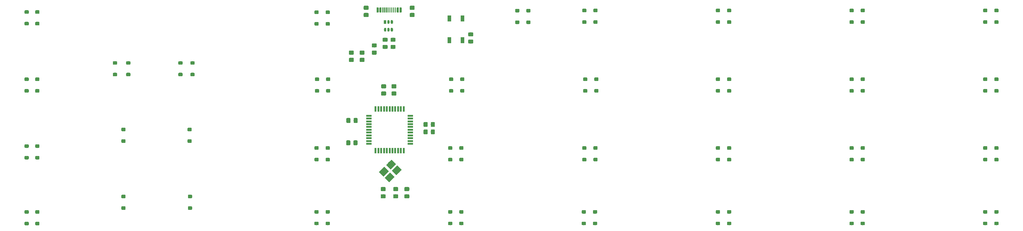
<source format=gbp>
G04 #@! TF.GenerationSoftware,KiCad,Pcbnew,(5.1.2-1)-1*
G04 #@! TF.CreationDate,2020-06-30T21:23:12-05:00*
G04 #@! TF.ProjectId,therick48.16SP,74686572-6963-46b3-9438-2e313653502e,rev?*
G04 #@! TF.SameCoordinates,Original*
G04 #@! TF.FileFunction,Paste,Bot*
G04 #@! TF.FilePolarity,Positive*
%FSLAX46Y46*%
G04 Gerber Fmt 4.6, Leading zero omitted, Abs format (unit mm)*
G04 Created by KiCad (PCBNEW (5.1.2-1)-1) date 2020-06-30 21:23:12*
%MOMM*%
%LPD*%
G04 APERTURE LIST*
%ADD10C,0.100000*%
%ADD11C,1.000000*%
%ADD12R,0.500000X1.500000*%
%ADD13R,1.500000X0.500000*%
%ADD14C,1.150000*%
%ADD15C,1.800000*%
%ADD16C,0.600000*%
%ADD17C,0.300000*%
%ADD18C,0.650000*%
%ADD19R,0.650000X1.060000*%
%ADD20R,1.100000X1.800000*%
G04 APERTURE END LIST*
D10*
G36*
X114374204Y-66302204D02*
G01*
X114398473Y-66305804D01*
X114422271Y-66311765D01*
X114445371Y-66320030D01*
X114467549Y-66330520D01*
X114488593Y-66343133D01*
X114508298Y-66357747D01*
X114526477Y-66374223D01*
X114542953Y-66392402D01*
X114557567Y-66412107D01*
X114570180Y-66433151D01*
X114580670Y-66455329D01*
X114588935Y-66478429D01*
X114594896Y-66502227D01*
X114598496Y-66526496D01*
X114599700Y-66551000D01*
X114599700Y-67051000D01*
X114598496Y-67075504D01*
X114594896Y-67099773D01*
X114588935Y-67123571D01*
X114580670Y-67146671D01*
X114570180Y-67168849D01*
X114557567Y-67189893D01*
X114542953Y-67209598D01*
X114526477Y-67227777D01*
X114508298Y-67244253D01*
X114488593Y-67258867D01*
X114467549Y-67271480D01*
X114445371Y-67281970D01*
X114422271Y-67290235D01*
X114398473Y-67296196D01*
X114374204Y-67299796D01*
X114349700Y-67301000D01*
X113649700Y-67301000D01*
X113625196Y-67299796D01*
X113600927Y-67296196D01*
X113577129Y-67290235D01*
X113554029Y-67281970D01*
X113531851Y-67271480D01*
X113510807Y-67258867D01*
X113491102Y-67244253D01*
X113472923Y-67227777D01*
X113456447Y-67209598D01*
X113441833Y-67189893D01*
X113429220Y-67168849D01*
X113418730Y-67146671D01*
X113410465Y-67123571D01*
X113404504Y-67099773D01*
X113400904Y-67075504D01*
X113399700Y-67051000D01*
X113399700Y-66551000D01*
X113400904Y-66526496D01*
X113404504Y-66502227D01*
X113410465Y-66478429D01*
X113418730Y-66455329D01*
X113429220Y-66433151D01*
X113441833Y-66412107D01*
X113456447Y-66392402D01*
X113472923Y-66374223D01*
X113491102Y-66357747D01*
X113510807Y-66343133D01*
X113531851Y-66330520D01*
X113554029Y-66320030D01*
X113577129Y-66311765D01*
X113600927Y-66305804D01*
X113625196Y-66302204D01*
X113649700Y-66301000D01*
X114349700Y-66301000D01*
X114374204Y-66302204D01*
X114374204Y-66302204D01*
G37*
D11*
X113999700Y-66801000D03*
D10*
G36*
X114374204Y-63002204D02*
G01*
X114398473Y-63005804D01*
X114422271Y-63011765D01*
X114445371Y-63020030D01*
X114467549Y-63030520D01*
X114488593Y-63043133D01*
X114508298Y-63057747D01*
X114526477Y-63074223D01*
X114542953Y-63092402D01*
X114557567Y-63112107D01*
X114570180Y-63133151D01*
X114580670Y-63155329D01*
X114588935Y-63178429D01*
X114594896Y-63202227D01*
X114598496Y-63226496D01*
X114599700Y-63251000D01*
X114599700Y-63751000D01*
X114598496Y-63775504D01*
X114594896Y-63799773D01*
X114588935Y-63823571D01*
X114580670Y-63846671D01*
X114570180Y-63868849D01*
X114557567Y-63889893D01*
X114542953Y-63909598D01*
X114526477Y-63927777D01*
X114508298Y-63944253D01*
X114488593Y-63958867D01*
X114467549Y-63971480D01*
X114445371Y-63981970D01*
X114422271Y-63990235D01*
X114398473Y-63996196D01*
X114374204Y-63999796D01*
X114349700Y-64001000D01*
X113649700Y-64001000D01*
X113625196Y-63999796D01*
X113600927Y-63996196D01*
X113577129Y-63990235D01*
X113554029Y-63981970D01*
X113531851Y-63971480D01*
X113510807Y-63958867D01*
X113491102Y-63944253D01*
X113472923Y-63927777D01*
X113456447Y-63909598D01*
X113441833Y-63889893D01*
X113429220Y-63868849D01*
X113418730Y-63846671D01*
X113410465Y-63823571D01*
X113404504Y-63799773D01*
X113400904Y-63775504D01*
X113399700Y-63751000D01*
X113399700Y-63251000D01*
X113400904Y-63226496D01*
X113404504Y-63202227D01*
X113410465Y-63178429D01*
X113418730Y-63155329D01*
X113429220Y-63133151D01*
X113441833Y-63112107D01*
X113456447Y-63092402D01*
X113472923Y-63074223D01*
X113491102Y-63057747D01*
X113510807Y-63043133D01*
X113531851Y-63030520D01*
X113554029Y-63020030D01*
X113577129Y-63011765D01*
X113600927Y-63005804D01*
X113625196Y-63002204D01*
X113649700Y-63001000D01*
X114349700Y-63001000D01*
X114374204Y-63002204D01*
X114374204Y-63002204D01*
G37*
D11*
X113999700Y-63501000D03*
D10*
G36*
X98164504Y-104275204D02*
G01*
X98188773Y-104278804D01*
X98212571Y-104284765D01*
X98235671Y-104293030D01*
X98257849Y-104303520D01*
X98278893Y-104316133D01*
X98298598Y-104330747D01*
X98316777Y-104347223D01*
X98333253Y-104365402D01*
X98347867Y-104385107D01*
X98360480Y-104406151D01*
X98370970Y-104428329D01*
X98379235Y-104451429D01*
X98385196Y-104475227D01*
X98388796Y-104499496D01*
X98390000Y-104524000D01*
X98390000Y-105024000D01*
X98388796Y-105048504D01*
X98385196Y-105072773D01*
X98379235Y-105096571D01*
X98370970Y-105119671D01*
X98360480Y-105141849D01*
X98347867Y-105162893D01*
X98333253Y-105182598D01*
X98316777Y-105200777D01*
X98298598Y-105217253D01*
X98278893Y-105231867D01*
X98257849Y-105244480D01*
X98235671Y-105254970D01*
X98212571Y-105263235D01*
X98188773Y-105269196D01*
X98164504Y-105272796D01*
X98140000Y-105274000D01*
X97440000Y-105274000D01*
X97415496Y-105272796D01*
X97391227Y-105269196D01*
X97367429Y-105263235D01*
X97344329Y-105254970D01*
X97322151Y-105244480D01*
X97301107Y-105231867D01*
X97281402Y-105217253D01*
X97263223Y-105200777D01*
X97246747Y-105182598D01*
X97232133Y-105162893D01*
X97219520Y-105141849D01*
X97209030Y-105119671D01*
X97200765Y-105096571D01*
X97194804Y-105072773D01*
X97191204Y-105048504D01*
X97190000Y-105024000D01*
X97190000Y-104524000D01*
X97191204Y-104499496D01*
X97194804Y-104475227D01*
X97200765Y-104451429D01*
X97209030Y-104428329D01*
X97219520Y-104406151D01*
X97232133Y-104385107D01*
X97246747Y-104365402D01*
X97263223Y-104347223D01*
X97281402Y-104330747D01*
X97301107Y-104316133D01*
X97322151Y-104303520D01*
X97344329Y-104293030D01*
X97367429Y-104284765D01*
X97391227Y-104278804D01*
X97415496Y-104275204D01*
X97440000Y-104274000D01*
X98140000Y-104274000D01*
X98164504Y-104275204D01*
X98164504Y-104275204D01*
G37*
D11*
X97790000Y-104774000D03*
D10*
G36*
X98164504Y-100975204D02*
G01*
X98188773Y-100978804D01*
X98212571Y-100984765D01*
X98235671Y-100993030D01*
X98257849Y-101003520D01*
X98278893Y-101016133D01*
X98298598Y-101030747D01*
X98316777Y-101047223D01*
X98333253Y-101065402D01*
X98347867Y-101085107D01*
X98360480Y-101106151D01*
X98370970Y-101128329D01*
X98379235Y-101151429D01*
X98385196Y-101175227D01*
X98388796Y-101199496D01*
X98390000Y-101224000D01*
X98390000Y-101724000D01*
X98388796Y-101748504D01*
X98385196Y-101772773D01*
X98379235Y-101796571D01*
X98370970Y-101819671D01*
X98360480Y-101841849D01*
X98347867Y-101862893D01*
X98333253Y-101882598D01*
X98316777Y-101900777D01*
X98298598Y-101917253D01*
X98278893Y-101931867D01*
X98257849Y-101944480D01*
X98235671Y-101954970D01*
X98212571Y-101963235D01*
X98188773Y-101969196D01*
X98164504Y-101972796D01*
X98140000Y-101974000D01*
X97440000Y-101974000D01*
X97415496Y-101972796D01*
X97391227Y-101969196D01*
X97367429Y-101963235D01*
X97344329Y-101954970D01*
X97322151Y-101944480D01*
X97301107Y-101931867D01*
X97281402Y-101917253D01*
X97263223Y-101900777D01*
X97246747Y-101882598D01*
X97232133Y-101862893D01*
X97219520Y-101841849D01*
X97209030Y-101819671D01*
X97200765Y-101796571D01*
X97194804Y-101772773D01*
X97191204Y-101748504D01*
X97190000Y-101724000D01*
X97190000Y-101224000D01*
X97191204Y-101199496D01*
X97194804Y-101175227D01*
X97200765Y-101151429D01*
X97209030Y-101128329D01*
X97219520Y-101106151D01*
X97232133Y-101085107D01*
X97246747Y-101065402D01*
X97263223Y-101047223D01*
X97281402Y-101030747D01*
X97301107Y-101016133D01*
X97322151Y-101003520D01*
X97344329Y-100993030D01*
X97367429Y-100984765D01*
X97391227Y-100978804D01*
X97415496Y-100975204D01*
X97440000Y-100974000D01*
X98140000Y-100974000D01*
X98164504Y-100975204D01*
X98164504Y-100975204D01*
G37*
D11*
X97790000Y-101474000D03*
D12*
X177437499Y-76605002D03*
X176637499Y-76605002D03*
X175837499Y-76605002D03*
X175037499Y-76605002D03*
X174237499Y-76605002D03*
X173437499Y-76605002D03*
X172637499Y-76605002D03*
X171837499Y-76605002D03*
X171037499Y-76605002D03*
X170237499Y-76605002D03*
X169437499Y-76605002D03*
D13*
X167537499Y-78505002D03*
X167537499Y-79305002D03*
X167537499Y-80105002D03*
X167537499Y-80905002D03*
X167537499Y-81705002D03*
X167537499Y-82505002D03*
X167537499Y-83305002D03*
X167537499Y-84105002D03*
X167537499Y-84905002D03*
X167537499Y-85705002D03*
X167537499Y-86505002D03*
D12*
X169437499Y-88405002D03*
X170237499Y-88405002D03*
X171037499Y-88405002D03*
X171837499Y-88405002D03*
X172637499Y-88405002D03*
X173437499Y-88405002D03*
X174237499Y-88405002D03*
X175037499Y-88405002D03*
X175837499Y-88405002D03*
X176637499Y-88405002D03*
X177437499Y-88405002D03*
D13*
X179337499Y-86505002D03*
X179337499Y-85705002D03*
X179337499Y-84905002D03*
X179337499Y-84105002D03*
X179337499Y-83305002D03*
X179337499Y-82505002D03*
X179337499Y-81705002D03*
X179337499Y-80905002D03*
X179337499Y-80105002D03*
X179337499Y-79305002D03*
X179337499Y-78505002D03*
D10*
G36*
X178793504Y-100856206D02*
G01*
X178817772Y-100859806D01*
X178841571Y-100865767D01*
X178864670Y-100874032D01*
X178886849Y-100884522D01*
X178907892Y-100897134D01*
X178927598Y-100911749D01*
X178945776Y-100928225D01*
X178962252Y-100946403D01*
X178976867Y-100966109D01*
X178989479Y-100987152D01*
X178999969Y-101009331D01*
X179008234Y-101032430D01*
X179014195Y-101056229D01*
X179017795Y-101080497D01*
X179018999Y-101105001D01*
X179018999Y-101755003D01*
X179017795Y-101779507D01*
X179014195Y-101803775D01*
X179008234Y-101827574D01*
X178999969Y-101850673D01*
X178989479Y-101872852D01*
X178976867Y-101893895D01*
X178962252Y-101913601D01*
X178945776Y-101931779D01*
X178927598Y-101948255D01*
X178907892Y-101962870D01*
X178886849Y-101975482D01*
X178864670Y-101985972D01*
X178841571Y-101994237D01*
X178817772Y-102000198D01*
X178793504Y-102003798D01*
X178769000Y-102005002D01*
X177868998Y-102005002D01*
X177844494Y-102003798D01*
X177820226Y-102000198D01*
X177796427Y-101994237D01*
X177773328Y-101985972D01*
X177751149Y-101975482D01*
X177730106Y-101962870D01*
X177710400Y-101948255D01*
X177692222Y-101931779D01*
X177675746Y-101913601D01*
X177661131Y-101893895D01*
X177648519Y-101872852D01*
X177638029Y-101850673D01*
X177629764Y-101827574D01*
X177623803Y-101803775D01*
X177620203Y-101779507D01*
X177618999Y-101755003D01*
X177618999Y-101105001D01*
X177620203Y-101080497D01*
X177623803Y-101056229D01*
X177629764Y-101032430D01*
X177638029Y-101009331D01*
X177648519Y-100987152D01*
X177661131Y-100966109D01*
X177675746Y-100946403D01*
X177692222Y-100928225D01*
X177710400Y-100911749D01*
X177730106Y-100897134D01*
X177751149Y-100884522D01*
X177773328Y-100874032D01*
X177796427Y-100865767D01*
X177820226Y-100859806D01*
X177844494Y-100856206D01*
X177868998Y-100855002D01*
X178769000Y-100855002D01*
X178793504Y-100856206D01*
X178793504Y-100856206D01*
G37*
D14*
X178318999Y-101430002D03*
D10*
G36*
X178793504Y-98806206D02*
G01*
X178817772Y-98809806D01*
X178841571Y-98815767D01*
X178864670Y-98824032D01*
X178886849Y-98834522D01*
X178907892Y-98847134D01*
X178927598Y-98861749D01*
X178945776Y-98878225D01*
X178962252Y-98896403D01*
X178976867Y-98916109D01*
X178989479Y-98937152D01*
X178999969Y-98959331D01*
X179008234Y-98982430D01*
X179014195Y-99006229D01*
X179017795Y-99030497D01*
X179018999Y-99055001D01*
X179018999Y-99705003D01*
X179017795Y-99729507D01*
X179014195Y-99753775D01*
X179008234Y-99777574D01*
X178999969Y-99800673D01*
X178989479Y-99822852D01*
X178976867Y-99843895D01*
X178962252Y-99863601D01*
X178945776Y-99881779D01*
X178927598Y-99898255D01*
X178907892Y-99912870D01*
X178886849Y-99925482D01*
X178864670Y-99935972D01*
X178841571Y-99944237D01*
X178817772Y-99950198D01*
X178793504Y-99953798D01*
X178769000Y-99955002D01*
X177868998Y-99955002D01*
X177844494Y-99953798D01*
X177820226Y-99950198D01*
X177796427Y-99944237D01*
X177773328Y-99935972D01*
X177751149Y-99925482D01*
X177730106Y-99912870D01*
X177710400Y-99898255D01*
X177692222Y-99881779D01*
X177675746Y-99863601D01*
X177661131Y-99843895D01*
X177648519Y-99822852D01*
X177638029Y-99800673D01*
X177629764Y-99777574D01*
X177623803Y-99753775D01*
X177620203Y-99729507D01*
X177618999Y-99705003D01*
X177618999Y-99055001D01*
X177620203Y-99030497D01*
X177623803Y-99006229D01*
X177629764Y-98982430D01*
X177638029Y-98959331D01*
X177648519Y-98937152D01*
X177661131Y-98916109D01*
X177675746Y-98896403D01*
X177692222Y-98878225D01*
X177710400Y-98861749D01*
X177730106Y-98847134D01*
X177751149Y-98834522D01*
X177773328Y-98824032D01*
X177796427Y-98815767D01*
X177820226Y-98809806D01*
X177844494Y-98806206D01*
X177868998Y-98805002D01*
X178769000Y-98805002D01*
X178793504Y-98806206D01*
X178793504Y-98806206D01*
G37*
D14*
X178318999Y-99380002D03*
D10*
G36*
X186051504Y-82411206D02*
G01*
X186075772Y-82414806D01*
X186099571Y-82420767D01*
X186122670Y-82429032D01*
X186144849Y-82439522D01*
X186165892Y-82452134D01*
X186185598Y-82466749D01*
X186203776Y-82483225D01*
X186220252Y-82501403D01*
X186234867Y-82521109D01*
X186247479Y-82542152D01*
X186257969Y-82564331D01*
X186266234Y-82587430D01*
X186272195Y-82611229D01*
X186275795Y-82635497D01*
X186276999Y-82660001D01*
X186276999Y-83560003D01*
X186275795Y-83584507D01*
X186272195Y-83608775D01*
X186266234Y-83632574D01*
X186257969Y-83655673D01*
X186247479Y-83677852D01*
X186234867Y-83698895D01*
X186220252Y-83718601D01*
X186203776Y-83736779D01*
X186185598Y-83753255D01*
X186165892Y-83767870D01*
X186144849Y-83780482D01*
X186122670Y-83790972D01*
X186099571Y-83799237D01*
X186075772Y-83805198D01*
X186051504Y-83808798D01*
X186027000Y-83810002D01*
X185376998Y-83810002D01*
X185352494Y-83808798D01*
X185328226Y-83805198D01*
X185304427Y-83799237D01*
X185281328Y-83790972D01*
X185259149Y-83780482D01*
X185238106Y-83767870D01*
X185218400Y-83753255D01*
X185200222Y-83736779D01*
X185183746Y-83718601D01*
X185169131Y-83698895D01*
X185156519Y-83677852D01*
X185146029Y-83655673D01*
X185137764Y-83632574D01*
X185131803Y-83608775D01*
X185128203Y-83584507D01*
X185126999Y-83560003D01*
X185126999Y-82660001D01*
X185128203Y-82635497D01*
X185131803Y-82611229D01*
X185137764Y-82587430D01*
X185146029Y-82564331D01*
X185156519Y-82542152D01*
X185169131Y-82521109D01*
X185183746Y-82501403D01*
X185200222Y-82483225D01*
X185218400Y-82466749D01*
X185238106Y-82452134D01*
X185259149Y-82439522D01*
X185281328Y-82429032D01*
X185304427Y-82420767D01*
X185328226Y-82414806D01*
X185352494Y-82411206D01*
X185376998Y-82410002D01*
X186027000Y-82410002D01*
X186051504Y-82411206D01*
X186051504Y-82411206D01*
G37*
D14*
X185701999Y-83110002D03*
D10*
G36*
X184001504Y-82411206D02*
G01*
X184025772Y-82414806D01*
X184049571Y-82420767D01*
X184072670Y-82429032D01*
X184094849Y-82439522D01*
X184115892Y-82452134D01*
X184135598Y-82466749D01*
X184153776Y-82483225D01*
X184170252Y-82501403D01*
X184184867Y-82521109D01*
X184197479Y-82542152D01*
X184207969Y-82564331D01*
X184216234Y-82587430D01*
X184222195Y-82611229D01*
X184225795Y-82635497D01*
X184226999Y-82660001D01*
X184226999Y-83560003D01*
X184225795Y-83584507D01*
X184222195Y-83608775D01*
X184216234Y-83632574D01*
X184207969Y-83655673D01*
X184197479Y-83677852D01*
X184184867Y-83698895D01*
X184170252Y-83718601D01*
X184153776Y-83736779D01*
X184135598Y-83753255D01*
X184115892Y-83767870D01*
X184094849Y-83780482D01*
X184072670Y-83790972D01*
X184049571Y-83799237D01*
X184025772Y-83805198D01*
X184001504Y-83808798D01*
X183977000Y-83810002D01*
X183326998Y-83810002D01*
X183302494Y-83808798D01*
X183278226Y-83805198D01*
X183254427Y-83799237D01*
X183231328Y-83790972D01*
X183209149Y-83780482D01*
X183188106Y-83767870D01*
X183168400Y-83753255D01*
X183150222Y-83736779D01*
X183133746Y-83718601D01*
X183119131Y-83698895D01*
X183106519Y-83677852D01*
X183096029Y-83655673D01*
X183087764Y-83632574D01*
X183081803Y-83608775D01*
X183078203Y-83584507D01*
X183076999Y-83560003D01*
X183076999Y-82660001D01*
X183078203Y-82635497D01*
X183081803Y-82611229D01*
X183087764Y-82587430D01*
X183096029Y-82564331D01*
X183106519Y-82542152D01*
X183119131Y-82521109D01*
X183133746Y-82501403D01*
X183150222Y-82483225D01*
X183168400Y-82466749D01*
X183188106Y-82452134D01*
X183209149Y-82439522D01*
X183231328Y-82429032D01*
X183254427Y-82420767D01*
X183278226Y-82414806D01*
X183302494Y-82411206D01*
X183326998Y-82410002D01*
X183977000Y-82410002D01*
X184001504Y-82411206D01*
X184001504Y-82411206D01*
G37*
D14*
X183651999Y-83110002D03*
D10*
G36*
X162030504Y-85513206D02*
G01*
X162054772Y-85516806D01*
X162078571Y-85522767D01*
X162101670Y-85531032D01*
X162123849Y-85541522D01*
X162144892Y-85554134D01*
X162164598Y-85568749D01*
X162182776Y-85585225D01*
X162199252Y-85603403D01*
X162213867Y-85623109D01*
X162226479Y-85644152D01*
X162236969Y-85666331D01*
X162245234Y-85689430D01*
X162251195Y-85713229D01*
X162254795Y-85737497D01*
X162255999Y-85762001D01*
X162255999Y-86662003D01*
X162254795Y-86686507D01*
X162251195Y-86710775D01*
X162245234Y-86734574D01*
X162236969Y-86757673D01*
X162226479Y-86779852D01*
X162213867Y-86800895D01*
X162199252Y-86820601D01*
X162182776Y-86838779D01*
X162164598Y-86855255D01*
X162144892Y-86869870D01*
X162123849Y-86882482D01*
X162101670Y-86892972D01*
X162078571Y-86901237D01*
X162054772Y-86907198D01*
X162030504Y-86910798D01*
X162006000Y-86912002D01*
X161355998Y-86912002D01*
X161331494Y-86910798D01*
X161307226Y-86907198D01*
X161283427Y-86901237D01*
X161260328Y-86892972D01*
X161238149Y-86882482D01*
X161217106Y-86869870D01*
X161197400Y-86855255D01*
X161179222Y-86838779D01*
X161162746Y-86820601D01*
X161148131Y-86800895D01*
X161135519Y-86779852D01*
X161125029Y-86757673D01*
X161116764Y-86734574D01*
X161110803Y-86710775D01*
X161107203Y-86686507D01*
X161105999Y-86662003D01*
X161105999Y-85762001D01*
X161107203Y-85737497D01*
X161110803Y-85713229D01*
X161116764Y-85689430D01*
X161125029Y-85666331D01*
X161135519Y-85644152D01*
X161148131Y-85623109D01*
X161162746Y-85603403D01*
X161179222Y-85585225D01*
X161197400Y-85568749D01*
X161217106Y-85554134D01*
X161238149Y-85541522D01*
X161260328Y-85531032D01*
X161283427Y-85522767D01*
X161307226Y-85516806D01*
X161331494Y-85513206D01*
X161355998Y-85512002D01*
X162006000Y-85512002D01*
X162030504Y-85513206D01*
X162030504Y-85513206D01*
G37*
D14*
X161680999Y-86212002D03*
D10*
G36*
X164080504Y-85513206D02*
G01*
X164104772Y-85516806D01*
X164128571Y-85522767D01*
X164151670Y-85531032D01*
X164173849Y-85541522D01*
X164194892Y-85554134D01*
X164214598Y-85568749D01*
X164232776Y-85585225D01*
X164249252Y-85603403D01*
X164263867Y-85623109D01*
X164276479Y-85644152D01*
X164286969Y-85666331D01*
X164295234Y-85689430D01*
X164301195Y-85713229D01*
X164304795Y-85737497D01*
X164305999Y-85762001D01*
X164305999Y-86662003D01*
X164304795Y-86686507D01*
X164301195Y-86710775D01*
X164295234Y-86734574D01*
X164286969Y-86757673D01*
X164276479Y-86779852D01*
X164263867Y-86800895D01*
X164249252Y-86820601D01*
X164232776Y-86838779D01*
X164214598Y-86855255D01*
X164194892Y-86869870D01*
X164173849Y-86882482D01*
X164151670Y-86892972D01*
X164128571Y-86901237D01*
X164104772Y-86907198D01*
X164080504Y-86910798D01*
X164056000Y-86912002D01*
X163405998Y-86912002D01*
X163381494Y-86910798D01*
X163357226Y-86907198D01*
X163333427Y-86901237D01*
X163310328Y-86892972D01*
X163288149Y-86882482D01*
X163267106Y-86869870D01*
X163247400Y-86855255D01*
X163229222Y-86838779D01*
X163212746Y-86820601D01*
X163198131Y-86800895D01*
X163185519Y-86779852D01*
X163175029Y-86757673D01*
X163166764Y-86734574D01*
X163160803Y-86710775D01*
X163157203Y-86686507D01*
X163155999Y-86662003D01*
X163155999Y-85762001D01*
X163157203Y-85737497D01*
X163160803Y-85713229D01*
X163166764Y-85689430D01*
X163175029Y-85666331D01*
X163185519Y-85644152D01*
X163198131Y-85623109D01*
X163212746Y-85603403D01*
X163229222Y-85585225D01*
X163247400Y-85568749D01*
X163267106Y-85554134D01*
X163288149Y-85541522D01*
X163310328Y-85531032D01*
X163333427Y-85522767D01*
X163357226Y-85516806D01*
X163381494Y-85513206D01*
X163405998Y-85512002D01*
X164056000Y-85512002D01*
X164080504Y-85513206D01*
X164080504Y-85513206D01*
G37*
D14*
X163730999Y-86212002D03*
D10*
G36*
X175626504Y-100856206D02*
G01*
X175650772Y-100859806D01*
X175674571Y-100865767D01*
X175697670Y-100874032D01*
X175719849Y-100884522D01*
X175740892Y-100897134D01*
X175760598Y-100911749D01*
X175778776Y-100928225D01*
X175795252Y-100946403D01*
X175809867Y-100966109D01*
X175822479Y-100987152D01*
X175832969Y-101009331D01*
X175841234Y-101032430D01*
X175847195Y-101056229D01*
X175850795Y-101080497D01*
X175851999Y-101105001D01*
X175851999Y-101755003D01*
X175850795Y-101779507D01*
X175847195Y-101803775D01*
X175841234Y-101827574D01*
X175832969Y-101850673D01*
X175822479Y-101872852D01*
X175809867Y-101893895D01*
X175795252Y-101913601D01*
X175778776Y-101931779D01*
X175760598Y-101948255D01*
X175740892Y-101962870D01*
X175719849Y-101975482D01*
X175697670Y-101985972D01*
X175674571Y-101994237D01*
X175650772Y-102000198D01*
X175626504Y-102003798D01*
X175602000Y-102005002D01*
X174701998Y-102005002D01*
X174677494Y-102003798D01*
X174653226Y-102000198D01*
X174629427Y-101994237D01*
X174606328Y-101985972D01*
X174584149Y-101975482D01*
X174563106Y-101962870D01*
X174543400Y-101948255D01*
X174525222Y-101931779D01*
X174508746Y-101913601D01*
X174494131Y-101893895D01*
X174481519Y-101872852D01*
X174471029Y-101850673D01*
X174462764Y-101827574D01*
X174456803Y-101803775D01*
X174453203Y-101779507D01*
X174451999Y-101755003D01*
X174451999Y-101105001D01*
X174453203Y-101080497D01*
X174456803Y-101056229D01*
X174462764Y-101032430D01*
X174471029Y-101009331D01*
X174481519Y-100987152D01*
X174494131Y-100966109D01*
X174508746Y-100946403D01*
X174525222Y-100928225D01*
X174543400Y-100911749D01*
X174563106Y-100897134D01*
X174584149Y-100884522D01*
X174606328Y-100874032D01*
X174629427Y-100865767D01*
X174653226Y-100859806D01*
X174677494Y-100856206D01*
X174701998Y-100855002D01*
X175602000Y-100855002D01*
X175626504Y-100856206D01*
X175626504Y-100856206D01*
G37*
D14*
X175151999Y-101430002D03*
D10*
G36*
X175626504Y-98806206D02*
G01*
X175650772Y-98809806D01*
X175674571Y-98815767D01*
X175697670Y-98824032D01*
X175719849Y-98834522D01*
X175740892Y-98847134D01*
X175760598Y-98861749D01*
X175778776Y-98878225D01*
X175795252Y-98896403D01*
X175809867Y-98916109D01*
X175822479Y-98937152D01*
X175832969Y-98959331D01*
X175841234Y-98982430D01*
X175847195Y-99006229D01*
X175850795Y-99030497D01*
X175851999Y-99055001D01*
X175851999Y-99705003D01*
X175850795Y-99729507D01*
X175847195Y-99753775D01*
X175841234Y-99777574D01*
X175832969Y-99800673D01*
X175822479Y-99822852D01*
X175809867Y-99843895D01*
X175795252Y-99863601D01*
X175778776Y-99881779D01*
X175760598Y-99898255D01*
X175740892Y-99912870D01*
X175719849Y-99925482D01*
X175697670Y-99935972D01*
X175674571Y-99944237D01*
X175650772Y-99950198D01*
X175626504Y-99953798D01*
X175602000Y-99955002D01*
X174701998Y-99955002D01*
X174677494Y-99953798D01*
X174653226Y-99950198D01*
X174629427Y-99944237D01*
X174606328Y-99935972D01*
X174584149Y-99925482D01*
X174563106Y-99912870D01*
X174543400Y-99898255D01*
X174525222Y-99881779D01*
X174508746Y-99863601D01*
X174494131Y-99843895D01*
X174481519Y-99822852D01*
X174471029Y-99800673D01*
X174462764Y-99777574D01*
X174456803Y-99753775D01*
X174453203Y-99729507D01*
X174451999Y-99705003D01*
X174451999Y-99055001D01*
X174453203Y-99030497D01*
X174456803Y-99006229D01*
X174462764Y-98982430D01*
X174471029Y-98959331D01*
X174481519Y-98937152D01*
X174494131Y-98916109D01*
X174508746Y-98896403D01*
X174525222Y-98878225D01*
X174543400Y-98861749D01*
X174563106Y-98847134D01*
X174584149Y-98834522D01*
X174606328Y-98824032D01*
X174629427Y-98815767D01*
X174653226Y-98809806D01*
X174677494Y-98806206D01*
X174701998Y-98805002D01*
X175602000Y-98805002D01*
X175626504Y-98806206D01*
X175626504Y-98806206D01*
G37*
D14*
X175151999Y-99380002D03*
D10*
G36*
X172070504Y-100856206D02*
G01*
X172094772Y-100859806D01*
X172118571Y-100865767D01*
X172141670Y-100874032D01*
X172163849Y-100884522D01*
X172184892Y-100897134D01*
X172204598Y-100911749D01*
X172222776Y-100928225D01*
X172239252Y-100946403D01*
X172253867Y-100966109D01*
X172266479Y-100987152D01*
X172276969Y-101009331D01*
X172285234Y-101032430D01*
X172291195Y-101056229D01*
X172294795Y-101080497D01*
X172295999Y-101105001D01*
X172295999Y-101755003D01*
X172294795Y-101779507D01*
X172291195Y-101803775D01*
X172285234Y-101827574D01*
X172276969Y-101850673D01*
X172266479Y-101872852D01*
X172253867Y-101893895D01*
X172239252Y-101913601D01*
X172222776Y-101931779D01*
X172204598Y-101948255D01*
X172184892Y-101962870D01*
X172163849Y-101975482D01*
X172141670Y-101985972D01*
X172118571Y-101994237D01*
X172094772Y-102000198D01*
X172070504Y-102003798D01*
X172046000Y-102005002D01*
X171145998Y-102005002D01*
X171121494Y-102003798D01*
X171097226Y-102000198D01*
X171073427Y-101994237D01*
X171050328Y-101985972D01*
X171028149Y-101975482D01*
X171007106Y-101962870D01*
X170987400Y-101948255D01*
X170969222Y-101931779D01*
X170952746Y-101913601D01*
X170938131Y-101893895D01*
X170925519Y-101872852D01*
X170915029Y-101850673D01*
X170906764Y-101827574D01*
X170900803Y-101803775D01*
X170897203Y-101779507D01*
X170895999Y-101755003D01*
X170895999Y-101105001D01*
X170897203Y-101080497D01*
X170900803Y-101056229D01*
X170906764Y-101032430D01*
X170915029Y-101009331D01*
X170925519Y-100987152D01*
X170938131Y-100966109D01*
X170952746Y-100946403D01*
X170969222Y-100928225D01*
X170987400Y-100911749D01*
X171007106Y-100897134D01*
X171028149Y-100884522D01*
X171050328Y-100874032D01*
X171073427Y-100865767D01*
X171097226Y-100859806D01*
X171121494Y-100856206D01*
X171145998Y-100855002D01*
X172046000Y-100855002D01*
X172070504Y-100856206D01*
X172070504Y-100856206D01*
G37*
D14*
X171595999Y-101430002D03*
D10*
G36*
X172070504Y-98806206D02*
G01*
X172094772Y-98809806D01*
X172118571Y-98815767D01*
X172141670Y-98824032D01*
X172163849Y-98834522D01*
X172184892Y-98847134D01*
X172204598Y-98861749D01*
X172222776Y-98878225D01*
X172239252Y-98896403D01*
X172253867Y-98916109D01*
X172266479Y-98937152D01*
X172276969Y-98959331D01*
X172285234Y-98982430D01*
X172291195Y-99006229D01*
X172294795Y-99030497D01*
X172295999Y-99055001D01*
X172295999Y-99705003D01*
X172294795Y-99729507D01*
X172291195Y-99753775D01*
X172285234Y-99777574D01*
X172276969Y-99800673D01*
X172266479Y-99822852D01*
X172253867Y-99843895D01*
X172239252Y-99863601D01*
X172222776Y-99881779D01*
X172204598Y-99898255D01*
X172184892Y-99912870D01*
X172163849Y-99925482D01*
X172141670Y-99935972D01*
X172118571Y-99944237D01*
X172094772Y-99950198D01*
X172070504Y-99953798D01*
X172046000Y-99955002D01*
X171145998Y-99955002D01*
X171121494Y-99953798D01*
X171097226Y-99950198D01*
X171073427Y-99944237D01*
X171050328Y-99935972D01*
X171028149Y-99925482D01*
X171007106Y-99912870D01*
X170987400Y-99898255D01*
X170969222Y-99881779D01*
X170952746Y-99863601D01*
X170938131Y-99843895D01*
X170925519Y-99822852D01*
X170915029Y-99800673D01*
X170906764Y-99777574D01*
X170900803Y-99753775D01*
X170897203Y-99729507D01*
X170895999Y-99705003D01*
X170895999Y-99055001D01*
X170897203Y-99030497D01*
X170900803Y-99006229D01*
X170906764Y-98982430D01*
X170915029Y-98959331D01*
X170925519Y-98937152D01*
X170938131Y-98916109D01*
X170952746Y-98896403D01*
X170969222Y-98878225D01*
X170987400Y-98861749D01*
X171007106Y-98847134D01*
X171028149Y-98834522D01*
X171050328Y-98824032D01*
X171073427Y-98815767D01*
X171097226Y-98809806D01*
X171121494Y-98806206D01*
X171145998Y-98805002D01*
X172046000Y-98805002D01*
X172070504Y-98806206D01*
X172070504Y-98806206D01*
G37*
D14*
X171595999Y-99380002D03*
D10*
G36*
X172621504Y-56324206D02*
G01*
X172645772Y-56327806D01*
X172669571Y-56333767D01*
X172692670Y-56342032D01*
X172714849Y-56352522D01*
X172735892Y-56365134D01*
X172755598Y-56379749D01*
X172773776Y-56396225D01*
X172790252Y-56414403D01*
X172804867Y-56434109D01*
X172817479Y-56455152D01*
X172827969Y-56477331D01*
X172836234Y-56500430D01*
X172842195Y-56524229D01*
X172845795Y-56548497D01*
X172846999Y-56573001D01*
X172846999Y-57223003D01*
X172845795Y-57247507D01*
X172842195Y-57271775D01*
X172836234Y-57295574D01*
X172827969Y-57318673D01*
X172817479Y-57340852D01*
X172804867Y-57361895D01*
X172790252Y-57381601D01*
X172773776Y-57399779D01*
X172755598Y-57416255D01*
X172735892Y-57430870D01*
X172714849Y-57443482D01*
X172692670Y-57453972D01*
X172669571Y-57462237D01*
X172645772Y-57468198D01*
X172621504Y-57471798D01*
X172597000Y-57473002D01*
X171696998Y-57473002D01*
X171672494Y-57471798D01*
X171648226Y-57468198D01*
X171624427Y-57462237D01*
X171601328Y-57453972D01*
X171579149Y-57443482D01*
X171558106Y-57430870D01*
X171538400Y-57416255D01*
X171520222Y-57399779D01*
X171503746Y-57381601D01*
X171489131Y-57361895D01*
X171476519Y-57340852D01*
X171466029Y-57318673D01*
X171457764Y-57295574D01*
X171451803Y-57271775D01*
X171448203Y-57247507D01*
X171446999Y-57223003D01*
X171446999Y-56573001D01*
X171448203Y-56548497D01*
X171451803Y-56524229D01*
X171457764Y-56500430D01*
X171466029Y-56477331D01*
X171476519Y-56455152D01*
X171489131Y-56434109D01*
X171503746Y-56414403D01*
X171520222Y-56396225D01*
X171538400Y-56379749D01*
X171558106Y-56365134D01*
X171579149Y-56352522D01*
X171601328Y-56342032D01*
X171624427Y-56333767D01*
X171648226Y-56327806D01*
X171672494Y-56324206D01*
X171696998Y-56323002D01*
X172597000Y-56323002D01*
X172621504Y-56324206D01*
X172621504Y-56324206D01*
G37*
D14*
X172146999Y-56898002D03*
D10*
G36*
X172621504Y-58374206D02*
G01*
X172645772Y-58377806D01*
X172669571Y-58383767D01*
X172692670Y-58392032D01*
X172714849Y-58402522D01*
X172735892Y-58415134D01*
X172755598Y-58429749D01*
X172773776Y-58446225D01*
X172790252Y-58464403D01*
X172804867Y-58484109D01*
X172817479Y-58505152D01*
X172827969Y-58527331D01*
X172836234Y-58550430D01*
X172842195Y-58574229D01*
X172845795Y-58598497D01*
X172846999Y-58623001D01*
X172846999Y-59273003D01*
X172845795Y-59297507D01*
X172842195Y-59321775D01*
X172836234Y-59345574D01*
X172827969Y-59368673D01*
X172817479Y-59390852D01*
X172804867Y-59411895D01*
X172790252Y-59431601D01*
X172773776Y-59449779D01*
X172755598Y-59466255D01*
X172735892Y-59480870D01*
X172714849Y-59493482D01*
X172692670Y-59503972D01*
X172669571Y-59512237D01*
X172645772Y-59518198D01*
X172621504Y-59521798D01*
X172597000Y-59523002D01*
X171696998Y-59523002D01*
X171672494Y-59521798D01*
X171648226Y-59518198D01*
X171624427Y-59512237D01*
X171601328Y-59503972D01*
X171579149Y-59493482D01*
X171558106Y-59480870D01*
X171538400Y-59466255D01*
X171520222Y-59449779D01*
X171503746Y-59431601D01*
X171489131Y-59411895D01*
X171476519Y-59390852D01*
X171466029Y-59368673D01*
X171457764Y-59345574D01*
X171451803Y-59321775D01*
X171448203Y-59297507D01*
X171446999Y-59273003D01*
X171446999Y-58623001D01*
X171448203Y-58598497D01*
X171451803Y-58574229D01*
X171457764Y-58550430D01*
X171466029Y-58527331D01*
X171476519Y-58505152D01*
X171489131Y-58484109D01*
X171503746Y-58464403D01*
X171520222Y-58446225D01*
X171538400Y-58429749D01*
X171558106Y-58415134D01*
X171579149Y-58402522D01*
X171601328Y-58392032D01*
X171624427Y-58383767D01*
X171648226Y-58377806D01*
X171672494Y-58374206D01*
X171696998Y-58373002D01*
X172597000Y-58373002D01*
X172621504Y-58374206D01*
X172621504Y-58374206D01*
G37*
D14*
X172146999Y-58948002D03*
D10*
G36*
X174864504Y-56324206D02*
G01*
X174888772Y-56327806D01*
X174912571Y-56333767D01*
X174935670Y-56342032D01*
X174957849Y-56352522D01*
X174978892Y-56365134D01*
X174998598Y-56379749D01*
X175016776Y-56396225D01*
X175033252Y-56414403D01*
X175047867Y-56434109D01*
X175060479Y-56455152D01*
X175070969Y-56477331D01*
X175079234Y-56500430D01*
X175085195Y-56524229D01*
X175088795Y-56548497D01*
X175089999Y-56573001D01*
X175089999Y-57223003D01*
X175088795Y-57247507D01*
X175085195Y-57271775D01*
X175079234Y-57295574D01*
X175070969Y-57318673D01*
X175060479Y-57340852D01*
X175047867Y-57361895D01*
X175033252Y-57381601D01*
X175016776Y-57399779D01*
X174998598Y-57416255D01*
X174978892Y-57430870D01*
X174957849Y-57443482D01*
X174935670Y-57453972D01*
X174912571Y-57462237D01*
X174888772Y-57468198D01*
X174864504Y-57471798D01*
X174840000Y-57473002D01*
X173939998Y-57473002D01*
X173915494Y-57471798D01*
X173891226Y-57468198D01*
X173867427Y-57462237D01*
X173844328Y-57453972D01*
X173822149Y-57443482D01*
X173801106Y-57430870D01*
X173781400Y-57416255D01*
X173763222Y-57399779D01*
X173746746Y-57381601D01*
X173732131Y-57361895D01*
X173719519Y-57340852D01*
X173709029Y-57318673D01*
X173700764Y-57295574D01*
X173694803Y-57271775D01*
X173691203Y-57247507D01*
X173689999Y-57223003D01*
X173689999Y-56573001D01*
X173691203Y-56548497D01*
X173694803Y-56524229D01*
X173700764Y-56500430D01*
X173709029Y-56477331D01*
X173719519Y-56455152D01*
X173732131Y-56434109D01*
X173746746Y-56414403D01*
X173763222Y-56396225D01*
X173781400Y-56379749D01*
X173801106Y-56365134D01*
X173822149Y-56352522D01*
X173844328Y-56342032D01*
X173867427Y-56333767D01*
X173891226Y-56327806D01*
X173915494Y-56324206D01*
X173939998Y-56323002D01*
X174840000Y-56323002D01*
X174864504Y-56324206D01*
X174864504Y-56324206D01*
G37*
D14*
X174389999Y-56898002D03*
D10*
G36*
X174864504Y-58374206D02*
G01*
X174888772Y-58377806D01*
X174912571Y-58383767D01*
X174935670Y-58392032D01*
X174957849Y-58402522D01*
X174978892Y-58415134D01*
X174998598Y-58429749D01*
X175016776Y-58446225D01*
X175033252Y-58464403D01*
X175047867Y-58484109D01*
X175060479Y-58505152D01*
X175070969Y-58527331D01*
X175079234Y-58550430D01*
X175085195Y-58574229D01*
X175088795Y-58598497D01*
X175089999Y-58623001D01*
X175089999Y-59273003D01*
X175088795Y-59297507D01*
X175085195Y-59321775D01*
X175079234Y-59345574D01*
X175070969Y-59368673D01*
X175060479Y-59390852D01*
X175047867Y-59411895D01*
X175033252Y-59431601D01*
X175016776Y-59449779D01*
X174998598Y-59466255D01*
X174978892Y-59480870D01*
X174957849Y-59493482D01*
X174935670Y-59503972D01*
X174912571Y-59512237D01*
X174888772Y-59518198D01*
X174864504Y-59521798D01*
X174840000Y-59523002D01*
X173939998Y-59523002D01*
X173915494Y-59521798D01*
X173891226Y-59518198D01*
X173867427Y-59512237D01*
X173844328Y-59503972D01*
X173822149Y-59493482D01*
X173801106Y-59480870D01*
X173781400Y-59466255D01*
X173763222Y-59449779D01*
X173746746Y-59431601D01*
X173732131Y-59411895D01*
X173719519Y-59390852D01*
X173709029Y-59368673D01*
X173700764Y-59345574D01*
X173694803Y-59321775D01*
X173691203Y-59297507D01*
X173689999Y-59273003D01*
X173689999Y-58623001D01*
X173691203Y-58598497D01*
X173694803Y-58574229D01*
X173700764Y-58550430D01*
X173709029Y-58527331D01*
X173719519Y-58505152D01*
X173732131Y-58484109D01*
X173746746Y-58464403D01*
X173763222Y-58446225D01*
X173781400Y-58429749D01*
X173801106Y-58415134D01*
X173822149Y-58402522D01*
X173844328Y-58392032D01*
X173867427Y-58383767D01*
X173891226Y-58377806D01*
X173915494Y-58374206D01*
X173939998Y-58373002D01*
X174840000Y-58373002D01*
X174864504Y-58374206D01*
X174864504Y-58374206D01*
G37*
D14*
X174389999Y-58948002D03*
D10*
G36*
X172201504Y-69575206D02*
G01*
X172225772Y-69578806D01*
X172249571Y-69584767D01*
X172272670Y-69593032D01*
X172294849Y-69603522D01*
X172315892Y-69616134D01*
X172335598Y-69630749D01*
X172353776Y-69647225D01*
X172370252Y-69665403D01*
X172384867Y-69685109D01*
X172397479Y-69706152D01*
X172407969Y-69728331D01*
X172416234Y-69751430D01*
X172422195Y-69775229D01*
X172425795Y-69799497D01*
X172426999Y-69824001D01*
X172426999Y-70474003D01*
X172425795Y-70498507D01*
X172422195Y-70522775D01*
X172416234Y-70546574D01*
X172407969Y-70569673D01*
X172397479Y-70591852D01*
X172384867Y-70612895D01*
X172370252Y-70632601D01*
X172353776Y-70650779D01*
X172335598Y-70667255D01*
X172315892Y-70681870D01*
X172294849Y-70694482D01*
X172272670Y-70704972D01*
X172249571Y-70713237D01*
X172225772Y-70719198D01*
X172201504Y-70722798D01*
X172177000Y-70724002D01*
X171276998Y-70724002D01*
X171252494Y-70722798D01*
X171228226Y-70719198D01*
X171204427Y-70713237D01*
X171181328Y-70704972D01*
X171159149Y-70694482D01*
X171138106Y-70681870D01*
X171118400Y-70667255D01*
X171100222Y-70650779D01*
X171083746Y-70632601D01*
X171069131Y-70612895D01*
X171056519Y-70591852D01*
X171046029Y-70569673D01*
X171037764Y-70546574D01*
X171031803Y-70522775D01*
X171028203Y-70498507D01*
X171026999Y-70474003D01*
X171026999Y-69824001D01*
X171028203Y-69799497D01*
X171031803Y-69775229D01*
X171037764Y-69751430D01*
X171046029Y-69728331D01*
X171056519Y-69706152D01*
X171069131Y-69685109D01*
X171083746Y-69665403D01*
X171100222Y-69647225D01*
X171118400Y-69630749D01*
X171138106Y-69616134D01*
X171159149Y-69603522D01*
X171181328Y-69593032D01*
X171204427Y-69584767D01*
X171228226Y-69578806D01*
X171252494Y-69575206D01*
X171276998Y-69574002D01*
X172177000Y-69574002D01*
X172201504Y-69575206D01*
X172201504Y-69575206D01*
G37*
D14*
X171726999Y-70149002D03*
D10*
G36*
X172201504Y-71625206D02*
G01*
X172225772Y-71628806D01*
X172249571Y-71634767D01*
X172272670Y-71643032D01*
X172294849Y-71653522D01*
X172315892Y-71666134D01*
X172335598Y-71680749D01*
X172353776Y-71697225D01*
X172370252Y-71715403D01*
X172384867Y-71735109D01*
X172397479Y-71756152D01*
X172407969Y-71778331D01*
X172416234Y-71801430D01*
X172422195Y-71825229D01*
X172425795Y-71849497D01*
X172426999Y-71874001D01*
X172426999Y-72524003D01*
X172425795Y-72548507D01*
X172422195Y-72572775D01*
X172416234Y-72596574D01*
X172407969Y-72619673D01*
X172397479Y-72641852D01*
X172384867Y-72662895D01*
X172370252Y-72682601D01*
X172353776Y-72700779D01*
X172335598Y-72717255D01*
X172315892Y-72731870D01*
X172294849Y-72744482D01*
X172272670Y-72754972D01*
X172249571Y-72763237D01*
X172225772Y-72769198D01*
X172201504Y-72772798D01*
X172177000Y-72774002D01*
X171276998Y-72774002D01*
X171252494Y-72772798D01*
X171228226Y-72769198D01*
X171204427Y-72763237D01*
X171181328Y-72754972D01*
X171159149Y-72744482D01*
X171138106Y-72731870D01*
X171118400Y-72717255D01*
X171100222Y-72700779D01*
X171083746Y-72682601D01*
X171069131Y-72662895D01*
X171056519Y-72641852D01*
X171046029Y-72619673D01*
X171037764Y-72596574D01*
X171031803Y-72572775D01*
X171028203Y-72548507D01*
X171026999Y-72524003D01*
X171026999Y-71874001D01*
X171028203Y-71849497D01*
X171031803Y-71825229D01*
X171037764Y-71801430D01*
X171046029Y-71778331D01*
X171056519Y-71756152D01*
X171069131Y-71735109D01*
X171083746Y-71715403D01*
X171100222Y-71697225D01*
X171118400Y-71680749D01*
X171138106Y-71666134D01*
X171159149Y-71653522D01*
X171181328Y-71643032D01*
X171204427Y-71634767D01*
X171228226Y-71628806D01*
X171252494Y-71625206D01*
X171276998Y-71624002D01*
X172177000Y-71624002D01*
X172201504Y-71625206D01*
X172201504Y-71625206D01*
G37*
D14*
X171726999Y-72199002D03*
D10*
G36*
X186051504Y-80306206D02*
G01*
X186075772Y-80309806D01*
X186099571Y-80315767D01*
X186122670Y-80324032D01*
X186144849Y-80334522D01*
X186165892Y-80347134D01*
X186185598Y-80361749D01*
X186203776Y-80378225D01*
X186220252Y-80396403D01*
X186234867Y-80416109D01*
X186247479Y-80437152D01*
X186257969Y-80459331D01*
X186266234Y-80482430D01*
X186272195Y-80506229D01*
X186275795Y-80530497D01*
X186276999Y-80555001D01*
X186276999Y-81455003D01*
X186275795Y-81479507D01*
X186272195Y-81503775D01*
X186266234Y-81527574D01*
X186257969Y-81550673D01*
X186247479Y-81572852D01*
X186234867Y-81593895D01*
X186220252Y-81613601D01*
X186203776Y-81631779D01*
X186185598Y-81648255D01*
X186165892Y-81662870D01*
X186144849Y-81675482D01*
X186122670Y-81685972D01*
X186099571Y-81694237D01*
X186075772Y-81700198D01*
X186051504Y-81703798D01*
X186027000Y-81705002D01*
X185376998Y-81705002D01*
X185352494Y-81703798D01*
X185328226Y-81700198D01*
X185304427Y-81694237D01*
X185281328Y-81685972D01*
X185259149Y-81675482D01*
X185238106Y-81662870D01*
X185218400Y-81648255D01*
X185200222Y-81631779D01*
X185183746Y-81613601D01*
X185169131Y-81593895D01*
X185156519Y-81572852D01*
X185146029Y-81550673D01*
X185137764Y-81527574D01*
X185131803Y-81503775D01*
X185128203Y-81479507D01*
X185126999Y-81455003D01*
X185126999Y-80555001D01*
X185128203Y-80530497D01*
X185131803Y-80506229D01*
X185137764Y-80482430D01*
X185146029Y-80459331D01*
X185156519Y-80437152D01*
X185169131Y-80416109D01*
X185183746Y-80396403D01*
X185200222Y-80378225D01*
X185218400Y-80361749D01*
X185238106Y-80347134D01*
X185259149Y-80334522D01*
X185281328Y-80324032D01*
X185304427Y-80315767D01*
X185328226Y-80309806D01*
X185352494Y-80306206D01*
X185376998Y-80305002D01*
X186027000Y-80305002D01*
X186051504Y-80306206D01*
X186051504Y-80306206D01*
G37*
D14*
X185701999Y-81005002D03*
D10*
G36*
X184001504Y-80306206D02*
G01*
X184025772Y-80309806D01*
X184049571Y-80315767D01*
X184072670Y-80324032D01*
X184094849Y-80334522D01*
X184115892Y-80347134D01*
X184135598Y-80361749D01*
X184153776Y-80378225D01*
X184170252Y-80396403D01*
X184184867Y-80416109D01*
X184197479Y-80437152D01*
X184207969Y-80459331D01*
X184216234Y-80482430D01*
X184222195Y-80506229D01*
X184225795Y-80530497D01*
X184226999Y-80555001D01*
X184226999Y-81455003D01*
X184225795Y-81479507D01*
X184222195Y-81503775D01*
X184216234Y-81527574D01*
X184207969Y-81550673D01*
X184197479Y-81572852D01*
X184184867Y-81593895D01*
X184170252Y-81613601D01*
X184153776Y-81631779D01*
X184135598Y-81648255D01*
X184115892Y-81662870D01*
X184094849Y-81675482D01*
X184072670Y-81685972D01*
X184049571Y-81694237D01*
X184025772Y-81700198D01*
X184001504Y-81703798D01*
X183977000Y-81705002D01*
X183326998Y-81705002D01*
X183302494Y-81703798D01*
X183278226Y-81700198D01*
X183254427Y-81694237D01*
X183231328Y-81685972D01*
X183209149Y-81675482D01*
X183188106Y-81662870D01*
X183168400Y-81648255D01*
X183150222Y-81631779D01*
X183133746Y-81613601D01*
X183119131Y-81593895D01*
X183106519Y-81572852D01*
X183096029Y-81550673D01*
X183087764Y-81527574D01*
X183081803Y-81503775D01*
X183078203Y-81479507D01*
X183076999Y-81455003D01*
X183076999Y-80555001D01*
X183078203Y-80530497D01*
X183081803Y-80506229D01*
X183087764Y-80482430D01*
X183096029Y-80459331D01*
X183106519Y-80437152D01*
X183119131Y-80416109D01*
X183133746Y-80396403D01*
X183150222Y-80378225D01*
X183168400Y-80361749D01*
X183188106Y-80347134D01*
X183209149Y-80334522D01*
X183231328Y-80324032D01*
X183254427Y-80315767D01*
X183278226Y-80309806D01*
X183302494Y-80306206D01*
X183326998Y-80305002D01*
X183977000Y-80305002D01*
X184001504Y-80306206D01*
X184001504Y-80306206D01*
G37*
D14*
X183651999Y-81005002D03*
D10*
G36*
X164112004Y-79163206D02*
G01*
X164136272Y-79166806D01*
X164160071Y-79172767D01*
X164183170Y-79181032D01*
X164205349Y-79191522D01*
X164226392Y-79204134D01*
X164246098Y-79218749D01*
X164264276Y-79235225D01*
X164280752Y-79253403D01*
X164295367Y-79273109D01*
X164307979Y-79294152D01*
X164318469Y-79316331D01*
X164326734Y-79339430D01*
X164332695Y-79363229D01*
X164336295Y-79387497D01*
X164337499Y-79412001D01*
X164337499Y-80312003D01*
X164336295Y-80336507D01*
X164332695Y-80360775D01*
X164326734Y-80384574D01*
X164318469Y-80407673D01*
X164307979Y-80429852D01*
X164295367Y-80450895D01*
X164280752Y-80470601D01*
X164264276Y-80488779D01*
X164246098Y-80505255D01*
X164226392Y-80519870D01*
X164205349Y-80532482D01*
X164183170Y-80542972D01*
X164160071Y-80551237D01*
X164136272Y-80557198D01*
X164112004Y-80560798D01*
X164087500Y-80562002D01*
X163437498Y-80562002D01*
X163412994Y-80560798D01*
X163388726Y-80557198D01*
X163364927Y-80551237D01*
X163341828Y-80542972D01*
X163319649Y-80532482D01*
X163298606Y-80519870D01*
X163278900Y-80505255D01*
X163260722Y-80488779D01*
X163244246Y-80470601D01*
X163229631Y-80450895D01*
X163217019Y-80429852D01*
X163206529Y-80407673D01*
X163198264Y-80384574D01*
X163192303Y-80360775D01*
X163188703Y-80336507D01*
X163187499Y-80312003D01*
X163187499Y-79412001D01*
X163188703Y-79387497D01*
X163192303Y-79363229D01*
X163198264Y-79339430D01*
X163206529Y-79316331D01*
X163217019Y-79294152D01*
X163229631Y-79273109D01*
X163244246Y-79253403D01*
X163260722Y-79235225D01*
X163278900Y-79218749D01*
X163298606Y-79204134D01*
X163319649Y-79191522D01*
X163341828Y-79181032D01*
X163364927Y-79172767D01*
X163388726Y-79166806D01*
X163412994Y-79163206D01*
X163437498Y-79162002D01*
X164087500Y-79162002D01*
X164112004Y-79163206D01*
X164112004Y-79163206D01*
G37*
D14*
X163762499Y-79862002D03*
D10*
G36*
X162062004Y-79163206D02*
G01*
X162086272Y-79166806D01*
X162110071Y-79172767D01*
X162133170Y-79181032D01*
X162155349Y-79191522D01*
X162176392Y-79204134D01*
X162196098Y-79218749D01*
X162214276Y-79235225D01*
X162230752Y-79253403D01*
X162245367Y-79273109D01*
X162257979Y-79294152D01*
X162268469Y-79316331D01*
X162276734Y-79339430D01*
X162282695Y-79363229D01*
X162286295Y-79387497D01*
X162287499Y-79412001D01*
X162287499Y-80312003D01*
X162286295Y-80336507D01*
X162282695Y-80360775D01*
X162276734Y-80384574D01*
X162268469Y-80407673D01*
X162257979Y-80429852D01*
X162245367Y-80450895D01*
X162230752Y-80470601D01*
X162214276Y-80488779D01*
X162196098Y-80505255D01*
X162176392Y-80519870D01*
X162155349Y-80532482D01*
X162133170Y-80542972D01*
X162110071Y-80551237D01*
X162086272Y-80557198D01*
X162062004Y-80560798D01*
X162037500Y-80562002D01*
X161387498Y-80562002D01*
X161362994Y-80560798D01*
X161338726Y-80557198D01*
X161314927Y-80551237D01*
X161291828Y-80542972D01*
X161269649Y-80532482D01*
X161248606Y-80519870D01*
X161228900Y-80505255D01*
X161210722Y-80488779D01*
X161194246Y-80470601D01*
X161179631Y-80450895D01*
X161167019Y-80429852D01*
X161156529Y-80407673D01*
X161148264Y-80384574D01*
X161142303Y-80360775D01*
X161138703Y-80336507D01*
X161137499Y-80312003D01*
X161137499Y-79412001D01*
X161138703Y-79387497D01*
X161142303Y-79363229D01*
X161148264Y-79339430D01*
X161156529Y-79316331D01*
X161167019Y-79294152D01*
X161179631Y-79273109D01*
X161194246Y-79253403D01*
X161210722Y-79235225D01*
X161228900Y-79218749D01*
X161248606Y-79204134D01*
X161269649Y-79191522D01*
X161291828Y-79181032D01*
X161314927Y-79172767D01*
X161338726Y-79166806D01*
X161362994Y-79163206D01*
X161387498Y-79162002D01*
X162037500Y-79162002D01*
X162062004Y-79163206D01*
X162062004Y-79163206D01*
G37*
D14*
X161712499Y-79862002D03*
D15*
X173849631Y-92366524D03*
D10*
G36*
X173955697Y-90987666D02*
G01*
X175228489Y-92260458D01*
X173743565Y-93745382D01*
X172470773Y-92472590D01*
X173955697Y-90987666D01*
X173955697Y-90987666D01*
G37*
D15*
X171799021Y-94417134D03*
D10*
G36*
X171905087Y-93038276D02*
G01*
X173177879Y-94311068D01*
X171692955Y-95795992D01*
X170420163Y-94523200D01*
X171905087Y-93038276D01*
X171905087Y-93038276D01*
G37*
D15*
X173425367Y-96043480D03*
D10*
G36*
X173531433Y-94664622D02*
G01*
X174804225Y-95937414D01*
X173319301Y-97422338D01*
X172046509Y-96149546D01*
X173531433Y-94664622D01*
X173531433Y-94664622D01*
G37*
D15*
X175475977Y-93992870D03*
D10*
G36*
X175582043Y-92614012D02*
G01*
X176854835Y-93886804D01*
X175369911Y-95371728D01*
X174097119Y-94098936D01*
X175582043Y-92614012D01*
X175582043Y-92614012D01*
G37*
G36*
X169530504Y-57943206D02*
G01*
X169554772Y-57946806D01*
X169578571Y-57952767D01*
X169601670Y-57961032D01*
X169623849Y-57971522D01*
X169644892Y-57984134D01*
X169664598Y-57998749D01*
X169682776Y-58015225D01*
X169699252Y-58033403D01*
X169713867Y-58053109D01*
X169726479Y-58074152D01*
X169736969Y-58096331D01*
X169745234Y-58119430D01*
X169751195Y-58143229D01*
X169754795Y-58167497D01*
X169755999Y-58192001D01*
X169755999Y-58842003D01*
X169754795Y-58866507D01*
X169751195Y-58890775D01*
X169745234Y-58914574D01*
X169736969Y-58937673D01*
X169726479Y-58959852D01*
X169713867Y-58980895D01*
X169699252Y-59000601D01*
X169682776Y-59018779D01*
X169664598Y-59035255D01*
X169644892Y-59049870D01*
X169623849Y-59062482D01*
X169601670Y-59072972D01*
X169578571Y-59081237D01*
X169554772Y-59087198D01*
X169530504Y-59090798D01*
X169506000Y-59092002D01*
X168605998Y-59092002D01*
X168581494Y-59090798D01*
X168557226Y-59087198D01*
X168533427Y-59081237D01*
X168510328Y-59072972D01*
X168488149Y-59062482D01*
X168467106Y-59049870D01*
X168447400Y-59035255D01*
X168429222Y-59018779D01*
X168412746Y-59000601D01*
X168398131Y-58980895D01*
X168385519Y-58959852D01*
X168375029Y-58937673D01*
X168366764Y-58914574D01*
X168360803Y-58890775D01*
X168357203Y-58866507D01*
X168355999Y-58842003D01*
X168355999Y-58192001D01*
X168357203Y-58167497D01*
X168360803Y-58143229D01*
X168366764Y-58119430D01*
X168375029Y-58096331D01*
X168385519Y-58074152D01*
X168398131Y-58053109D01*
X168412746Y-58033403D01*
X168429222Y-58015225D01*
X168447400Y-57998749D01*
X168467106Y-57984134D01*
X168488149Y-57971522D01*
X168510328Y-57961032D01*
X168533427Y-57952767D01*
X168557226Y-57946806D01*
X168581494Y-57943206D01*
X168605998Y-57942002D01*
X169506000Y-57942002D01*
X169530504Y-57943206D01*
X169530504Y-57943206D01*
G37*
D14*
X169055999Y-58517002D03*
D10*
G36*
X169530504Y-59993206D02*
G01*
X169554772Y-59996806D01*
X169578571Y-60002767D01*
X169601670Y-60011032D01*
X169623849Y-60021522D01*
X169644892Y-60034134D01*
X169664598Y-60048749D01*
X169682776Y-60065225D01*
X169699252Y-60083403D01*
X169713867Y-60103109D01*
X169726479Y-60124152D01*
X169736969Y-60146331D01*
X169745234Y-60169430D01*
X169751195Y-60193229D01*
X169754795Y-60217497D01*
X169755999Y-60242001D01*
X169755999Y-60892003D01*
X169754795Y-60916507D01*
X169751195Y-60940775D01*
X169745234Y-60964574D01*
X169736969Y-60987673D01*
X169726479Y-61009852D01*
X169713867Y-61030895D01*
X169699252Y-61050601D01*
X169682776Y-61068779D01*
X169664598Y-61085255D01*
X169644892Y-61099870D01*
X169623849Y-61112482D01*
X169601670Y-61122972D01*
X169578571Y-61131237D01*
X169554772Y-61137198D01*
X169530504Y-61140798D01*
X169506000Y-61142002D01*
X168605998Y-61142002D01*
X168581494Y-61140798D01*
X168557226Y-61137198D01*
X168533427Y-61131237D01*
X168510328Y-61122972D01*
X168488149Y-61112482D01*
X168467106Y-61099870D01*
X168447400Y-61085255D01*
X168429222Y-61068779D01*
X168412746Y-61050601D01*
X168398131Y-61030895D01*
X168385519Y-61009852D01*
X168375029Y-60987673D01*
X168366764Y-60964574D01*
X168360803Y-60940775D01*
X168357203Y-60916507D01*
X168355999Y-60892003D01*
X168355999Y-60242001D01*
X168357203Y-60217497D01*
X168360803Y-60193229D01*
X168366764Y-60169430D01*
X168375029Y-60146331D01*
X168385519Y-60124152D01*
X168398131Y-60103109D01*
X168412746Y-60083403D01*
X168429222Y-60065225D01*
X168447400Y-60048749D01*
X168467106Y-60034134D01*
X168488149Y-60021522D01*
X168510328Y-60011032D01*
X168533427Y-60002767D01*
X168557226Y-59996806D01*
X168581494Y-59993206D01*
X168605998Y-59992002D01*
X169506000Y-59992002D01*
X169530504Y-59993206D01*
X169530504Y-59993206D01*
G37*
D14*
X169055999Y-60567002D03*
D10*
G36*
X175125004Y-69575206D02*
G01*
X175149272Y-69578806D01*
X175173071Y-69584767D01*
X175196170Y-69593032D01*
X175218349Y-69603522D01*
X175239392Y-69616134D01*
X175259098Y-69630749D01*
X175277276Y-69647225D01*
X175293752Y-69665403D01*
X175308367Y-69685109D01*
X175320979Y-69706152D01*
X175331469Y-69728331D01*
X175339734Y-69751430D01*
X175345695Y-69775229D01*
X175349295Y-69799497D01*
X175350499Y-69824001D01*
X175350499Y-70474003D01*
X175349295Y-70498507D01*
X175345695Y-70522775D01*
X175339734Y-70546574D01*
X175331469Y-70569673D01*
X175320979Y-70591852D01*
X175308367Y-70612895D01*
X175293752Y-70632601D01*
X175277276Y-70650779D01*
X175259098Y-70667255D01*
X175239392Y-70681870D01*
X175218349Y-70694482D01*
X175196170Y-70704972D01*
X175173071Y-70713237D01*
X175149272Y-70719198D01*
X175125004Y-70722798D01*
X175100500Y-70724002D01*
X174200498Y-70724002D01*
X174175994Y-70722798D01*
X174151726Y-70719198D01*
X174127927Y-70713237D01*
X174104828Y-70704972D01*
X174082649Y-70694482D01*
X174061606Y-70681870D01*
X174041900Y-70667255D01*
X174023722Y-70650779D01*
X174007246Y-70632601D01*
X173992631Y-70612895D01*
X173980019Y-70591852D01*
X173969529Y-70569673D01*
X173961264Y-70546574D01*
X173955303Y-70522775D01*
X173951703Y-70498507D01*
X173950499Y-70474003D01*
X173950499Y-69824001D01*
X173951703Y-69799497D01*
X173955303Y-69775229D01*
X173961264Y-69751430D01*
X173969529Y-69728331D01*
X173980019Y-69706152D01*
X173992631Y-69685109D01*
X174007246Y-69665403D01*
X174023722Y-69647225D01*
X174041900Y-69630749D01*
X174061606Y-69616134D01*
X174082649Y-69603522D01*
X174104828Y-69593032D01*
X174127927Y-69584767D01*
X174151726Y-69578806D01*
X174175994Y-69575206D01*
X174200498Y-69574002D01*
X175100500Y-69574002D01*
X175125004Y-69575206D01*
X175125004Y-69575206D01*
G37*
D14*
X174650499Y-70149002D03*
D10*
G36*
X175125004Y-71625206D02*
G01*
X175149272Y-71628806D01*
X175173071Y-71634767D01*
X175196170Y-71643032D01*
X175218349Y-71653522D01*
X175239392Y-71666134D01*
X175259098Y-71680749D01*
X175277276Y-71697225D01*
X175293752Y-71715403D01*
X175308367Y-71735109D01*
X175320979Y-71756152D01*
X175331469Y-71778331D01*
X175339734Y-71801430D01*
X175345695Y-71825229D01*
X175349295Y-71849497D01*
X175350499Y-71874001D01*
X175350499Y-72524003D01*
X175349295Y-72548507D01*
X175345695Y-72572775D01*
X175339734Y-72596574D01*
X175331469Y-72619673D01*
X175320979Y-72641852D01*
X175308367Y-72662895D01*
X175293752Y-72682601D01*
X175277276Y-72700779D01*
X175259098Y-72717255D01*
X175239392Y-72731870D01*
X175218349Y-72744482D01*
X175196170Y-72754972D01*
X175173071Y-72763237D01*
X175149272Y-72769198D01*
X175125004Y-72772798D01*
X175100500Y-72774002D01*
X174200498Y-72774002D01*
X174175994Y-72772798D01*
X174151726Y-72769198D01*
X174127927Y-72763237D01*
X174104828Y-72754972D01*
X174082649Y-72744482D01*
X174061606Y-72731870D01*
X174041900Y-72717255D01*
X174023722Y-72700779D01*
X174007246Y-72682601D01*
X173992631Y-72662895D01*
X173980019Y-72641852D01*
X173969529Y-72619673D01*
X173961264Y-72596574D01*
X173955303Y-72572775D01*
X173951703Y-72548507D01*
X173950499Y-72524003D01*
X173950499Y-71874001D01*
X173951703Y-71849497D01*
X173955303Y-71825229D01*
X173961264Y-71801430D01*
X173969529Y-71778331D01*
X173980019Y-71756152D01*
X173992631Y-71735109D01*
X174007246Y-71715403D01*
X174023722Y-71697225D01*
X174041900Y-71680749D01*
X174061606Y-71666134D01*
X174082649Y-71653522D01*
X174104828Y-71643032D01*
X174127927Y-71634767D01*
X174151726Y-71628806D01*
X174175994Y-71625206D01*
X174200498Y-71624002D01*
X175100500Y-71624002D01*
X175125004Y-71625206D01*
X175125004Y-71625206D01*
G37*
D14*
X174650499Y-72199002D03*
D10*
G36*
X196943505Y-54789204D02*
G01*
X196967773Y-54792804D01*
X196991572Y-54798765D01*
X197014671Y-54807030D01*
X197036850Y-54817520D01*
X197057893Y-54830132D01*
X197077599Y-54844747D01*
X197095777Y-54861223D01*
X197112253Y-54879401D01*
X197126868Y-54899107D01*
X197139480Y-54920150D01*
X197149970Y-54942329D01*
X197158235Y-54965428D01*
X197164196Y-54989227D01*
X197167796Y-55013495D01*
X197169000Y-55037999D01*
X197169000Y-55688001D01*
X197167796Y-55712505D01*
X197164196Y-55736773D01*
X197158235Y-55760572D01*
X197149970Y-55783671D01*
X197139480Y-55805850D01*
X197126868Y-55826893D01*
X197112253Y-55846599D01*
X197095777Y-55864777D01*
X197077599Y-55881253D01*
X197057893Y-55895868D01*
X197036850Y-55908480D01*
X197014671Y-55918970D01*
X196991572Y-55927235D01*
X196967773Y-55933196D01*
X196943505Y-55936796D01*
X196919001Y-55938000D01*
X196018999Y-55938000D01*
X195994495Y-55936796D01*
X195970227Y-55933196D01*
X195946428Y-55927235D01*
X195923329Y-55918970D01*
X195901150Y-55908480D01*
X195880107Y-55895868D01*
X195860401Y-55881253D01*
X195842223Y-55864777D01*
X195825747Y-55846599D01*
X195811132Y-55826893D01*
X195798520Y-55805850D01*
X195788030Y-55783671D01*
X195779765Y-55760572D01*
X195773804Y-55736773D01*
X195770204Y-55712505D01*
X195769000Y-55688001D01*
X195769000Y-55037999D01*
X195770204Y-55013495D01*
X195773804Y-54989227D01*
X195779765Y-54965428D01*
X195788030Y-54942329D01*
X195798520Y-54920150D01*
X195811132Y-54899107D01*
X195825747Y-54879401D01*
X195842223Y-54861223D01*
X195860401Y-54844747D01*
X195880107Y-54830132D01*
X195901150Y-54817520D01*
X195923329Y-54807030D01*
X195946428Y-54798765D01*
X195970227Y-54792804D01*
X195994495Y-54789204D01*
X196018999Y-54788000D01*
X196919001Y-54788000D01*
X196943505Y-54789204D01*
X196943505Y-54789204D01*
G37*
D14*
X196469000Y-55363000D03*
D10*
G36*
X196943505Y-56839204D02*
G01*
X196967773Y-56842804D01*
X196991572Y-56848765D01*
X197014671Y-56857030D01*
X197036850Y-56867520D01*
X197057893Y-56880132D01*
X197077599Y-56894747D01*
X197095777Y-56911223D01*
X197112253Y-56929401D01*
X197126868Y-56949107D01*
X197139480Y-56970150D01*
X197149970Y-56992329D01*
X197158235Y-57015428D01*
X197164196Y-57039227D01*
X197167796Y-57063495D01*
X197169000Y-57087999D01*
X197169000Y-57738001D01*
X197167796Y-57762505D01*
X197164196Y-57786773D01*
X197158235Y-57810572D01*
X197149970Y-57833671D01*
X197139480Y-57855850D01*
X197126868Y-57876893D01*
X197112253Y-57896599D01*
X197095777Y-57914777D01*
X197077599Y-57931253D01*
X197057893Y-57945868D01*
X197036850Y-57958480D01*
X197014671Y-57968970D01*
X196991572Y-57977235D01*
X196967773Y-57983196D01*
X196943505Y-57986796D01*
X196919001Y-57988000D01*
X196018999Y-57988000D01*
X195994495Y-57986796D01*
X195970227Y-57983196D01*
X195946428Y-57977235D01*
X195923329Y-57968970D01*
X195901150Y-57958480D01*
X195880107Y-57945868D01*
X195860401Y-57931253D01*
X195842223Y-57914777D01*
X195825747Y-57896599D01*
X195811132Y-57876893D01*
X195798520Y-57855850D01*
X195788030Y-57833671D01*
X195779765Y-57810572D01*
X195773804Y-57786773D01*
X195770204Y-57762505D01*
X195769000Y-57738001D01*
X195769000Y-57087999D01*
X195770204Y-57063495D01*
X195773804Y-57039227D01*
X195779765Y-57015428D01*
X195788030Y-56992329D01*
X195798520Y-56970150D01*
X195811132Y-56949107D01*
X195825747Y-56929401D01*
X195842223Y-56911223D01*
X195860401Y-56894747D01*
X195880107Y-56880132D01*
X195901150Y-56867520D01*
X195923329Y-56857030D01*
X195946428Y-56848765D01*
X195970227Y-56842804D01*
X195994495Y-56839204D01*
X196018999Y-56838000D01*
X196919001Y-56838000D01*
X196943505Y-56839204D01*
X196943505Y-56839204D01*
G37*
D14*
X196469000Y-57413000D03*
D10*
G36*
X180310504Y-49283206D02*
G01*
X180334772Y-49286806D01*
X180358571Y-49292767D01*
X180381670Y-49301032D01*
X180403849Y-49311522D01*
X180424892Y-49324134D01*
X180444598Y-49338749D01*
X180462776Y-49355225D01*
X180479252Y-49373403D01*
X180493867Y-49393109D01*
X180506479Y-49414152D01*
X180516969Y-49436331D01*
X180525234Y-49459430D01*
X180531195Y-49483229D01*
X180534795Y-49507497D01*
X180535999Y-49532001D01*
X180535999Y-50182003D01*
X180534795Y-50206507D01*
X180531195Y-50230775D01*
X180525234Y-50254574D01*
X180516969Y-50277673D01*
X180506479Y-50299852D01*
X180493867Y-50320895D01*
X180479252Y-50340601D01*
X180462776Y-50358779D01*
X180444598Y-50375255D01*
X180424892Y-50389870D01*
X180403849Y-50402482D01*
X180381670Y-50412972D01*
X180358571Y-50421237D01*
X180334772Y-50427198D01*
X180310504Y-50430798D01*
X180286000Y-50432002D01*
X179385998Y-50432002D01*
X179361494Y-50430798D01*
X179337226Y-50427198D01*
X179313427Y-50421237D01*
X179290328Y-50412972D01*
X179268149Y-50402482D01*
X179247106Y-50389870D01*
X179227400Y-50375255D01*
X179209222Y-50358779D01*
X179192746Y-50340601D01*
X179178131Y-50320895D01*
X179165519Y-50299852D01*
X179155029Y-50277673D01*
X179146764Y-50254574D01*
X179140803Y-50230775D01*
X179137203Y-50206507D01*
X179135999Y-50182003D01*
X179135999Y-49532001D01*
X179137203Y-49507497D01*
X179140803Y-49483229D01*
X179146764Y-49459430D01*
X179155029Y-49436331D01*
X179165519Y-49414152D01*
X179178131Y-49393109D01*
X179192746Y-49373403D01*
X179209222Y-49355225D01*
X179227400Y-49338749D01*
X179247106Y-49324134D01*
X179268149Y-49311522D01*
X179290328Y-49301032D01*
X179313427Y-49292767D01*
X179337226Y-49286806D01*
X179361494Y-49283206D01*
X179385998Y-49282002D01*
X180286000Y-49282002D01*
X180310504Y-49283206D01*
X180310504Y-49283206D01*
G37*
D14*
X179835999Y-49857002D03*
D10*
G36*
X180310504Y-47233206D02*
G01*
X180334772Y-47236806D01*
X180358571Y-47242767D01*
X180381670Y-47251032D01*
X180403849Y-47261522D01*
X180424892Y-47274134D01*
X180444598Y-47288749D01*
X180462776Y-47305225D01*
X180479252Y-47323403D01*
X180493867Y-47343109D01*
X180506479Y-47364152D01*
X180516969Y-47386331D01*
X180525234Y-47409430D01*
X180531195Y-47433229D01*
X180534795Y-47457497D01*
X180535999Y-47482001D01*
X180535999Y-48132003D01*
X180534795Y-48156507D01*
X180531195Y-48180775D01*
X180525234Y-48204574D01*
X180516969Y-48227673D01*
X180506479Y-48249852D01*
X180493867Y-48270895D01*
X180479252Y-48290601D01*
X180462776Y-48308779D01*
X180444598Y-48325255D01*
X180424892Y-48339870D01*
X180403849Y-48352482D01*
X180381670Y-48362972D01*
X180358571Y-48371237D01*
X180334772Y-48377198D01*
X180310504Y-48380798D01*
X180286000Y-48382002D01*
X179385998Y-48382002D01*
X179361494Y-48380798D01*
X179337226Y-48377198D01*
X179313427Y-48371237D01*
X179290328Y-48362972D01*
X179268149Y-48352482D01*
X179247106Y-48339870D01*
X179227400Y-48325255D01*
X179209222Y-48308779D01*
X179192746Y-48290601D01*
X179178131Y-48270895D01*
X179165519Y-48249852D01*
X179155029Y-48227673D01*
X179146764Y-48204574D01*
X179140803Y-48180775D01*
X179137203Y-48156507D01*
X179135999Y-48132003D01*
X179135999Y-47482001D01*
X179137203Y-47457497D01*
X179140803Y-47433229D01*
X179146764Y-47409430D01*
X179155029Y-47386331D01*
X179165519Y-47364152D01*
X179178131Y-47343109D01*
X179192746Y-47323403D01*
X179209222Y-47305225D01*
X179227400Y-47288749D01*
X179247106Y-47274134D01*
X179268149Y-47261522D01*
X179290328Y-47251032D01*
X179313427Y-47242767D01*
X179337226Y-47236806D01*
X179361494Y-47233206D01*
X179385998Y-47232002D01*
X180286000Y-47232002D01*
X180310504Y-47233206D01*
X180310504Y-47233206D01*
G37*
D14*
X179835999Y-47807002D03*
D10*
G36*
X167229504Y-49283206D02*
G01*
X167253772Y-49286806D01*
X167277571Y-49292767D01*
X167300670Y-49301032D01*
X167322849Y-49311522D01*
X167343892Y-49324134D01*
X167363598Y-49338749D01*
X167381776Y-49355225D01*
X167398252Y-49373403D01*
X167412867Y-49393109D01*
X167425479Y-49414152D01*
X167435969Y-49436331D01*
X167444234Y-49459430D01*
X167450195Y-49483229D01*
X167453795Y-49507497D01*
X167454999Y-49532001D01*
X167454999Y-50182003D01*
X167453795Y-50206507D01*
X167450195Y-50230775D01*
X167444234Y-50254574D01*
X167435969Y-50277673D01*
X167425479Y-50299852D01*
X167412867Y-50320895D01*
X167398252Y-50340601D01*
X167381776Y-50358779D01*
X167363598Y-50375255D01*
X167343892Y-50389870D01*
X167322849Y-50402482D01*
X167300670Y-50412972D01*
X167277571Y-50421237D01*
X167253772Y-50427198D01*
X167229504Y-50430798D01*
X167205000Y-50432002D01*
X166304998Y-50432002D01*
X166280494Y-50430798D01*
X166256226Y-50427198D01*
X166232427Y-50421237D01*
X166209328Y-50412972D01*
X166187149Y-50402482D01*
X166166106Y-50389870D01*
X166146400Y-50375255D01*
X166128222Y-50358779D01*
X166111746Y-50340601D01*
X166097131Y-50320895D01*
X166084519Y-50299852D01*
X166074029Y-50277673D01*
X166065764Y-50254574D01*
X166059803Y-50230775D01*
X166056203Y-50206507D01*
X166054999Y-50182003D01*
X166054999Y-49532001D01*
X166056203Y-49507497D01*
X166059803Y-49483229D01*
X166065764Y-49459430D01*
X166074029Y-49436331D01*
X166084519Y-49414152D01*
X166097131Y-49393109D01*
X166111746Y-49373403D01*
X166128222Y-49355225D01*
X166146400Y-49338749D01*
X166166106Y-49324134D01*
X166187149Y-49311522D01*
X166209328Y-49301032D01*
X166232427Y-49292767D01*
X166256226Y-49286806D01*
X166280494Y-49283206D01*
X166304998Y-49282002D01*
X167205000Y-49282002D01*
X167229504Y-49283206D01*
X167229504Y-49283206D01*
G37*
D14*
X166754999Y-49857002D03*
D10*
G36*
X167229504Y-47233206D02*
G01*
X167253772Y-47236806D01*
X167277571Y-47242767D01*
X167300670Y-47251032D01*
X167322849Y-47261522D01*
X167343892Y-47274134D01*
X167363598Y-47288749D01*
X167381776Y-47305225D01*
X167398252Y-47323403D01*
X167412867Y-47343109D01*
X167425479Y-47364152D01*
X167435969Y-47386331D01*
X167444234Y-47409430D01*
X167450195Y-47433229D01*
X167453795Y-47457497D01*
X167454999Y-47482001D01*
X167454999Y-48132003D01*
X167453795Y-48156507D01*
X167450195Y-48180775D01*
X167444234Y-48204574D01*
X167435969Y-48227673D01*
X167425479Y-48249852D01*
X167412867Y-48270895D01*
X167398252Y-48290601D01*
X167381776Y-48308779D01*
X167363598Y-48325255D01*
X167343892Y-48339870D01*
X167322849Y-48352482D01*
X167300670Y-48362972D01*
X167277571Y-48371237D01*
X167253772Y-48377198D01*
X167229504Y-48380798D01*
X167205000Y-48382002D01*
X166304998Y-48382002D01*
X166280494Y-48380798D01*
X166256226Y-48377198D01*
X166232427Y-48371237D01*
X166209328Y-48362972D01*
X166187149Y-48352482D01*
X166166106Y-48339870D01*
X166146400Y-48325255D01*
X166128222Y-48308779D01*
X166111746Y-48290601D01*
X166097131Y-48270895D01*
X166084519Y-48249852D01*
X166074029Y-48227673D01*
X166065764Y-48204574D01*
X166059803Y-48180775D01*
X166056203Y-48156507D01*
X166054999Y-48132003D01*
X166054999Y-47482001D01*
X166056203Y-47457497D01*
X166059803Y-47433229D01*
X166065764Y-47409430D01*
X166074029Y-47386331D01*
X166084519Y-47364152D01*
X166097131Y-47343109D01*
X166111746Y-47323403D01*
X166128222Y-47305225D01*
X166146400Y-47288749D01*
X166166106Y-47274134D01*
X166187149Y-47261522D01*
X166209328Y-47251032D01*
X166232427Y-47242767D01*
X166256226Y-47236806D01*
X166280494Y-47233206D01*
X166304998Y-47232002D01*
X167205000Y-47232002D01*
X167229504Y-47233206D01*
X167229504Y-47233206D01*
G37*
D14*
X166754999Y-47807002D03*
D10*
G36*
X153047503Y-51882581D02*
G01*
X153071772Y-51886181D01*
X153095570Y-51892142D01*
X153118670Y-51900407D01*
X153140848Y-51910897D01*
X153161892Y-51923510D01*
X153181597Y-51938124D01*
X153199776Y-51954600D01*
X153216252Y-51972779D01*
X153230866Y-51992484D01*
X153243479Y-52013528D01*
X153253969Y-52035706D01*
X153262234Y-52058806D01*
X153268195Y-52082604D01*
X153271795Y-52106873D01*
X153272999Y-52131377D01*
X153272999Y-52631377D01*
X153271795Y-52655881D01*
X153268195Y-52680150D01*
X153262234Y-52703948D01*
X153253969Y-52727048D01*
X153243479Y-52749226D01*
X153230866Y-52770270D01*
X153216252Y-52789975D01*
X153199776Y-52808154D01*
X153181597Y-52824630D01*
X153161892Y-52839244D01*
X153140848Y-52851857D01*
X153118670Y-52862347D01*
X153095570Y-52870612D01*
X153071772Y-52876573D01*
X153047503Y-52880173D01*
X153022999Y-52881377D01*
X152322999Y-52881377D01*
X152298495Y-52880173D01*
X152274226Y-52876573D01*
X152250428Y-52870612D01*
X152227328Y-52862347D01*
X152205150Y-52851857D01*
X152184106Y-52839244D01*
X152164401Y-52824630D01*
X152146222Y-52808154D01*
X152129746Y-52789975D01*
X152115132Y-52770270D01*
X152102519Y-52749226D01*
X152092029Y-52727048D01*
X152083764Y-52703948D01*
X152077803Y-52680150D01*
X152074203Y-52655881D01*
X152072999Y-52631377D01*
X152072999Y-52131377D01*
X152074203Y-52106873D01*
X152077803Y-52082604D01*
X152083764Y-52058806D01*
X152092029Y-52035706D01*
X152102519Y-52013528D01*
X152115132Y-51992484D01*
X152129746Y-51972779D01*
X152146222Y-51954600D01*
X152164401Y-51938124D01*
X152184106Y-51923510D01*
X152205150Y-51910897D01*
X152227328Y-51900407D01*
X152250428Y-51892142D01*
X152274226Y-51886181D01*
X152298495Y-51882581D01*
X152322999Y-51881377D01*
X153022999Y-51881377D01*
X153047503Y-51882581D01*
X153047503Y-51882581D01*
G37*
D11*
X152672999Y-52381377D03*
D10*
G36*
X153047503Y-48582581D02*
G01*
X153071772Y-48586181D01*
X153095570Y-48592142D01*
X153118670Y-48600407D01*
X153140848Y-48610897D01*
X153161892Y-48623510D01*
X153181597Y-48638124D01*
X153199776Y-48654600D01*
X153216252Y-48672779D01*
X153230866Y-48692484D01*
X153243479Y-48713528D01*
X153253969Y-48735706D01*
X153262234Y-48758806D01*
X153268195Y-48782604D01*
X153271795Y-48806873D01*
X153272999Y-48831377D01*
X153272999Y-49331377D01*
X153271795Y-49355881D01*
X153268195Y-49380150D01*
X153262234Y-49403948D01*
X153253969Y-49427048D01*
X153243479Y-49449226D01*
X153230866Y-49470270D01*
X153216252Y-49489975D01*
X153199776Y-49508154D01*
X153181597Y-49524630D01*
X153161892Y-49539244D01*
X153140848Y-49551857D01*
X153118670Y-49562347D01*
X153095570Y-49570612D01*
X153071772Y-49576573D01*
X153047503Y-49580173D01*
X153022999Y-49581377D01*
X152322999Y-49581377D01*
X152298495Y-49580173D01*
X152274226Y-49576573D01*
X152250428Y-49570612D01*
X152227328Y-49562347D01*
X152205150Y-49551857D01*
X152184106Y-49539244D01*
X152164401Y-49524630D01*
X152146222Y-49508154D01*
X152129746Y-49489975D01*
X152115132Y-49470270D01*
X152102519Y-49449226D01*
X152092029Y-49427048D01*
X152083764Y-49403948D01*
X152077803Y-49380150D01*
X152074203Y-49355881D01*
X152072999Y-49331377D01*
X152072999Y-48831377D01*
X152074203Y-48806873D01*
X152077803Y-48782604D01*
X152083764Y-48758806D01*
X152092029Y-48735706D01*
X152102519Y-48713528D01*
X152115132Y-48692484D01*
X152129746Y-48672779D01*
X152146222Y-48654600D01*
X152164401Y-48638124D01*
X152184106Y-48623510D01*
X152205150Y-48610897D01*
X152227328Y-48600407D01*
X152250428Y-48592142D01*
X152274226Y-48586181D01*
X152298495Y-48582581D01*
X152322999Y-48581377D01*
X153022999Y-48581377D01*
X153047503Y-48582581D01*
X153047503Y-48582581D01*
G37*
D11*
X152672999Y-49081377D03*
D10*
G36*
X156222503Y-51882581D02*
G01*
X156246772Y-51886181D01*
X156270570Y-51892142D01*
X156293670Y-51900407D01*
X156315848Y-51910897D01*
X156336892Y-51923510D01*
X156356597Y-51938124D01*
X156374776Y-51954600D01*
X156391252Y-51972779D01*
X156405866Y-51992484D01*
X156418479Y-52013528D01*
X156428969Y-52035706D01*
X156437234Y-52058806D01*
X156443195Y-52082604D01*
X156446795Y-52106873D01*
X156447999Y-52131377D01*
X156447999Y-52631377D01*
X156446795Y-52655881D01*
X156443195Y-52680150D01*
X156437234Y-52703948D01*
X156428969Y-52727048D01*
X156418479Y-52749226D01*
X156405866Y-52770270D01*
X156391252Y-52789975D01*
X156374776Y-52808154D01*
X156356597Y-52824630D01*
X156336892Y-52839244D01*
X156315848Y-52851857D01*
X156293670Y-52862347D01*
X156270570Y-52870612D01*
X156246772Y-52876573D01*
X156222503Y-52880173D01*
X156197999Y-52881377D01*
X155497999Y-52881377D01*
X155473495Y-52880173D01*
X155449226Y-52876573D01*
X155425428Y-52870612D01*
X155402328Y-52862347D01*
X155380150Y-52851857D01*
X155359106Y-52839244D01*
X155339401Y-52824630D01*
X155321222Y-52808154D01*
X155304746Y-52789975D01*
X155290132Y-52770270D01*
X155277519Y-52749226D01*
X155267029Y-52727048D01*
X155258764Y-52703948D01*
X155252803Y-52680150D01*
X155249203Y-52655881D01*
X155247999Y-52631377D01*
X155247999Y-52131377D01*
X155249203Y-52106873D01*
X155252803Y-52082604D01*
X155258764Y-52058806D01*
X155267029Y-52035706D01*
X155277519Y-52013528D01*
X155290132Y-51992484D01*
X155304746Y-51972779D01*
X155321222Y-51954600D01*
X155339401Y-51938124D01*
X155359106Y-51923510D01*
X155380150Y-51910897D01*
X155402328Y-51900407D01*
X155425428Y-51892142D01*
X155449226Y-51886181D01*
X155473495Y-51882581D01*
X155497999Y-51881377D01*
X156197999Y-51881377D01*
X156222503Y-51882581D01*
X156222503Y-51882581D01*
G37*
D11*
X155847999Y-52381377D03*
D10*
G36*
X156222503Y-48582581D02*
G01*
X156246772Y-48586181D01*
X156270570Y-48592142D01*
X156293670Y-48600407D01*
X156315848Y-48610897D01*
X156336892Y-48623510D01*
X156356597Y-48638124D01*
X156374776Y-48654600D01*
X156391252Y-48672779D01*
X156405866Y-48692484D01*
X156418479Y-48713528D01*
X156428969Y-48735706D01*
X156437234Y-48758806D01*
X156443195Y-48782604D01*
X156446795Y-48806873D01*
X156447999Y-48831377D01*
X156447999Y-49331377D01*
X156446795Y-49355881D01*
X156443195Y-49380150D01*
X156437234Y-49403948D01*
X156428969Y-49427048D01*
X156418479Y-49449226D01*
X156405866Y-49470270D01*
X156391252Y-49489975D01*
X156374776Y-49508154D01*
X156356597Y-49524630D01*
X156336892Y-49539244D01*
X156315848Y-49551857D01*
X156293670Y-49562347D01*
X156270570Y-49570612D01*
X156246772Y-49576573D01*
X156222503Y-49580173D01*
X156197999Y-49581377D01*
X155497999Y-49581377D01*
X155473495Y-49580173D01*
X155449226Y-49576573D01*
X155425428Y-49570612D01*
X155402328Y-49562347D01*
X155380150Y-49551857D01*
X155359106Y-49539244D01*
X155339401Y-49524630D01*
X155321222Y-49508154D01*
X155304746Y-49489975D01*
X155290132Y-49470270D01*
X155277519Y-49449226D01*
X155267029Y-49427048D01*
X155258764Y-49403948D01*
X155252803Y-49380150D01*
X155249203Y-49355881D01*
X155247999Y-49331377D01*
X155247999Y-48831377D01*
X155249203Y-48806873D01*
X155252803Y-48782604D01*
X155258764Y-48758806D01*
X155267029Y-48735706D01*
X155277519Y-48713528D01*
X155290132Y-48692484D01*
X155304746Y-48672779D01*
X155321222Y-48654600D01*
X155339401Y-48638124D01*
X155359106Y-48623510D01*
X155380150Y-48610897D01*
X155402328Y-48600407D01*
X155425428Y-48592142D01*
X155449226Y-48586181D01*
X155473495Y-48582581D01*
X155497999Y-48581377D01*
X156197999Y-48581377D01*
X156222503Y-48582581D01*
X156222503Y-48582581D01*
G37*
D11*
X155847999Y-49081377D03*
D10*
G36*
X210070503Y-51422206D02*
G01*
X210094772Y-51425806D01*
X210118570Y-51431767D01*
X210141670Y-51440032D01*
X210163848Y-51450522D01*
X210184892Y-51463135D01*
X210204597Y-51477749D01*
X210222776Y-51494225D01*
X210239252Y-51512404D01*
X210253866Y-51532109D01*
X210266479Y-51553153D01*
X210276969Y-51575331D01*
X210285234Y-51598431D01*
X210291195Y-51622229D01*
X210294795Y-51646498D01*
X210295999Y-51671002D01*
X210295999Y-52171002D01*
X210294795Y-52195506D01*
X210291195Y-52219775D01*
X210285234Y-52243573D01*
X210276969Y-52266673D01*
X210266479Y-52288851D01*
X210253866Y-52309895D01*
X210239252Y-52329600D01*
X210222776Y-52347779D01*
X210204597Y-52364255D01*
X210184892Y-52378869D01*
X210163848Y-52391482D01*
X210141670Y-52401972D01*
X210118570Y-52410237D01*
X210094772Y-52416198D01*
X210070503Y-52419798D01*
X210045999Y-52421002D01*
X209345999Y-52421002D01*
X209321495Y-52419798D01*
X209297226Y-52416198D01*
X209273428Y-52410237D01*
X209250328Y-52401972D01*
X209228150Y-52391482D01*
X209207106Y-52378869D01*
X209187401Y-52364255D01*
X209169222Y-52347779D01*
X209152746Y-52329600D01*
X209138132Y-52309895D01*
X209125519Y-52288851D01*
X209115029Y-52266673D01*
X209106764Y-52243573D01*
X209100803Y-52219775D01*
X209097203Y-52195506D01*
X209095999Y-52171002D01*
X209095999Y-51671002D01*
X209097203Y-51646498D01*
X209100803Y-51622229D01*
X209106764Y-51598431D01*
X209115029Y-51575331D01*
X209125519Y-51553153D01*
X209138132Y-51532109D01*
X209152746Y-51512404D01*
X209169222Y-51494225D01*
X209187401Y-51477749D01*
X209207106Y-51463135D01*
X209228150Y-51450522D01*
X209250328Y-51440032D01*
X209273428Y-51431767D01*
X209297226Y-51425806D01*
X209321495Y-51422206D01*
X209345999Y-51421002D01*
X210045999Y-51421002D01*
X210070503Y-51422206D01*
X210070503Y-51422206D01*
G37*
D11*
X209695999Y-51921002D03*
D10*
G36*
X210070503Y-48122206D02*
G01*
X210094772Y-48125806D01*
X210118570Y-48131767D01*
X210141670Y-48140032D01*
X210163848Y-48150522D01*
X210184892Y-48163135D01*
X210204597Y-48177749D01*
X210222776Y-48194225D01*
X210239252Y-48212404D01*
X210253866Y-48232109D01*
X210266479Y-48253153D01*
X210276969Y-48275331D01*
X210285234Y-48298431D01*
X210291195Y-48322229D01*
X210294795Y-48346498D01*
X210295999Y-48371002D01*
X210295999Y-48871002D01*
X210294795Y-48895506D01*
X210291195Y-48919775D01*
X210285234Y-48943573D01*
X210276969Y-48966673D01*
X210266479Y-48988851D01*
X210253866Y-49009895D01*
X210239252Y-49029600D01*
X210222776Y-49047779D01*
X210204597Y-49064255D01*
X210184892Y-49078869D01*
X210163848Y-49091482D01*
X210141670Y-49101972D01*
X210118570Y-49110237D01*
X210094772Y-49116198D01*
X210070503Y-49119798D01*
X210045999Y-49121002D01*
X209345999Y-49121002D01*
X209321495Y-49119798D01*
X209297226Y-49116198D01*
X209273428Y-49110237D01*
X209250328Y-49101972D01*
X209228150Y-49091482D01*
X209207106Y-49078869D01*
X209187401Y-49064255D01*
X209169222Y-49047779D01*
X209152746Y-49029600D01*
X209138132Y-49009895D01*
X209125519Y-48988851D01*
X209115029Y-48966673D01*
X209106764Y-48943573D01*
X209100803Y-48919775D01*
X209097203Y-48895506D01*
X209095999Y-48871002D01*
X209095999Y-48371002D01*
X209097203Y-48346498D01*
X209100803Y-48322229D01*
X209106764Y-48298431D01*
X209115029Y-48275331D01*
X209125519Y-48253153D01*
X209138132Y-48232109D01*
X209152746Y-48212404D01*
X209169222Y-48194225D01*
X209187401Y-48177749D01*
X209207106Y-48163135D01*
X209228150Y-48150522D01*
X209250328Y-48140032D01*
X209273428Y-48131767D01*
X209297226Y-48125806D01*
X209321495Y-48122206D01*
X209345999Y-48121002D01*
X210045999Y-48121002D01*
X210070503Y-48122206D01*
X210070503Y-48122206D01*
G37*
D11*
X209695999Y-48621002D03*
D10*
G36*
X213245503Y-51422206D02*
G01*
X213269772Y-51425806D01*
X213293570Y-51431767D01*
X213316670Y-51440032D01*
X213338848Y-51450522D01*
X213359892Y-51463135D01*
X213379597Y-51477749D01*
X213397776Y-51494225D01*
X213414252Y-51512404D01*
X213428866Y-51532109D01*
X213441479Y-51553153D01*
X213451969Y-51575331D01*
X213460234Y-51598431D01*
X213466195Y-51622229D01*
X213469795Y-51646498D01*
X213470999Y-51671002D01*
X213470999Y-52171002D01*
X213469795Y-52195506D01*
X213466195Y-52219775D01*
X213460234Y-52243573D01*
X213451969Y-52266673D01*
X213441479Y-52288851D01*
X213428866Y-52309895D01*
X213414252Y-52329600D01*
X213397776Y-52347779D01*
X213379597Y-52364255D01*
X213359892Y-52378869D01*
X213338848Y-52391482D01*
X213316670Y-52401972D01*
X213293570Y-52410237D01*
X213269772Y-52416198D01*
X213245503Y-52419798D01*
X213220999Y-52421002D01*
X212520999Y-52421002D01*
X212496495Y-52419798D01*
X212472226Y-52416198D01*
X212448428Y-52410237D01*
X212425328Y-52401972D01*
X212403150Y-52391482D01*
X212382106Y-52378869D01*
X212362401Y-52364255D01*
X212344222Y-52347779D01*
X212327746Y-52329600D01*
X212313132Y-52309895D01*
X212300519Y-52288851D01*
X212290029Y-52266673D01*
X212281764Y-52243573D01*
X212275803Y-52219775D01*
X212272203Y-52195506D01*
X212270999Y-52171002D01*
X212270999Y-51671002D01*
X212272203Y-51646498D01*
X212275803Y-51622229D01*
X212281764Y-51598431D01*
X212290029Y-51575331D01*
X212300519Y-51553153D01*
X212313132Y-51532109D01*
X212327746Y-51512404D01*
X212344222Y-51494225D01*
X212362401Y-51477749D01*
X212382106Y-51463135D01*
X212403150Y-51450522D01*
X212425328Y-51440032D01*
X212448428Y-51431767D01*
X212472226Y-51425806D01*
X212496495Y-51422206D01*
X212520999Y-51421002D01*
X213220999Y-51421002D01*
X213245503Y-51422206D01*
X213245503Y-51422206D01*
G37*
D11*
X212870999Y-51921002D03*
D10*
G36*
X213245503Y-48122206D02*
G01*
X213269772Y-48125806D01*
X213293570Y-48131767D01*
X213316670Y-48140032D01*
X213338848Y-48150522D01*
X213359892Y-48163135D01*
X213379597Y-48177749D01*
X213397776Y-48194225D01*
X213414252Y-48212404D01*
X213428866Y-48232109D01*
X213441479Y-48253153D01*
X213451969Y-48275331D01*
X213460234Y-48298431D01*
X213466195Y-48322229D01*
X213469795Y-48346498D01*
X213470999Y-48371002D01*
X213470999Y-48871002D01*
X213469795Y-48895506D01*
X213466195Y-48919775D01*
X213460234Y-48943573D01*
X213451969Y-48966673D01*
X213441479Y-48988851D01*
X213428866Y-49009895D01*
X213414252Y-49029600D01*
X213397776Y-49047779D01*
X213379597Y-49064255D01*
X213359892Y-49078869D01*
X213338848Y-49091482D01*
X213316670Y-49101972D01*
X213293570Y-49110237D01*
X213269772Y-49116198D01*
X213245503Y-49119798D01*
X213220999Y-49121002D01*
X212520999Y-49121002D01*
X212496495Y-49119798D01*
X212472226Y-49116198D01*
X212448428Y-49110237D01*
X212425328Y-49101972D01*
X212403150Y-49091482D01*
X212382106Y-49078869D01*
X212362401Y-49064255D01*
X212344222Y-49047779D01*
X212327746Y-49029600D01*
X212313132Y-49009895D01*
X212300519Y-48988851D01*
X212290029Y-48966673D01*
X212281764Y-48943573D01*
X212275803Y-48919775D01*
X212272203Y-48895506D01*
X212270999Y-48871002D01*
X212270999Y-48371002D01*
X212272203Y-48346498D01*
X212275803Y-48322229D01*
X212281764Y-48298431D01*
X212290029Y-48275331D01*
X212300519Y-48253153D01*
X212313132Y-48232109D01*
X212327746Y-48212404D01*
X212344222Y-48194225D01*
X212362401Y-48177749D01*
X212382106Y-48163135D01*
X212403150Y-48150522D01*
X212425328Y-48140032D01*
X212448428Y-48131767D01*
X212472226Y-48125806D01*
X212496495Y-48122206D01*
X212520999Y-48121002D01*
X213220999Y-48121002D01*
X213245503Y-48122206D01*
X213245503Y-48122206D01*
G37*
D11*
X212870999Y-48621002D03*
D10*
G36*
X229120503Y-51374581D02*
G01*
X229144772Y-51378181D01*
X229168570Y-51384142D01*
X229191670Y-51392407D01*
X229213848Y-51402897D01*
X229234892Y-51415510D01*
X229254597Y-51430124D01*
X229272776Y-51446600D01*
X229289252Y-51464779D01*
X229303866Y-51484484D01*
X229316479Y-51505528D01*
X229326969Y-51527706D01*
X229335234Y-51550806D01*
X229341195Y-51574604D01*
X229344795Y-51598873D01*
X229345999Y-51623377D01*
X229345999Y-52123377D01*
X229344795Y-52147881D01*
X229341195Y-52172150D01*
X229335234Y-52195948D01*
X229326969Y-52219048D01*
X229316479Y-52241226D01*
X229303866Y-52262270D01*
X229289252Y-52281975D01*
X229272776Y-52300154D01*
X229254597Y-52316630D01*
X229234892Y-52331244D01*
X229213848Y-52343857D01*
X229191670Y-52354347D01*
X229168570Y-52362612D01*
X229144772Y-52368573D01*
X229120503Y-52372173D01*
X229095999Y-52373377D01*
X228395999Y-52373377D01*
X228371495Y-52372173D01*
X228347226Y-52368573D01*
X228323428Y-52362612D01*
X228300328Y-52354347D01*
X228278150Y-52343857D01*
X228257106Y-52331244D01*
X228237401Y-52316630D01*
X228219222Y-52300154D01*
X228202746Y-52281975D01*
X228188132Y-52262270D01*
X228175519Y-52241226D01*
X228165029Y-52219048D01*
X228156764Y-52195948D01*
X228150803Y-52172150D01*
X228147203Y-52147881D01*
X228145999Y-52123377D01*
X228145999Y-51623377D01*
X228147203Y-51598873D01*
X228150803Y-51574604D01*
X228156764Y-51550806D01*
X228165029Y-51527706D01*
X228175519Y-51505528D01*
X228188132Y-51484484D01*
X228202746Y-51464779D01*
X228219222Y-51446600D01*
X228237401Y-51430124D01*
X228257106Y-51415510D01*
X228278150Y-51402897D01*
X228300328Y-51392407D01*
X228323428Y-51384142D01*
X228347226Y-51378181D01*
X228371495Y-51374581D01*
X228395999Y-51373377D01*
X229095999Y-51373377D01*
X229120503Y-51374581D01*
X229120503Y-51374581D01*
G37*
D11*
X228745999Y-51873377D03*
D10*
G36*
X229120503Y-48074581D02*
G01*
X229144772Y-48078181D01*
X229168570Y-48084142D01*
X229191670Y-48092407D01*
X229213848Y-48102897D01*
X229234892Y-48115510D01*
X229254597Y-48130124D01*
X229272776Y-48146600D01*
X229289252Y-48164779D01*
X229303866Y-48184484D01*
X229316479Y-48205528D01*
X229326969Y-48227706D01*
X229335234Y-48250806D01*
X229341195Y-48274604D01*
X229344795Y-48298873D01*
X229345999Y-48323377D01*
X229345999Y-48823377D01*
X229344795Y-48847881D01*
X229341195Y-48872150D01*
X229335234Y-48895948D01*
X229326969Y-48919048D01*
X229316479Y-48941226D01*
X229303866Y-48962270D01*
X229289252Y-48981975D01*
X229272776Y-49000154D01*
X229254597Y-49016630D01*
X229234892Y-49031244D01*
X229213848Y-49043857D01*
X229191670Y-49054347D01*
X229168570Y-49062612D01*
X229144772Y-49068573D01*
X229120503Y-49072173D01*
X229095999Y-49073377D01*
X228395999Y-49073377D01*
X228371495Y-49072173D01*
X228347226Y-49068573D01*
X228323428Y-49062612D01*
X228300328Y-49054347D01*
X228278150Y-49043857D01*
X228257106Y-49031244D01*
X228237401Y-49016630D01*
X228219222Y-49000154D01*
X228202746Y-48981975D01*
X228188132Y-48962270D01*
X228175519Y-48941226D01*
X228165029Y-48919048D01*
X228156764Y-48895948D01*
X228150803Y-48872150D01*
X228147203Y-48847881D01*
X228145999Y-48823377D01*
X228145999Y-48323377D01*
X228147203Y-48298873D01*
X228150803Y-48274604D01*
X228156764Y-48250806D01*
X228165029Y-48227706D01*
X228175519Y-48205528D01*
X228188132Y-48184484D01*
X228202746Y-48164779D01*
X228219222Y-48146600D01*
X228237401Y-48130124D01*
X228257106Y-48115510D01*
X228278150Y-48102897D01*
X228300328Y-48092407D01*
X228323428Y-48084142D01*
X228347226Y-48078181D01*
X228371495Y-48074581D01*
X228395999Y-48073377D01*
X229095999Y-48073377D01*
X229120503Y-48074581D01*
X229120503Y-48074581D01*
G37*
D11*
X228745999Y-48573377D03*
D10*
G36*
X232295503Y-51374581D02*
G01*
X232319772Y-51378181D01*
X232343570Y-51384142D01*
X232366670Y-51392407D01*
X232388848Y-51402897D01*
X232409892Y-51415510D01*
X232429597Y-51430124D01*
X232447776Y-51446600D01*
X232464252Y-51464779D01*
X232478866Y-51484484D01*
X232491479Y-51505528D01*
X232501969Y-51527706D01*
X232510234Y-51550806D01*
X232516195Y-51574604D01*
X232519795Y-51598873D01*
X232520999Y-51623377D01*
X232520999Y-52123377D01*
X232519795Y-52147881D01*
X232516195Y-52172150D01*
X232510234Y-52195948D01*
X232501969Y-52219048D01*
X232491479Y-52241226D01*
X232478866Y-52262270D01*
X232464252Y-52281975D01*
X232447776Y-52300154D01*
X232429597Y-52316630D01*
X232409892Y-52331244D01*
X232388848Y-52343857D01*
X232366670Y-52354347D01*
X232343570Y-52362612D01*
X232319772Y-52368573D01*
X232295503Y-52372173D01*
X232270999Y-52373377D01*
X231570999Y-52373377D01*
X231546495Y-52372173D01*
X231522226Y-52368573D01*
X231498428Y-52362612D01*
X231475328Y-52354347D01*
X231453150Y-52343857D01*
X231432106Y-52331244D01*
X231412401Y-52316630D01*
X231394222Y-52300154D01*
X231377746Y-52281975D01*
X231363132Y-52262270D01*
X231350519Y-52241226D01*
X231340029Y-52219048D01*
X231331764Y-52195948D01*
X231325803Y-52172150D01*
X231322203Y-52147881D01*
X231320999Y-52123377D01*
X231320999Y-51623377D01*
X231322203Y-51598873D01*
X231325803Y-51574604D01*
X231331764Y-51550806D01*
X231340029Y-51527706D01*
X231350519Y-51505528D01*
X231363132Y-51484484D01*
X231377746Y-51464779D01*
X231394222Y-51446600D01*
X231412401Y-51430124D01*
X231432106Y-51415510D01*
X231453150Y-51402897D01*
X231475328Y-51392407D01*
X231498428Y-51384142D01*
X231522226Y-51378181D01*
X231546495Y-51374581D01*
X231570999Y-51373377D01*
X232270999Y-51373377D01*
X232295503Y-51374581D01*
X232295503Y-51374581D01*
G37*
D11*
X231920999Y-51873377D03*
D10*
G36*
X232295503Y-48074581D02*
G01*
X232319772Y-48078181D01*
X232343570Y-48084142D01*
X232366670Y-48092407D01*
X232388848Y-48102897D01*
X232409892Y-48115510D01*
X232429597Y-48130124D01*
X232447776Y-48146600D01*
X232464252Y-48164779D01*
X232478866Y-48184484D01*
X232491479Y-48205528D01*
X232501969Y-48227706D01*
X232510234Y-48250806D01*
X232516195Y-48274604D01*
X232519795Y-48298873D01*
X232520999Y-48323377D01*
X232520999Y-48823377D01*
X232519795Y-48847881D01*
X232516195Y-48872150D01*
X232510234Y-48895948D01*
X232501969Y-48919048D01*
X232491479Y-48941226D01*
X232478866Y-48962270D01*
X232464252Y-48981975D01*
X232447776Y-49000154D01*
X232429597Y-49016630D01*
X232409892Y-49031244D01*
X232388848Y-49043857D01*
X232366670Y-49054347D01*
X232343570Y-49062612D01*
X232319772Y-49068573D01*
X232295503Y-49072173D01*
X232270999Y-49073377D01*
X231570999Y-49073377D01*
X231546495Y-49072173D01*
X231522226Y-49068573D01*
X231498428Y-49062612D01*
X231475328Y-49054347D01*
X231453150Y-49043857D01*
X231432106Y-49031244D01*
X231412401Y-49016630D01*
X231394222Y-49000154D01*
X231377746Y-48981975D01*
X231363132Y-48962270D01*
X231350519Y-48941226D01*
X231340029Y-48919048D01*
X231331764Y-48895948D01*
X231325803Y-48872150D01*
X231322203Y-48847881D01*
X231320999Y-48823377D01*
X231320999Y-48323377D01*
X231322203Y-48298873D01*
X231325803Y-48274604D01*
X231331764Y-48250806D01*
X231340029Y-48227706D01*
X231350519Y-48205528D01*
X231363132Y-48184484D01*
X231377746Y-48164779D01*
X231394222Y-48146600D01*
X231412401Y-48130124D01*
X231432106Y-48115510D01*
X231453150Y-48102897D01*
X231475328Y-48092407D01*
X231498428Y-48084142D01*
X231522226Y-48078181D01*
X231546495Y-48074581D01*
X231570999Y-48073377D01*
X232270999Y-48073377D01*
X232295503Y-48074581D01*
X232295503Y-48074581D01*
G37*
D11*
X231920999Y-48573377D03*
D10*
G36*
X267093503Y-51374581D02*
G01*
X267117772Y-51378181D01*
X267141570Y-51384142D01*
X267164670Y-51392407D01*
X267186848Y-51402897D01*
X267207892Y-51415510D01*
X267227597Y-51430124D01*
X267245776Y-51446600D01*
X267262252Y-51464779D01*
X267276866Y-51484484D01*
X267289479Y-51505528D01*
X267299969Y-51527706D01*
X267308234Y-51550806D01*
X267314195Y-51574604D01*
X267317795Y-51598873D01*
X267318999Y-51623377D01*
X267318999Y-52123377D01*
X267317795Y-52147881D01*
X267314195Y-52172150D01*
X267308234Y-52195948D01*
X267299969Y-52219048D01*
X267289479Y-52241226D01*
X267276866Y-52262270D01*
X267262252Y-52281975D01*
X267245776Y-52300154D01*
X267227597Y-52316630D01*
X267207892Y-52331244D01*
X267186848Y-52343857D01*
X267164670Y-52354347D01*
X267141570Y-52362612D01*
X267117772Y-52368573D01*
X267093503Y-52372173D01*
X267068999Y-52373377D01*
X266368999Y-52373377D01*
X266344495Y-52372173D01*
X266320226Y-52368573D01*
X266296428Y-52362612D01*
X266273328Y-52354347D01*
X266251150Y-52343857D01*
X266230106Y-52331244D01*
X266210401Y-52316630D01*
X266192222Y-52300154D01*
X266175746Y-52281975D01*
X266161132Y-52262270D01*
X266148519Y-52241226D01*
X266138029Y-52219048D01*
X266129764Y-52195948D01*
X266123803Y-52172150D01*
X266120203Y-52147881D01*
X266118999Y-52123377D01*
X266118999Y-51623377D01*
X266120203Y-51598873D01*
X266123803Y-51574604D01*
X266129764Y-51550806D01*
X266138029Y-51527706D01*
X266148519Y-51505528D01*
X266161132Y-51484484D01*
X266175746Y-51464779D01*
X266192222Y-51446600D01*
X266210401Y-51430124D01*
X266230106Y-51415510D01*
X266251150Y-51402897D01*
X266273328Y-51392407D01*
X266296428Y-51384142D01*
X266320226Y-51378181D01*
X266344495Y-51374581D01*
X266368999Y-51373377D01*
X267068999Y-51373377D01*
X267093503Y-51374581D01*
X267093503Y-51374581D01*
G37*
D11*
X266718999Y-51873377D03*
D10*
G36*
X267093503Y-48074581D02*
G01*
X267117772Y-48078181D01*
X267141570Y-48084142D01*
X267164670Y-48092407D01*
X267186848Y-48102897D01*
X267207892Y-48115510D01*
X267227597Y-48130124D01*
X267245776Y-48146600D01*
X267262252Y-48164779D01*
X267276866Y-48184484D01*
X267289479Y-48205528D01*
X267299969Y-48227706D01*
X267308234Y-48250806D01*
X267314195Y-48274604D01*
X267317795Y-48298873D01*
X267318999Y-48323377D01*
X267318999Y-48823377D01*
X267317795Y-48847881D01*
X267314195Y-48872150D01*
X267308234Y-48895948D01*
X267299969Y-48919048D01*
X267289479Y-48941226D01*
X267276866Y-48962270D01*
X267262252Y-48981975D01*
X267245776Y-49000154D01*
X267227597Y-49016630D01*
X267207892Y-49031244D01*
X267186848Y-49043857D01*
X267164670Y-49054347D01*
X267141570Y-49062612D01*
X267117772Y-49068573D01*
X267093503Y-49072173D01*
X267068999Y-49073377D01*
X266368999Y-49073377D01*
X266344495Y-49072173D01*
X266320226Y-49068573D01*
X266296428Y-49062612D01*
X266273328Y-49054347D01*
X266251150Y-49043857D01*
X266230106Y-49031244D01*
X266210401Y-49016630D01*
X266192222Y-49000154D01*
X266175746Y-48981975D01*
X266161132Y-48962270D01*
X266148519Y-48941226D01*
X266138029Y-48919048D01*
X266129764Y-48895948D01*
X266123803Y-48872150D01*
X266120203Y-48847881D01*
X266118999Y-48823377D01*
X266118999Y-48323377D01*
X266120203Y-48298873D01*
X266123803Y-48274604D01*
X266129764Y-48250806D01*
X266138029Y-48227706D01*
X266148519Y-48205528D01*
X266161132Y-48184484D01*
X266175746Y-48164779D01*
X266192222Y-48146600D01*
X266210401Y-48130124D01*
X266230106Y-48115510D01*
X266251150Y-48102897D01*
X266273328Y-48092407D01*
X266296428Y-48084142D01*
X266320226Y-48078181D01*
X266344495Y-48074581D01*
X266368999Y-48073377D01*
X267068999Y-48073377D01*
X267093503Y-48074581D01*
X267093503Y-48074581D01*
G37*
D11*
X266718999Y-48573377D03*
D10*
G36*
X270268503Y-51374581D02*
G01*
X270292772Y-51378181D01*
X270316570Y-51384142D01*
X270339670Y-51392407D01*
X270361848Y-51402897D01*
X270382892Y-51415510D01*
X270402597Y-51430124D01*
X270420776Y-51446600D01*
X270437252Y-51464779D01*
X270451866Y-51484484D01*
X270464479Y-51505528D01*
X270474969Y-51527706D01*
X270483234Y-51550806D01*
X270489195Y-51574604D01*
X270492795Y-51598873D01*
X270493999Y-51623377D01*
X270493999Y-52123377D01*
X270492795Y-52147881D01*
X270489195Y-52172150D01*
X270483234Y-52195948D01*
X270474969Y-52219048D01*
X270464479Y-52241226D01*
X270451866Y-52262270D01*
X270437252Y-52281975D01*
X270420776Y-52300154D01*
X270402597Y-52316630D01*
X270382892Y-52331244D01*
X270361848Y-52343857D01*
X270339670Y-52354347D01*
X270316570Y-52362612D01*
X270292772Y-52368573D01*
X270268503Y-52372173D01*
X270243999Y-52373377D01*
X269543999Y-52373377D01*
X269519495Y-52372173D01*
X269495226Y-52368573D01*
X269471428Y-52362612D01*
X269448328Y-52354347D01*
X269426150Y-52343857D01*
X269405106Y-52331244D01*
X269385401Y-52316630D01*
X269367222Y-52300154D01*
X269350746Y-52281975D01*
X269336132Y-52262270D01*
X269323519Y-52241226D01*
X269313029Y-52219048D01*
X269304764Y-52195948D01*
X269298803Y-52172150D01*
X269295203Y-52147881D01*
X269293999Y-52123377D01*
X269293999Y-51623377D01*
X269295203Y-51598873D01*
X269298803Y-51574604D01*
X269304764Y-51550806D01*
X269313029Y-51527706D01*
X269323519Y-51505528D01*
X269336132Y-51484484D01*
X269350746Y-51464779D01*
X269367222Y-51446600D01*
X269385401Y-51430124D01*
X269405106Y-51415510D01*
X269426150Y-51402897D01*
X269448328Y-51392407D01*
X269471428Y-51384142D01*
X269495226Y-51378181D01*
X269519495Y-51374581D01*
X269543999Y-51373377D01*
X270243999Y-51373377D01*
X270268503Y-51374581D01*
X270268503Y-51374581D01*
G37*
D11*
X269893999Y-51873377D03*
D10*
G36*
X270268503Y-48074581D02*
G01*
X270292772Y-48078181D01*
X270316570Y-48084142D01*
X270339670Y-48092407D01*
X270361848Y-48102897D01*
X270382892Y-48115510D01*
X270402597Y-48130124D01*
X270420776Y-48146600D01*
X270437252Y-48164779D01*
X270451866Y-48184484D01*
X270464479Y-48205528D01*
X270474969Y-48227706D01*
X270483234Y-48250806D01*
X270489195Y-48274604D01*
X270492795Y-48298873D01*
X270493999Y-48323377D01*
X270493999Y-48823377D01*
X270492795Y-48847881D01*
X270489195Y-48872150D01*
X270483234Y-48895948D01*
X270474969Y-48919048D01*
X270464479Y-48941226D01*
X270451866Y-48962270D01*
X270437252Y-48981975D01*
X270420776Y-49000154D01*
X270402597Y-49016630D01*
X270382892Y-49031244D01*
X270361848Y-49043857D01*
X270339670Y-49054347D01*
X270316570Y-49062612D01*
X270292772Y-49068573D01*
X270268503Y-49072173D01*
X270243999Y-49073377D01*
X269543999Y-49073377D01*
X269519495Y-49072173D01*
X269495226Y-49068573D01*
X269471428Y-49062612D01*
X269448328Y-49054347D01*
X269426150Y-49043857D01*
X269405106Y-49031244D01*
X269385401Y-49016630D01*
X269367222Y-49000154D01*
X269350746Y-48981975D01*
X269336132Y-48962270D01*
X269323519Y-48941226D01*
X269313029Y-48919048D01*
X269304764Y-48895948D01*
X269298803Y-48872150D01*
X269295203Y-48847881D01*
X269293999Y-48823377D01*
X269293999Y-48323377D01*
X269295203Y-48298873D01*
X269298803Y-48274604D01*
X269304764Y-48250806D01*
X269313029Y-48227706D01*
X269323519Y-48205528D01*
X269336132Y-48184484D01*
X269350746Y-48164779D01*
X269367222Y-48146600D01*
X269385401Y-48130124D01*
X269405106Y-48115510D01*
X269426150Y-48102897D01*
X269448328Y-48092407D01*
X269471428Y-48084142D01*
X269495226Y-48078181D01*
X269519495Y-48074581D01*
X269543999Y-48073377D01*
X270243999Y-48073377D01*
X270268503Y-48074581D01*
X270268503Y-48074581D01*
G37*
D11*
X269893999Y-48573377D03*
D10*
G36*
X305066503Y-51374581D02*
G01*
X305090772Y-51378181D01*
X305114570Y-51384142D01*
X305137670Y-51392407D01*
X305159848Y-51402897D01*
X305180892Y-51415510D01*
X305200597Y-51430124D01*
X305218776Y-51446600D01*
X305235252Y-51464779D01*
X305249866Y-51484484D01*
X305262479Y-51505528D01*
X305272969Y-51527706D01*
X305281234Y-51550806D01*
X305287195Y-51574604D01*
X305290795Y-51598873D01*
X305291999Y-51623377D01*
X305291999Y-52123377D01*
X305290795Y-52147881D01*
X305287195Y-52172150D01*
X305281234Y-52195948D01*
X305272969Y-52219048D01*
X305262479Y-52241226D01*
X305249866Y-52262270D01*
X305235252Y-52281975D01*
X305218776Y-52300154D01*
X305200597Y-52316630D01*
X305180892Y-52331244D01*
X305159848Y-52343857D01*
X305137670Y-52354347D01*
X305114570Y-52362612D01*
X305090772Y-52368573D01*
X305066503Y-52372173D01*
X305041999Y-52373377D01*
X304341999Y-52373377D01*
X304317495Y-52372173D01*
X304293226Y-52368573D01*
X304269428Y-52362612D01*
X304246328Y-52354347D01*
X304224150Y-52343857D01*
X304203106Y-52331244D01*
X304183401Y-52316630D01*
X304165222Y-52300154D01*
X304148746Y-52281975D01*
X304134132Y-52262270D01*
X304121519Y-52241226D01*
X304111029Y-52219048D01*
X304102764Y-52195948D01*
X304096803Y-52172150D01*
X304093203Y-52147881D01*
X304091999Y-52123377D01*
X304091999Y-51623377D01*
X304093203Y-51598873D01*
X304096803Y-51574604D01*
X304102764Y-51550806D01*
X304111029Y-51527706D01*
X304121519Y-51505528D01*
X304134132Y-51484484D01*
X304148746Y-51464779D01*
X304165222Y-51446600D01*
X304183401Y-51430124D01*
X304203106Y-51415510D01*
X304224150Y-51402897D01*
X304246328Y-51392407D01*
X304269428Y-51384142D01*
X304293226Y-51378181D01*
X304317495Y-51374581D01*
X304341999Y-51373377D01*
X305041999Y-51373377D01*
X305066503Y-51374581D01*
X305066503Y-51374581D01*
G37*
D11*
X304691999Y-51873377D03*
D10*
G36*
X305066503Y-48074581D02*
G01*
X305090772Y-48078181D01*
X305114570Y-48084142D01*
X305137670Y-48092407D01*
X305159848Y-48102897D01*
X305180892Y-48115510D01*
X305200597Y-48130124D01*
X305218776Y-48146600D01*
X305235252Y-48164779D01*
X305249866Y-48184484D01*
X305262479Y-48205528D01*
X305272969Y-48227706D01*
X305281234Y-48250806D01*
X305287195Y-48274604D01*
X305290795Y-48298873D01*
X305291999Y-48323377D01*
X305291999Y-48823377D01*
X305290795Y-48847881D01*
X305287195Y-48872150D01*
X305281234Y-48895948D01*
X305272969Y-48919048D01*
X305262479Y-48941226D01*
X305249866Y-48962270D01*
X305235252Y-48981975D01*
X305218776Y-49000154D01*
X305200597Y-49016630D01*
X305180892Y-49031244D01*
X305159848Y-49043857D01*
X305137670Y-49054347D01*
X305114570Y-49062612D01*
X305090772Y-49068573D01*
X305066503Y-49072173D01*
X305041999Y-49073377D01*
X304341999Y-49073377D01*
X304317495Y-49072173D01*
X304293226Y-49068573D01*
X304269428Y-49062612D01*
X304246328Y-49054347D01*
X304224150Y-49043857D01*
X304203106Y-49031244D01*
X304183401Y-49016630D01*
X304165222Y-49000154D01*
X304148746Y-48981975D01*
X304134132Y-48962270D01*
X304121519Y-48941226D01*
X304111029Y-48919048D01*
X304102764Y-48895948D01*
X304096803Y-48872150D01*
X304093203Y-48847881D01*
X304091999Y-48823377D01*
X304091999Y-48323377D01*
X304093203Y-48298873D01*
X304096803Y-48274604D01*
X304102764Y-48250806D01*
X304111029Y-48227706D01*
X304121519Y-48205528D01*
X304134132Y-48184484D01*
X304148746Y-48164779D01*
X304165222Y-48146600D01*
X304183401Y-48130124D01*
X304203106Y-48115510D01*
X304224150Y-48102897D01*
X304246328Y-48092407D01*
X304269428Y-48084142D01*
X304293226Y-48078181D01*
X304317495Y-48074581D01*
X304341999Y-48073377D01*
X305041999Y-48073377D01*
X305066503Y-48074581D01*
X305066503Y-48074581D01*
G37*
D11*
X304691999Y-48573377D03*
D10*
G36*
X308241503Y-51374581D02*
G01*
X308265772Y-51378181D01*
X308289570Y-51384142D01*
X308312670Y-51392407D01*
X308334848Y-51402897D01*
X308355892Y-51415510D01*
X308375597Y-51430124D01*
X308393776Y-51446600D01*
X308410252Y-51464779D01*
X308424866Y-51484484D01*
X308437479Y-51505528D01*
X308447969Y-51527706D01*
X308456234Y-51550806D01*
X308462195Y-51574604D01*
X308465795Y-51598873D01*
X308466999Y-51623377D01*
X308466999Y-52123377D01*
X308465795Y-52147881D01*
X308462195Y-52172150D01*
X308456234Y-52195948D01*
X308447969Y-52219048D01*
X308437479Y-52241226D01*
X308424866Y-52262270D01*
X308410252Y-52281975D01*
X308393776Y-52300154D01*
X308375597Y-52316630D01*
X308355892Y-52331244D01*
X308334848Y-52343857D01*
X308312670Y-52354347D01*
X308289570Y-52362612D01*
X308265772Y-52368573D01*
X308241503Y-52372173D01*
X308216999Y-52373377D01*
X307516999Y-52373377D01*
X307492495Y-52372173D01*
X307468226Y-52368573D01*
X307444428Y-52362612D01*
X307421328Y-52354347D01*
X307399150Y-52343857D01*
X307378106Y-52331244D01*
X307358401Y-52316630D01*
X307340222Y-52300154D01*
X307323746Y-52281975D01*
X307309132Y-52262270D01*
X307296519Y-52241226D01*
X307286029Y-52219048D01*
X307277764Y-52195948D01*
X307271803Y-52172150D01*
X307268203Y-52147881D01*
X307266999Y-52123377D01*
X307266999Y-51623377D01*
X307268203Y-51598873D01*
X307271803Y-51574604D01*
X307277764Y-51550806D01*
X307286029Y-51527706D01*
X307296519Y-51505528D01*
X307309132Y-51484484D01*
X307323746Y-51464779D01*
X307340222Y-51446600D01*
X307358401Y-51430124D01*
X307378106Y-51415510D01*
X307399150Y-51402897D01*
X307421328Y-51392407D01*
X307444428Y-51384142D01*
X307468226Y-51378181D01*
X307492495Y-51374581D01*
X307516999Y-51373377D01*
X308216999Y-51373377D01*
X308241503Y-51374581D01*
X308241503Y-51374581D01*
G37*
D11*
X307866999Y-51873377D03*
D10*
G36*
X308241503Y-48074581D02*
G01*
X308265772Y-48078181D01*
X308289570Y-48084142D01*
X308312670Y-48092407D01*
X308334848Y-48102897D01*
X308355892Y-48115510D01*
X308375597Y-48130124D01*
X308393776Y-48146600D01*
X308410252Y-48164779D01*
X308424866Y-48184484D01*
X308437479Y-48205528D01*
X308447969Y-48227706D01*
X308456234Y-48250806D01*
X308462195Y-48274604D01*
X308465795Y-48298873D01*
X308466999Y-48323377D01*
X308466999Y-48823377D01*
X308465795Y-48847881D01*
X308462195Y-48872150D01*
X308456234Y-48895948D01*
X308447969Y-48919048D01*
X308437479Y-48941226D01*
X308424866Y-48962270D01*
X308410252Y-48981975D01*
X308393776Y-49000154D01*
X308375597Y-49016630D01*
X308355892Y-49031244D01*
X308334848Y-49043857D01*
X308312670Y-49054347D01*
X308289570Y-49062612D01*
X308265772Y-49068573D01*
X308241503Y-49072173D01*
X308216999Y-49073377D01*
X307516999Y-49073377D01*
X307492495Y-49072173D01*
X307468226Y-49068573D01*
X307444428Y-49062612D01*
X307421328Y-49054347D01*
X307399150Y-49043857D01*
X307378106Y-49031244D01*
X307358401Y-49016630D01*
X307340222Y-49000154D01*
X307323746Y-48981975D01*
X307309132Y-48962270D01*
X307296519Y-48941226D01*
X307286029Y-48919048D01*
X307277764Y-48895948D01*
X307271803Y-48872150D01*
X307268203Y-48847881D01*
X307266999Y-48823377D01*
X307266999Y-48323377D01*
X307268203Y-48298873D01*
X307271803Y-48274604D01*
X307277764Y-48250806D01*
X307286029Y-48227706D01*
X307296519Y-48205528D01*
X307309132Y-48184484D01*
X307323746Y-48164779D01*
X307340222Y-48146600D01*
X307358401Y-48130124D01*
X307378106Y-48115510D01*
X307399150Y-48102897D01*
X307421328Y-48092407D01*
X307444428Y-48084142D01*
X307468226Y-48078181D01*
X307492495Y-48074581D01*
X307516999Y-48073377D01*
X308216999Y-48073377D01*
X308241503Y-48074581D01*
X308241503Y-48074581D01*
G37*
D11*
X307866999Y-48573377D03*
D10*
G36*
X343039503Y-51374581D02*
G01*
X343063772Y-51378181D01*
X343087570Y-51384142D01*
X343110670Y-51392407D01*
X343132848Y-51402897D01*
X343153892Y-51415510D01*
X343173597Y-51430124D01*
X343191776Y-51446600D01*
X343208252Y-51464779D01*
X343222866Y-51484484D01*
X343235479Y-51505528D01*
X343245969Y-51527706D01*
X343254234Y-51550806D01*
X343260195Y-51574604D01*
X343263795Y-51598873D01*
X343264999Y-51623377D01*
X343264999Y-52123377D01*
X343263795Y-52147881D01*
X343260195Y-52172150D01*
X343254234Y-52195948D01*
X343245969Y-52219048D01*
X343235479Y-52241226D01*
X343222866Y-52262270D01*
X343208252Y-52281975D01*
X343191776Y-52300154D01*
X343173597Y-52316630D01*
X343153892Y-52331244D01*
X343132848Y-52343857D01*
X343110670Y-52354347D01*
X343087570Y-52362612D01*
X343063772Y-52368573D01*
X343039503Y-52372173D01*
X343014999Y-52373377D01*
X342314999Y-52373377D01*
X342290495Y-52372173D01*
X342266226Y-52368573D01*
X342242428Y-52362612D01*
X342219328Y-52354347D01*
X342197150Y-52343857D01*
X342176106Y-52331244D01*
X342156401Y-52316630D01*
X342138222Y-52300154D01*
X342121746Y-52281975D01*
X342107132Y-52262270D01*
X342094519Y-52241226D01*
X342084029Y-52219048D01*
X342075764Y-52195948D01*
X342069803Y-52172150D01*
X342066203Y-52147881D01*
X342064999Y-52123377D01*
X342064999Y-51623377D01*
X342066203Y-51598873D01*
X342069803Y-51574604D01*
X342075764Y-51550806D01*
X342084029Y-51527706D01*
X342094519Y-51505528D01*
X342107132Y-51484484D01*
X342121746Y-51464779D01*
X342138222Y-51446600D01*
X342156401Y-51430124D01*
X342176106Y-51415510D01*
X342197150Y-51402897D01*
X342219328Y-51392407D01*
X342242428Y-51384142D01*
X342266226Y-51378181D01*
X342290495Y-51374581D01*
X342314999Y-51373377D01*
X343014999Y-51373377D01*
X343039503Y-51374581D01*
X343039503Y-51374581D01*
G37*
D11*
X342664999Y-51873377D03*
D10*
G36*
X343039503Y-48074581D02*
G01*
X343063772Y-48078181D01*
X343087570Y-48084142D01*
X343110670Y-48092407D01*
X343132848Y-48102897D01*
X343153892Y-48115510D01*
X343173597Y-48130124D01*
X343191776Y-48146600D01*
X343208252Y-48164779D01*
X343222866Y-48184484D01*
X343235479Y-48205528D01*
X343245969Y-48227706D01*
X343254234Y-48250806D01*
X343260195Y-48274604D01*
X343263795Y-48298873D01*
X343264999Y-48323377D01*
X343264999Y-48823377D01*
X343263795Y-48847881D01*
X343260195Y-48872150D01*
X343254234Y-48895948D01*
X343245969Y-48919048D01*
X343235479Y-48941226D01*
X343222866Y-48962270D01*
X343208252Y-48981975D01*
X343191776Y-49000154D01*
X343173597Y-49016630D01*
X343153892Y-49031244D01*
X343132848Y-49043857D01*
X343110670Y-49054347D01*
X343087570Y-49062612D01*
X343063772Y-49068573D01*
X343039503Y-49072173D01*
X343014999Y-49073377D01*
X342314999Y-49073377D01*
X342290495Y-49072173D01*
X342266226Y-49068573D01*
X342242428Y-49062612D01*
X342219328Y-49054347D01*
X342197150Y-49043857D01*
X342176106Y-49031244D01*
X342156401Y-49016630D01*
X342138222Y-49000154D01*
X342121746Y-48981975D01*
X342107132Y-48962270D01*
X342094519Y-48941226D01*
X342084029Y-48919048D01*
X342075764Y-48895948D01*
X342069803Y-48872150D01*
X342066203Y-48847881D01*
X342064999Y-48823377D01*
X342064999Y-48323377D01*
X342066203Y-48298873D01*
X342069803Y-48274604D01*
X342075764Y-48250806D01*
X342084029Y-48227706D01*
X342094519Y-48205528D01*
X342107132Y-48184484D01*
X342121746Y-48164779D01*
X342138222Y-48146600D01*
X342156401Y-48130124D01*
X342176106Y-48115510D01*
X342197150Y-48102897D01*
X342219328Y-48092407D01*
X342242428Y-48084142D01*
X342266226Y-48078181D01*
X342290495Y-48074581D01*
X342314999Y-48073377D01*
X343014999Y-48073377D01*
X343039503Y-48074581D01*
X343039503Y-48074581D01*
G37*
D11*
X342664999Y-48573377D03*
D10*
G36*
X153174503Y-70932581D02*
G01*
X153198772Y-70936181D01*
X153222570Y-70942142D01*
X153245670Y-70950407D01*
X153267848Y-70960897D01*
X153288892Y-70973510D01*
X153308597Y-70988124D01*
X153326776Y-71004600D01*
X153343252Y-71022779D01*
X153357866Y-71042484D01*
X153370479Y-71063528D01*
X153380969Y-71085706D01*
X153389234Y-71108806D01*
X153395195Y-71132604D01*
X153398795Y-71156873D01*
X153399999Y-71181377D01*
X153399999Y-71681377D01*
X153398795Y-71705881D01*
X153395195Y-71730150D01*
X153389234Y-71753948D01*
X153380969Y-71777048D01*
X153370479Y-71799226D01*
X153357866Y-71820270D01*
X153343252Y-71839975D01*
X153326776Y-71858154D01*
X153308597Y-71874630D01*
X153288892Y-71889244D01*
X153267848Y-71901857D01*
X153245670Y-71912347D01*
X153222570Y-71920612D01*
X153198772Y-71926573D01*
X153174503Y-71930173D01*
X153149999Y-71931377D01*
X152449999Y-71931377D01*
X152425495Y-71930173D01*
X152401226Y-71926573D01*
X152377428Y-71920612D01*
X152354328Y-71912347D01*
X152332150Y-71901857D01*
X152311106Y-71889244D01*
X152291401Y-71874630D01*
X152273222Y-71858154D01*
X152256746Y-71839975D01*
X152242132Y-71820270D01*
X152229519Y-71799226D01*
X152219029Y-71777048D01*
X152210764Y-71753948D01*
X152204803Y-71730150D01*
X152201203Y-71705881D01*
X152199999Y-71681377D01*
X152199999Y-71181377D01*
X152201203Y-71156873D01*
X152204803Y-71132604D01*
X152210764Y-71108806D01*
X152219029Y-71085706D01*
X152229519Y-71063528D01*
X152242132Y-71042484D01*
X152256746Y-71022779D01*
X152273222Y-71004600D01*
X152291401Y-70988124D01*
X152311106Y-70973510D01*
X152332150Y-70960897D01*
X152354328Y-70950407D01*
X152377428Y-70942142D01*
X152401226Y-70936181D01*
X152425495Y-70932581D01*
X152449999Y-70931377D01*
X153149999Y-70931377D01*
X153174503Y-70932581D01*
X153174503Y-70932581D01*
G37*
D11*
X152799999Y-71431377D03*
D10*
G36*
X153174503Y-67632581D02*
G01*
X153198772Y-67636181D01*
X153222570Y-67642142D01*
X153245670Y-67650407D01*
X153267848Y-67660897D01*
X153288892Y-67673510D01*
X153308597Y-67688124D01*
X153326776Y-67704600D01*
X153343252Y-67722779D01*
X153357866Y-67742484D01*
X153370479Y-67763528D01*
X153380969Y-67785706D01*
X153389234Y-67808806D01*
X153395195Y-67832604D01*
X153398795Y-67856873D01*
X153399999Y-67881377D01*
X153399999Y-68381377D01*
X153398795Y-68405881D01*
X153395195Y-68430150D01*
X153389234Y-68453948D01*
X153380969Y-68477048D01*
X153370479Y-68499226D01*
X153357866Y-68520270D01*
X153343252Y-68539975D01*
X153326776Y-68558154D01*
X153308597Y-68574630D01*
X153288892Y-68589244D01*
X153267848Y-68601857D01*
X153245670Y-68612347D01*
X153222570Y-68620612D01*
X153198772Y-68626573D01*
X153174503Y-68630173D01*
X153149999Y-68631377D01*
X152449999Y-68631377D01*
X152425495Y-68630173D01*
X152401226Y-68626573D01*
X152377428Y-68620612D01*
X152354328Y-68612347D01*
X152332150Y-68601857D01*
X152311106Y-68589244D01*
X152291401Y-68574630D01*
X152273222Y-68558154D01*
X152256746Y-68539975D01*
X152242132Y-68520270D01*
X152229519Y-68499226D01*
X152219029Y-68477048D01*
X152210764Y-68453948D01*
X152204803Y-68430150D01*
X152201203Y-68405881D01*
X152199999Y-68381377D01*
X152199999Y-67881377D01*
X152201203Y-67856873D01*
X152204803Y-67832604D01*
X152210764Y-67808806D01*
X152219029Y-67785706D01*
X152229519Y-67763528D01*
X152242132Y-67742484D01*
X152256746Y-67722779D01*
X152273222Y-67704600D01*
X152291401Y-67688124D01*
X152311106Y-67673510D01*
X152332150Y-67660897D01*
X152354328Y-67650407D01*
X152377428Y-67642142D01*
X152401226Y-67636181D01*
X152425495Y-67632581D01*
X152449999Y-67631377D01*
X153149999Y-67631377D01*
X153174503Y-67632581D01*
X153174503Y-67632581D01*
G37*
D11*
X152799999Y-68131377D03*
D10*
G36*
X156349503Y-70932581D02*
G01*
X156373772Y-70936181D01*
X156397570Y-70942142D01*
X156420670Y-70950407D01*
X156442848Y-70960897D01*
X156463892Y-70973510D01*
X156483597Y-70988124D01*
X156501776Y-71004600D01*
X156518252Y-71022779D01*
X156532866Y-71042484D01*
X156545479Y-71063528D01*
X156555969Y-71085706D01*
X156564234Y-71108806D01*
X156570195Y-71132604D01*
X156573795Y-71156873D01*
X156574999Y-71181377D01*
X156574999Y-71681377D01*
X156573795Y-71705881D01*
X156570195Y-71730150D01*
X156564234Y-71753948D01*
X156555969Y-71777048D01*
X156545479Y-71799226D01*
X156532866Y-71820270D01*
X156518252Y-71839975D01*
X156501776Y-71858154D01*
X156483597Y-71874630D01*
X156463892Y-71889244D01*
X156442848Y-71901857D01*
X156420670Y-71912347D01*
X156397570Y-71920612D01*
X156373772Y-71926573D01*
X156349503Y-71930173D01*
X156324999Y-71931377D01*
X155624999Y-71931377D01*
X155600495Y-71930173D01*
X155576226Y-71926573D01*
X155552428Y-71920612D01*
X155529328Y-71912347D01*
X155507150Y-71901857D01*
X155486106Y-71889244D01*
X155466401Y-71874630D01*
X155448222Y-71858154D01*
X155431746Y-71839975D01*
X155417132Y-71820270D01*
X155404519Y-71799226D01*
X155394029Y-71777048D01*
X155385764Y-71753948D01*
X155379803Y-71730150D01*
X155376203Y-71705881D01*
X155374999Y-71681377D01*
X155374999Y-71181377D01*
X155376203Y-71156873D01*
X155379803Y-71132604D01*
X155385764Y-71108806D01*
X155394029Y-71085706D01*
X155404519Y-71063528D01*
X155417132Y-71042484D01*
X155431746Y-71022779D01*
X155448222Y-71004600D01*
X155466401Y-70988124D01*
X155486106Y-70973510D01*
X155507150Y-70960897D01*
X155529328Y-70950407D01*
X155552428Y-70942142D01*
X155576226Y-70936181D01*
X155600495Y-70932581D01*
X155624999Y-70931377D01*
X156324999Y-70931377D01*
X156349503Y-70932581D01*
X156349503Y-70932581D01*
G37*
D11*
X155974999Y-71431377D03*
D10*
G36*
X156349503Y-67632581D02*
G01*
X156373772Y-67636181D01*
X156397570Y-67642142D01*
X156420670Y-67650407D01*
X156442848Y-67660897D01*
X156463892Y-67673510D01*
X156483597Y-67688124D01*
X156501776Y-67704600D01*
X156518252Y-67722779D01*
X156532866Y-67742484D01*
X156545479Y-67763528D01*
X156555969Y-67785706D01*
X156564234Y-67808806D01*
X156570195Y-67832604D01*
X156573795Y-67856873D01*
X156574999Y-67881377D01*
X156574999Y-68381377D01*
X156573795Y-68405881D01*
X156570195Y-68430150D01*
X156564234Y-68453948D01*
X156555969Y-68477048D01*
X156545479Y-68499226D01*
X156532866Y-68520270D01*
X156518252Y-68539975D01*
X156501776Y-68558154D01*
X156483597Y-68574630D01*
X156463892Y-68589244D01*
X156442848Y-68601857D01*
X156420670Y-68612347D01*
X156397570Y-68620612D01*
X156373772Y-68626573D01*
X156349503Y-68630173D01*
X156324999Y-68631377D01*
X155624999Y-68631377D01*
X155600495Y-68630173D01*
X155576226Y-68626573D01*
X155552428Y-68620612D01*
X155529328Y-68612347D01*
X155507150Y-68601857D01*
X155486106Y-68589244D01*
X155466401Y-68574630D01*
X155448222Y-68558154D01*
X155431746Y-68539975D01*
X155417132Y-68520270D01*
X155404519Y-68499226D01*
X155394029Y-68477048D01*
X155385764Y-68453948D01*
X155379803Y-68430150D01*
X155376203Y-68405881D01*
X155374999Y-68381377D01*
X155374999Y-67881377D01*
X155376203Y-67856873D01*
X155379803Y-67832604D01*
X155385764Y-67808806D01*
X155394029Y-67785706D01*
X155404519Y-67763528D01*
X155417132Y-67742484D01*
X155431746Y-67722779D01*
X155448222Y-67704600D01*
X155466401Y-67688124D01*
X155486106Y-67673510D01*
X155507150Y-67660897D01*
X155529328Y-67650407D01*
X155552428Y-67642142D01*
X155576226Y-67636181D01*
X155600495Y-67632581D01*
X155624999Y-67631377D01*
X156324999Y-67631377D01*
X156349503Y-67632581D01*
X156349503Y-67632581D01*
G37*
D11*
X155974999Y-68131377D03*
D10*
G36*
X191274503Y-70932581D02*
G01*
X191298772Y-70936181D01*
X191322570Y-70942142D01*
X191345670Y-70950407D01*
X191367848Y-70960897D01*
X191388892Y-70973510D01*
X191408597Y-70988124D01*
X191426776Y-71004600D01*
X191443252Y-71022779D01*
X191457866Y-71042484D01*
X191470479Y-71063528D01*
X191480969Y-71085706D01*
X191489234Y-71108806D01*
X191495195Y-71132604D01*
X191498795Y-71156873D01*
X191499999Y-71181377D01*
X191499999Y-71681377D01*
X191498795Y-71705881D01*
X191495195Y-71730150D01*
X191489234Y-71753948D01*
X191480969Y-71777048D01*
X191470479Y-71799226D01*
X191457866Y-71820270D01*
X191443252Y-71839975D01*
X191426776Y-71858154D01*
X191408597Y-71874630D01*
X191388892Y-71889244D01*
X191367848Y-71901857D01*
X191345670Y-71912347D01*
X191322570Y-71920612D01*
X191298772Y-71926573D01*
X191274503Y-71930173D01*
X191249999Y-71931377D01*
X190549999Y-71931377D01*
X190525495Y-71930173D01*
X190501226Y-71926573D01*
X190477428Y-71920612D01*
X190454328Y-71912347D01*
X190432150Y-71901857D01*
X190411106Y-71889244D01*
X190391401Y-71874630D01*
X190373222Y-71858154D01*
X190356746Y-71839975D01*
X190342132Y-71820270D01*
X190329519Y-71799226D01*
X190319029Y-71777048D01*
X190310764Y-71753948D01*
X190304803Y-71730150D01*
X190301203Y-71705881D01*
X190299999Y-71681377D01*
X190299999Y-71181377D01*
X190301203Y-71156873D01*
X190304803Y-71132604D01*
X190310764Y-71108806D01*
X190319029Y-71085706D01*
X190329519Y-71063528D01*
X190342132Y-71042484D01*
X190356746Y-71022779D01*
X190373222Y-71004600D01*
X190391401Y-70988124D01*
X190411106Y-70973510D01*
X190432150Y-70960897D01*
X190454328Y-70950407D01*
X190477428Y-70942142D01*
X190501226Y-70936181D01*
X190525495Y-70932581D01*
X190549999Y-70931377D01*
X191249999Y-70931377D01*
X191274503Y-70932581D01*
X191274503Y-70932581D01*
G37*
D11*
X190899999Y-71431377D03*
D10*
G36*
X191274503Y-67632581D02*
G01*
X191298772Y-67636181D01*
X191322570Y-67642142D01*
X191345670Y-67650407D01*
X191367848Y-67660897D01*
X191388892Y-67673510D01*
X191408597Y-67688124D01*
X191426776Y-67704600D01*
X191443252Y-67722779D01*
X191457866Y-67742484D01*
X191470479Y-67763528D01*
X191480969Y-67785706D01*
X191489234Y-67808806D01*
X191495195Y-67832604D01*
X191498795Y-67856873D01*
X191499999Y-67881377D01*
X191499999Y-68381377D01*
X191498795Y-68405881D01*
X191495195Y-68430150D01*
X191489234Y-68453948D01*
X191480969Y-68477048D01*
X191470479Y-68499226D01*
X191457866Y-68520270D01*
X191443252Y-68539975D01*
X191426776Y-68558154D01*
X191408597Y-68574630D01*
X191388892Y-68589244D01*
X191367848Y-68601857D01*
X191345670Y-68612347D01*
X191322570Y-68620612D01*
X191298772Y-68626573D01*
X191274503Y-68630173D01*
X191249999Y-68631377D01*
X190549999Y-68631377D01*
X190525495Y-68630173D01*
X190501226Y-68626573D01*
X190477428Y-68620612D01*
X190454328Y-68612347D01*
X190432150Y-68601857D01*
X190411106Y-68589244D01*
X190391401Y-68574630D01*
X190373222Y-68558154D01*
X190356746Y-68539975D01*
X190342132Y-68520270D01*
X190329519Y-68499226D01*
X190319029Y-68477048D01*
X190310764Y-68453948D01*
X190304803Y-68430150D01*
X190301203Y-68405881D01*
X190299999Y-68381377D01*
X190299999Y-67881377D01*
X190301203Y-67856873D01*
X190304803Y-67832604D01*
X190310764Y-67808806D01*
X190319029Y-67785706D01*
X190329519Y-67763528D01*
X190342132Y-67742484D01*
X190356746Y-67722779D01*
X190373222Y-67704600D01*
X190391401Y-67688124D01*
X190411106Y-67673510D01*
X190432150Y-67660897D01*
X190454328Y-67650407D01*
X190477428Y-67642142D01*
X190501226Y-67636181D01*
X190525495Y-67632581D01*
X190549999Y-67631377D01*
X191249999Y-67631377D01*
X191274503Y-67632581D01*
X191274503Y-67632581D01*
G37*
D11*
X190899999Y-68131377D03*
D10*
G36*
X194449503Y-70932581D02*
G01*
X194473772Y-70936181D01*
X194497570Y-70942142D01*
X194520670Y-70950407D01*
X194542848Y-70960897D01*
X194563892Y-70973510D01*
X194583597Y-70988124D01*
X194601776Y-71004600D01*
X194618252Y-71022779D01*
X194632866Y-71042484D01*
X194645479Y-71063528D01*
X194655969Y-71085706D01*
X194664234Y-71108806D01*
X194670195Y-71132604D01*
X194673795Y-71156873D01*
X194674999Y-71181377D01*
X194674999Y-71681377D01*
X194673795Y-71705881D01*
X194670195Y-71730150D01*
X194664234Y-71753948D01*
X194655969Y-71777048D01*
X194645479Y-71799226D01*
X194632866Y-71820270D01*
X194618252Y-71839975D01*
X194601776Y-71858154D01*
X194583597Y-71874630D01*
X194563892Y-71889244D01*
X194542848Y-71901857D01*
X194520670Y-71912347D01*
X194497570Y-71920612D01*
X194473772Y-71926573D01*
X194449503Y-71930173D01*
X194424999Y-71931377D01*
X193724999Y-71931377D01*
X193700495Y-71930173D01*
X193676226Y-71926573D01*
X193652428Y-71920612D01*
X193629328Y-71912347D01*
X193607150Y-71901857D01*
X193586106Y-71889244D01*
X193566401Y-71874630D01*
X193548222Y-71858154D01*
X193531746Y-71839975D01*
X193517132Y-71820270D01*
X193504519Y-71799226D01*
X193494029Y-71777048D01*
X193485764Y-71753948D01*
X193479803Y-71730150D01*
X193476203Y-71705881D01*
X193474999Y-71681377D01*
X193474999Y-71181377D01*
X193476203Y-71156873D01*
X193479803Y-71132604D01*
X193485764Y-71108806D01*
X193494029Y-71085706D01*
X193504519Y-71063528D01*
X193517132Y-71042484D01*
X193531746Y-71022779D01*
X193548222Y-71004600D01*
X193566401Y-70988124D01*
X193586106Y-70973510D01*
X193607150Y-70960897D01*
X193629328Y-70950407D01*
X193652428Y-70942142D01*
X193676226Y-70936181D01*
X193700495Y-70932581D01*
X193724999Y-70931377D01*
X194424999Y-70931377D01*
X194449503Y-70932581D01*
X194449503Y-70932581D01*
G37*
D11*
X194074999Y-71431377D03*
D10*
G36*
X194449503Y-67632581D02*
G01*
X194473772Y-67636181D01*
X194497570Y-67642142D01*
X194520670Y-67650407D01*
X194542848Y-67660897D01*
X194563892Y-67673510D01*
X194583597Y-67688124D01*
X194601776Y-67704600D01*
X194618252Y-67722779D01*
X194632866Y-67742484D01*
X194645479Y-67763528D01*
X194655969Y-67785706D01*
X194664234Y-67808806D01*
X194670195Y-67832604D01*
X194673795Y-67856873D01*
X194674999Y-67881377D01*
X194674999Y-68381377D01*
X194673795Y-68405881D01*
X194670195Y-68430150D01*
X194664234Y-68453948D01*
X194655969Y-68477048D01*
X194645479Y-68499226D01*
X194632866Y-68520270D01*
X194618252Y-68539975D01*
X194601776Y-68558154D01*
X194583597Y-68574630D01*
X194563892Y-68589244D01*
X194542848Y-68601857D01*
X194520670Y-68612347D01*
X194497570Y-68620612D01*
X194473772Y-68626573D01*
X194449503Y-68630173D01*
X194424999Y-68631377D01*
X193724999Y-68631377D01*
X193700495Y-68630173D01*
X193676226Y-68626573D01*
X193652428Y-68620612D01*
X193629328Y-68612347D01*
X193607150Y-68601857D01*
X193586106Y-68589244D01*
X193566401Y-68574630D01*
X193548222Y-68558154D01*
X193531746Y-68539975D01*
X193517132Y-68520270D01*
X193504519Y-68499226D01*
X193494029Y-68477048D01*
X193485764Y-68453948D01*
X193479803Y-68430150D01*
X193476203Y-68405881D01*
X193474999Y-68381377D01*
X193474999Y-67881377D01*
X193476203Y-67856873D01*
X193479803Y-67832604D01*
X193485764Y-67808806D01*
X193494029Y-67785706D01*
X193504519Y-67763528D01*
X193517132Y-67742484D01*
X193531746Y-67722779D01*
X193548222Y-67704600D01*
X193566401Y-67688124D01*
X193586106Y-67673510D01*
X193607150Y-67660897D01*
X193629328Y-67650407D01*
X193652428Y-67642142D01*
X193676226Y-67636181D01*
X193700495Y-67632581D01*
X193724999Y-67631377D01*
X194424999Y-67631377D01*
X194449503Y-67632581D01*
X194449503Y-67632581D01*
G37*
D11*
X194074999Y-68131377D03*
D10*
G36*
X229374503Y-70932581D02*
G01*
X229398772Y-70936181D01*
X229422570Y-70942142D01*
X229445670Y-70950407D01*
X229467848Y-70960897D01*
X229488892Y-70973510D01*
X229508597Y-70988124D01*
X229526776Y-71004600D01*
X229543252Y-71022779D01*
X229557866Y-71042484D01*
X229570479Y-71063528D01*
X229580969Y-71085706D01*
X229589234Y-71108806D01*
X229595195Y-71132604D01*
X229598795Y-71156873D01*
X229599999Y-71181377D01*
X229599999Y-71681377D01*
X229598795Y-71705881D01*
X229595195Y-71730150D01*
X229589234Y-71753948D01*
X229580969Y-71777048D01*
X229570479Y-71799226D01*
X229557866Y-71820270D01*
X229543252Y-71839975D01*
X229526776Y-71858154D01*
X229508597Y-71874630D01*
X229488892Y-71889244D01*
X229467848Y-71901857D01*
X229445670Y-71912347D01*
X229422570Y-71920612D01*
X229398772Y-71926573D01*
X229374503Y-71930173D01*
X229349999Y-71931377D01*
X228649999Y-71931377D01*
X228625495Y-71930173D01*
X228601226Y-71926573D01*
X228577428Y-71920612D01*
X228554328Y-71912347D01*
X228532150Y-71901857D01*
X228511106Y-71889244D01*
X228491401Y-71874630D01*
X228473222Y-71858154D01*
X228456746Y-71839975D01*
X228442132Y-71820270D01*
X228429519Y-71799226D01*
X228419029Y-71777048D01*
X228410764Y-71753948D01*
X228404803Y-71730150D01*
X228401203Y-71705881D01*
X228399999Y-71681377D01*
X228399999Y-71181377D01*
X228401203Y-71156873D01*
X228404803Y-71132604D01*
X228410764Y-71108806D01*
X228419029Y-71085706D01*
X228429519Y-71063528D01*
X228442132Y-71042484D01*
X228456746Y-71022779D01*
X228473222Y-71004600D01*
X228491401Y-70988124D01*
X228511106Y-70973510D01*
X228532150Y-70960897D01*
X228554328Y-70950407D01*
X228577428Y-70942142D01*
X228601226Y-70936181D01*
X228625495Y-70932581D01*
X228649999Y-70931377D01*
X229349999Y-70931377D01*
X229374503Y-70932581D01*
X229374503Y-70932581D01*
G37*
D11*
X228999999Y-71431377D03*
D10*
G36*
X229374503Y-67632581D02*
G01*
X229398772Y-67636181D01*
X229422570Y-67642142D01*
X229445670Y-67650407D01*
X229467848Y-67660897D01*
X229488892Y-67673510D01*
X229508597Y-67688124D01*
X229526776Y-67704600D01*
X229543252Y-67722779D01*
X229557866Y-67742484D01*
X229570479Y-67763528D01*
X229580969Y-67785706D01*
X229589234Y-67808806D01*
X229595195Y-67832604D01*
X229598795Y-67856873D01*
X229599999Y-67881377D01*
X229599999Y-68381377D01*
X229598795Y-68405881D01*
X229595195Y-68430150D01*
X229589234Y-68453948D01*
X229580969Y-68477048D01*
X229570479Y-68499226D01*
X229557866Y-68520270D01*
X229543252Y-68539975D01*
X229526776Y-68558154D01*
X229508597Y-68574630D01*
X229488892Y-68589244D01*
X229467848Y-68601857D01*
X229445670Y-68612347D01*
X229422570Y-68620612D01*
X229398772Y-68626573D01*
X229374503Y-68630173D01*
X229349999Y-68631377D01*
X228649999Y-68631377D01*
X228625495Y-68630173D01*
X228601226Y-68626573D01*
X228577428Y-68620612D01*
X228554328Y-68612347D01*
X228532150Y-68601857D01*
X228511106Y-68589244D01*
X228491401Y-68574630D01*
X228473222Y-68558154D01*
X228456746Y-68539975D01*
X228442132Y-68520270D01*
X228429519Y-68499226D01*
X228419029Y-68477048D01*
X228410764Y-68453948D01*
X228404803Y-68430150D01*
X228401203Y-68405881D01*
X228399999Y-68381377D01*
X228399999Y-67881377D01*
X228401203Y-67856873D01*
X228404803Y-67832604D01*
X228410764Y-67808806D01*
X228419029Y-67785706D01*
X228429519Y-67763528D01*
X228442132Y-67742484D01*
X228456746Y-67722779D01*
X228473222Y-67704600D01*
X228491401Y-67688124D01*
X228511106Y-67673510D01*
X228532150Y-67660897D01*
X228554328Y-67650407D01*
X228577428Y-67642142D01*
X228601226Y-67636181D01*
X228625495Y-67632581D01*
X228649999Y-67631377D01*
X229349999Y-67631377D01*
X229374503Y-67632581D01*
X229374503Y-67632581D01*
G37*
D11*
X228999999Y-68131377D03*
D10*
G36*
X232549503Y-70932581D02*
G01*
X232573772Y-70936181D01*
X232597570Y-70942142D01*
X232620670Y-70950407D01*
X232642848Y-70960897D01*
X232663892Y-70973510D01*
X232683597Y-70988124D01*
X232701776Y-71004600D01*
X232718252Y-71022779D01*
X232732866Y-71042484D01*
X232745479Y-71063528D01*
X232755969Y-71085706D01*
X232764234Y-71108806D01*
X232770195Y-71132604D01*
X232773795Y-71156873D01*
X232774999Y-71181377D01*
X232774999Y-71681377D01*
X232773795Y-71705881D01*
X232770195Y-71730150D01*
X232764234Y-71753948D01*
X232755969Y-71777048D01*
X232745479Y-71799226D01*
X232732866Y-71820270D01*
X232718252Y-71839975D01*
X232701776Y-71858154D01*
X232683597Y-71874630D01*
X232663892Y-71889244D01*
X232642848Y-71901857D01*
X232620670Y-71912347D01*
X232597570Y-71920612D01*
X232573772Y-71926573D01*
X232549503Y-71930173D01*
X232524999Y-71931377D01*
X231824999Y-71931377D01*
X231800495Y-71930173D01*
X231776226Y-71926573D01*
X231752428Y-71920612D01*
X231729328Y-71912347D01*
X231707150Y-71901857D01*
X231686106Y-71889244D01*
X231666401Y-71874630D01*
X231648222Y-71858154D01*
X231631746Y-71839975D01*
X231617132Y-71820270D01*
X231604519Y-71799226D01*
X231594029Y-71777048D01*
X231585764Y-71753948D01*
X231579803Y-71730150D01*
X231576203Y-71705881D01*
X231574999Y-71681377D01*
X231574999Y-71181377D01*
X231576203Y-71156873D01*
X231579803Y-71132604D01*
X231585764Y-71108806D01*
X231594029Y-71085706D01*
X231604519Y-71063528D01*
X231617132Y-71042484D01*
X231631746Y-71022779D01*
X231648222Y-71004600D01*
X231666401Y-70988124D01*
X231686106Y-70973510D01*
X231707150Y-70960897D01*
X231729328Y-70950407D01*
X231752428Y-70942142D01*
X231776226Y-70936181D01*
X231800495Y-70932581D01*
X231824999Y-70931377D01*
X232524999Y-70931377D01*
X232549503Y-70932581D01*
X232549503Y-70932581D01*
G37*
D11*
X232174999Y-71431377D03*
D10*
G36*
X232549503Y-67632581D02*
G01*
X232573772Y-67636181D01*
X232597570Y-67642142D01*
X232620670Y-67650407D01*
X232642848Y-67660897D01*
X232663892Y-67673510D01*
X232683597Y-67688124D01*
X232701776Y-67704600D01*
X232718252Y-67722779D01*
X232732866Y-67742484D01*
X232745479Y-67763528D01*
X232755969Y-67785706D01*
X232764234Y-67808806D01*
X232770195Y-67832604D01*
X232773795Y-67856873D01*
X232774999Y-67881377D01*
X232774999Y-68381377D01*
X232773795Y-68405881D01*
X232770195Y-68430150D01*
X232764234Y-68453948D01*
X232755969Y-68477048D01*
X232745479Y-68499226D01*
X232732866Y-68520270D01*
X232718252Y-68539975D01*
X232701776Y-68558154D01*
X232683597Y-68574630D01*
X232663892Y-68589244D01*
X232642848Y-68601857D01*
X232620670Y-68612347D01*
X232597570Y-68620612D01*
X232573772Y-68626573D01*
X232549503Y-68630173D01*
X232524999Y-68631377D01*
X231824999Y-68631377D01*
X231800495Y-68630173D01*
X231776226Y-68626573D01*
X231752428Y-68620612D01*
X231729328Y-68612347D01*
X231707150Y-68601857D01*
X231686106Y-68589244D01*
X231666401Y-68574630D01*
X231648222Y-68558154D01*
X231631746Y-68539975D01*
X231617132Y-68520270D01*
X231604519Y-68499226D01*
X231594029Y-68477048D01*
X231585764Y-68453948D01*
X231579803Y-68430150D01*
X231576203Y-68405881D01*
X231574999Y-68381377D01*
X231574999Y-67881377D01*
X231576203Y-67856873D01*
X231579803Y-67832604D01*
X231585764Y-67808806D01*
X231594029Y-67785706D01*
X231604519Y-67763528D01*
X231617132Y-67742484D01*
X231631746Y-67722779D01*
X231648222Y-67704600D01*
X231666401Y-67688124D01*
X231686106Y-67673510D01*
X231707150Y-67660897D01*
X231729328Y-67650407D01*
X231752428Y-67642142D01*
X231776226Y-67636181D01*
X231800495Y-67632581D01*
X231824999Y-67631377D01*
X232524999Y-67631377D01*
X232549503Y-67632581D01*
X232549503Y-67632581D01*
G37*
D11*
X232174999Y-68131377D03*
D10*
G36*
X267093503Y-70932581D02*
G01*
X267117772Y-70936181D01*
X267141570Y-70942142D01*
X267164670Y-70950407D01*
X267186848Y-70960897D01*
X267207892Y-70973510D01*
X267227597Y-70988124D01*
X267245776Y-71004600D01*
X267262252Y-71022779D01*
X267276866Y-71042484D01*
X267289479Y-71063528D01*
X267299969Y-71085706D01*
X267308234Y-71108806D01*
X267314195Y-71132604D01*
X267317795Y-71156873D01*
X267318999Y-71181377D01*
X267318999Y-71681377D01*
X267317795Y-71705881D01*
X267314195Y-71730150D01*
X267308234Y-71753948D01*
X267299969Y-71777048D01*
X267289479Y-71799226D01*
X267276866Y-71820270D01*
X267262252Y-71839975D01*
X267245776Y-71858154D01*
X267227597Y-71874630D01*
X267207892Y-71889244D01*
X267186848Y-71901857D01*
X267164670Y-71912347D01*
X267141570Y-71920612D01*
X267117772Y-71926573D01*
X267093503Y-71930173D01*
X267068999Y-71931377D01*
X266368999Y-71931377D01*
X266344495Y-71930173D01*
X266320226Y-71926573D01*
X266296428Y-71920612D01*
X266273328Y-71912347D01*
X266251150Y-71901857D01*
X266230106Y-71889244D01*
X266210401Y-71874630D01*
X266192222Y-71858154D01*
X266175746Y-71839975D01*
X266161132Y-71820270D01*
X266148519Y-71799226D01*
X266138029Y-71777048D01*
X266129764Y-71753948D01*
X266123803Y-71730150D01*
X266120203Y-71705881D01*
X266118999Y-71681377D01*
X266118999Y-71181377D01*
X266120203Y-71156873D01*
X266123803Y-71132604D01*
X266129764Y-71108806D01*
X266138029Y-71085706D01*
X266148519Y-71063528D01*
X266161132Y-71042484D01*
X266175746Y-71022779D01*
X266192222Y-71004600D01*
X266210401Y-70988124D01*
X266230106Y-70973510D01*
X266251150Y-70960897D01*
X266273328Y-70950407D01*
X266296428Y-70942142D01*
X266320226Y-70936181D01*
X266344495Y-70932581D01*
X266368999Y-70931377D01*
X267068999Y-70931377D01*
X267093503Y-70932581D01*
X267093503Y-70932581D01*
G37*
D11*
X266718999Y-71431377D03*
D10*
G36*
X267093503Y-67632581D02*
G01*
X267117772Y-67636181D01*
X267141570Y-67642142D01*
X267164670Y-67650407D01*
X267186848Y-67660897D01*
X267207892Y-67673510D01*
X267227597Y-67688124D01*
X267245776Y-67704600D01*
X267262252Y-67722779D01*
X267276866Y-67742484D01*
X267289479Y-67763528D01*
X267299969Y-67785706D01*
X267308234Y-67808806D01*
X267314195Y-67832604D01*
X267317795Y-67856873D01*
X267318999Y-67881377D01*
X267318999Y-68381377D01*
X267317795Y-68405881D01*
X267314195Y-68430150D01*
X267308234Y-68453948D01*
X267299969Y-68477048D01*
X267289479Y-68499226D01*
X267276866Y-68520270D01*
X267262252Y-68539975D01*
X267245776Y-68558154D01*
X267227597Y-68574630D01*
X267207892Y-68589244D01*
X267186848Y-68601857D01*
X267164670Y-68612347D01*
X267141570Y-68620612D01*
X267117772Y-68626573D01*
X267093503Y-68630173D01*
X267068999Y-68631377D01*
X266368999Y-68631377D01*
X266344495Y-68630173D01*
X266320226Y-68626573D01*
X266296428Y-68620612D01*
X266273328Y-68612347D01*
X266251150Y-68601857D01*
X266230106Y-68589244D01*
X266210401Y-68574630D01*
X266192222Y-68558154D01*
X266175746Y-68539975D01*
X266161132Y-68520270D01*
X266148519Y-68499226D01*
X266138029Y-68477048D01*
X266129764Y-68453948D01*
X266123803Y-68430150D01*
X266120203Y-68405881D01*
X266118999Y-68381377D01*
X266118999Y-67881377D01*
X266120203Y-67856873D01*
X266123803Y-67832604D01*
X266129764Y-67808806D01*
X266138029Y-67785706D01*
X266148519Y-67763528D01*
X266161132Y-67742484D01*
X266175746Y-67722779D01*
X266192222Y-67704600D01*
X266210401Y-67688124D01*
X266230106Y-67673510D01*
X266251150Y-67660897D01*
X266273328Y-67650407D01*
X266296428Y-67642142D01*
X266320226Y-67636181D01*
X266344495Y-67632581D01*
X266368999Y-67631377D01*
X267068999Y-67631377D01*
X267093503Y-67632581D01*
X267093503Y-67632581D01*
G37*
D11*
X266718999Y-68131377D03*
D10*
G36*
X270268503Y-70932581D02*
G01*
X270292772Y-70936181D01*
X270316570Y-70942142D01*
X270339670Y-70950407D01*
X270361848Y-70960897D01*
X270382892Y-70973510D01*
X270402597Y-70988124D01*
X270420776Y-71004600D01*
X270437252Y-71022779D01*
X270451866Y-71042484D01*
X270464479Y-71063528D01*
X270474969Y-71085706D01*
X270483234Y-71108806D01*
X270489195Y-71132604D01*
X270492795Y-71156873D01*
X270493999Y-71181377D01*
X270493999Y-71681377D01*
X270492795Y-71705881D01*
X270489195Y-71730150D01*
X270483234Y-71753948D01*
X270474969Y-71777048D01*
X270464479Y-71799226D01*
X270451866Y-71820270D01*
X270437252Y-71839975D01*
X270420776Y-71858154D01*
X270402597Y-71874630D01*
X270382892Y-71889244D01*
X270361848Y-71901857D01*
X270339670Y-71912347D01*
X270316570Y-71920612D01*
X270292772Y-71926573D01*
X270268503Y-71930173D01*
X270243999Y-71931377D01*
X269543999Y-71931377D01*
X269519495Y-71930173D01*
X269495226Y-71926573D01*
X269471428Y-71920612D01*
X269448328Y-71912347D01*
X269426150Y-71901857D01*
X269405106Y-71889244D01*
X269385401Y-71874630D01*
X269367222Y-71858154D01*
X269350746Y-71839975D01*
X269336132Y-71820270D01*
X269323519Y-71799226D01*
X269313029Y-71777048D01*
X269304764Y-71753948D01*
X269298803Y-71730150D01*
X269295203Y-71705881D01*
X269293999Y-71681377D01*
X269293999Y-71181377D01*
X269295203Y-71156873D01*
X269298803Y-71132604D01*
X269304764Y-71108806D01*
X269313029Y-71085706D01*
X269323519Y-71063528D01*
X269336132Y-71042484D01*
X269350746Y-71022779D01*
X269367222Y-71004600D01*
X269385401Y-70988124D01*
X269405106Y-70973510D01*
X269426150Y-70960897D01*
X269448328Y-70950407D01*
X269471428Y-70942142D01*
X269495226Y-70936181D01*
X269519495Y-70932581D01*
X269543999Y-70931377D01*
X270243999Y-70931377D01*
X270268503Y-70932581D01*
X270268503Y-70932581D01*
G37*
D11*
X269893999Y-71431377D03*
D10*
G36*
X270268503Y-67632581D02*
G01*
X270292772Y-67636181D01*
X270316570Y-67642142D01*
X270339670Y-67650407D01*
X270361848Y-67660897D01*
X270382892Y-67673510D01*
X270402597Y-67688124D01*
X270420776Y-67704600D01*
X270437252Y-67722779D01*
X270451866Y-67742484D01*
X270464479Y-67763528D01*
X270474969Y-67785706D01*
X270483234Y-67808806D01*
X270489195Y-67832604D01*
X270492795Y-67856873D01*
X270493999Y-67881377D01*
X270493999Y-68381377D01*
X270492795Y-68405881D01*
X270489195Y-68430150D01*
X270483234Y-68453948D01*
X270474969Y-68477048D01*
X270464479Y-68499226D01*
X270451866Y-68520270D01*
X270437252Y-68539975D01*
X270420776Y-68558154D01*
X270402597Y-68574630D01*
X270382892Y-68589244D01*
X270361848Y-68601857D01*
X270339670Y-68612347D01*
X270316570Y-68620612D01*
X270292772Y-68626573D01*
X270268503Y-68630173D01*
X270243999Y-68631377D01*
X269543999Y-68631377D01*
X269519495Y-68630173D01*
X269495226Y-68626573D01*
X269471428Y-68620612D01*
X269448328Y-68612347D01*
X269426150Y-68601857D01*
X269405106Y-68589244D01*
X269385401Y-68574630D01*
X269367222Y-68558154D01*
X269350746Y-68539975D01*
X269336132Y-68520270D01*
X269323519Y-68499226D01*
X269313029Y-68477048D01*
X269304764Y-68453948D01*
X269298803Y-68430150D01*
X269295203Y-68405881D01*
X269293999Y-68381377D01*
X269293999Y-67881377D01*
X269295203Y-67856873D01*
X269298803Y-67832604D01*
X269304764Y-67808806D01*
X269313029Y-67785706D01*
X269323519Y-67763528D01*
X269336132Y-67742484D01*
X269350746Y-67722779D01*
X269367222Y-67704600D01*
X269385401Y-67688124D01*
X269405106Y-67673510D01*
X269426150Y-67660897D01*
X269448328Y-67650407D01*
X269471428Y-67642142D01*
X269495226Y-67636181D01*
X269519495Y-67632581D01*
X269543999Y-67631377D01*
X270243999Y-67631377D01*
X270268503Y-67632581D01*
X270268503Y-67632581D01*
G37*
D11*
X269893999Y-68131377D03*
D10*
G36*
X305066503Y-70932581D02*
G01*
X305090772Y-70936181D01*
X305114570Y-70942142D01*
X305137670Y-70950407D01*
X305159848Y-70960897D01*
X305180892Y-70973510D01*
X305200597Y-70988124D01*
X305218776Y-71004600D01*
X305235252Y-71022779D01*
X305249866Y-71042484D01*
X305262479Y-71063528D01*
X305272969Y-71085706D01*
X305281234Y-71108806D01*
X305287195Y-71132604D01*
X305290795Y-71156873D01*
X305291999Y-71181377D01*
X305291999Y-71681377D01*
X305290795Y-71705881D01*
X305287195Y-71730150D01*
X305281234Y-71753948D01*
X305272969Y-71777048D01*
X305262479Y-71799226D01*
X305249866Y-71820270D01*
X305235252Y-71839975D01*
X305218776Y-71858154D01*
X305200597Y-71874630D01*
X305180892Y-71889244D01*
X305159848Y-71901857D01*
X305137670Y-71912347D01*
X305114570Y-71920612D01*
X305090772Y-71926573D01*
X305066503Y-71930173D01*
X305041999Y-71931377D01*
X304341999Y-71931377D01*
X304317495Y-71930173D01*
X304293226Y-71926573D01*
X304269428Y-71920612D01*
X304246328Y-71912347D01*
X304224150Y-71901857D01*
X304203106Y-71889244D01*
X304183401Y-71874630D01*
X304165222Y-71858154D01*
X304148746Y-71839975D01*
X304134132Y-71820270D01*
X304121519Y-71799226D01*
X304111029Y-71777048D01*
X304102764Y-71753948D01*
X304096803Y-71730150D01*
X304093203Y-71705881D01*
X304091999Y-71681377D01*
X304091999Y-71181377D01*
X304093203Y-71156873D01*
X304096803Y-71132604D01*
X304102764Y-71108806D01*
X304111029Y-71085706D01*
X304121519Y-71063528D01*
X304134132Y-71042484D01*
X304148746Y-71022779D01*
X304165222Y-71004600D01*
X304183401Y-70988124D01*
X304203106Y-70973510D01*
X304224150Y-70960897D01*
X304246328Y-70950407D01*
X304269428Y-70942142D01*
X304293226Y-70936181D01*
X304317495Y-70932581D01*
X304341999Y-70931377D01*
X305041999Y-70931377D01*
X305066503Y-70932581D01*
X305066503Y-70932581D01*
G37*
D11*
X304691999Y-71431377D03*
D10*
G36*
X305066503Y-67632581D02*
G01*
X305090772Y-67636181D01*
X305114570Y-67642142D01*
X305137670Y-67650407D01*
X305159848Y-67660897D01*
X305180892Y-67673510D01*
X305200597Y-67688124D01*
X305218776Y-67704600D01*
X305235252Y-67722779D01*
X305249866Y-67742484D01*
X305262479Y-67763528D01*
X305272969Y-67785706D01*
X305281234Y-67808806D01*
X305287195Y-67832604D01*
X305290795Y-67856873D01*
X305291999Y-67881377D01*
X305291999Y-68381377D01*
X305290795Y-68405881D01*
X305287195Y-68430150D01*
X305281234Y-68453948D01*
X305272969Y-68477048D01*
X305262479Y-68499226D01*
X305249866Y-68520270D01*
X305235252Y-68539975D01*
X305218776Y-68558154D01*
X305200597Y-68574630D01*
X305180892Y-68589244D01*
X305159848Y-68601857D01*
X305137670Y-68612347D01*
X305114570Y-68620612D01*
X305090772Y-68626573D01*
X305066503Y-68630173D01*
X305041999Y-68631377D01*
X304341999Y-68631377D01*
X304317495Y-68630173D01*
X304293226Y-68626573D01*
X304269428Y-68620612D01*
X304246328Y-68612347D01*
X304224150Y-68601857D01*
X304203106Y-68589244D01*
X304183401Y-68574630D01*
X304165222Y-68558154D01*
X304148746Y-68539975D01*
X304134132Y-68520270D01*
X304121519Y-68499226D01*
X304111029Y-68477048D01*
X304102764Y-68453948D01*
X304096803Y-68430150D01*
X304093203Y-68405881D01*
X304091999Y-68381377D01*
X304091999Y-67881377D01*
X304093203Y-67856873D01*
X304096803Y-67832604D01*
X304102764Y-67808806D01*
X304111029Y-67785706D01*
X304121519Y-67763528D01*
X304134132Y-67742484D01*
X304148746Y-67722779D01*
X304165222Y-67704600D01*
X304183401Y-67688124D01*
X304203106Y-67673510D01*
X304224150Y-67660897D01*
X304246328Y-67650407D01*
X304269428Y-67642142D01*
X304293226Y-67636181D01*
X304317495Y-67632581D01*
X304341999Y-67631377D01*
X305041999Y-67631377D01*
X305066503Y-67632581D01*
X305066503Y-67632581D01*
G37*
D11*
X304691999Y-68131377D03*
D10*
G36*
X308241503Y-70932581D02*
G01*
X308265772Y-70936181D01*
X308289570Y-70942142D01*
X308312670Y-70950407D01*
X308334848Y-70960897D01*
X308355892Y-70973510D01*
X308375597Y-70988124D01*
X308393776Y-71004600D01*
X308410252Y-71022779D01*
X308424866Y-71042484D01*
X308437479Y-71063528D01*
X308447969Y-71085706D01*
X308456234Y-71108806D01*
X308462195Y-71132604D01*
X308465795Y-71156873D01*
X308466999Y-71181377D01*
X308466999Y-71681377D01*
X308465795Y-71705881D01*
X308462195Y-71730150D01*
X308456234Y-71753948D01*
X308447969Y-71777048D01*
X308437479Y-71799226D01*
X308424866Y-71820270D01*
X308410252Y-71839975D01*
X308393776Y-71858154D01*
X308375597Y-71874630D01*
X308355892Y-71889244D01*
X308334848Y-71901857D01*
X308312670Y-71912347D01*
X308289570Y-71920612D01*
X308265772Y-71926573D01*
X308241503Y-71930173D01*
X308216999Y-71931377D01*
X307516999Y-71931377D01*
X307492495Y-71930173D01*
X307468226Y-71926573D01*
X307444428Y-71920612D01*
X307421328Y-71912347D01*
X307399150Y-71901857D01*
X307378106Y-71889244D01*
X307358401Y-71874630D01*
X307340222Y-71858154D01*
X307323746Y-71839975D01*
X307309132Y-71820270D01*
X307296519Y-71799226D01*
X307286029Y-71777048D01*
X307277764Y-71753948D01*
X307271803Y-71730150D01*
X307268203Y-71705881D01*
X307266999Y-71681377D01*
X307266999Y-71181377D01*
X307268203Y-71156873D01*
X307271803Y-71132604D01*
X307277764Y-71108806D01*
X307286029Y-71085706D01*
X307296519Y-71063528D01*
X307309132Y-71042484D01*
X307323746Y-71022779D01*
X307340222Y-71004600D01*
X307358401Y-70988124D01*
X307378106Y-70973510D01*
X307399150Y-70960897D01*
X307421328Y-70950407D01*
X307444428Y-70942142D01*
X307468226Y-70936181D01*
X307492495Y-70932581D01*
X307516999Y-70931377D01*
X308216999Y-70931377D01*
X308241503Y-70932581D01*
X308241503Y-70932581D01*
G37*
D11*
X307866999Y-71431377D03*
D10*
G36*
X308241503Y-67632581D02*
G01*
X308265772Y-67636181D01*
X308289570Y-67642142D01*
X308312670Y-67650407D01*
X308334848Y-67660897D01*
X308355892Y-67673510D01*
X308375597Y-67688124D01*
X308393776Y-67704600D01*
X308410252Y-67722779D01*
X308424866Y-67742484D01*
X308437479Y-67763528D01*
X308447969Y-67785706D01*
X308456234Y-67808806D01*
X308462195Y-67832604D01*
X308465795Y-67856873D01*
X308466999Y-67881377D01*
X308466999Y-68381377D01*
X308465795Y-68405881D01*
X308462195Y-68430150D01*
X308456234Y-68453948D01*
X308447969Y-68477048D01*
X308437479Y-68499226D01*
X308424866Y-68520270D01*
X308410252Y-68539975D01*
X308393776Y-68558154D01*
X308375597Y-68574630D01*
X308355892Y-68589244D01*
X308334848Y-68601857D01*
X308312670Y-68612347D01*
X308289570Y-68620612D01*
X308265772Y-68626573D01*
X308241503Y-68630173D01*
X308216999Y-68631377D01*
X307516999Y-68631377D01*
X307492495Y-68630173D01*
X307468226Y-68626573D01*
X307444428Y-68620612D01*
X307421328Y-68612347D01*
X307399150Y-68601857D01*
X307378106Y-68589244D01*
X307358401Y-68574630D01*
X307340222Y-68558154D01*
X307323746Y-68539975D01*
X307309132Y-68520270D01*
X307296519Y-68499226D01*
X307286029Y-68477048D01*
X307277764Y-68453948D01*
X307271803Y-68430150D01*
X307268203Y-68405881D01*
X307266999Y-68381377D01*
X307266999Y-67881377D01*
X307268203Y-67856873D01*
X307271803Y-67832604D01*
X307277764Y-67808806D01*
X307286029Y-67785706D01*
X307296519Y-67763528D01*
X307309132Y-67742484D01*
X307323746Y-67722779D01*
X307340222Y-67704600D01*
X307358401Y-67688124D01*
X307378106Y-67673510D01*
X307399150Y-67660897D01*
X307421328Y-67650407D01*
X307444428Y-67642142D01*
X307468226Y-67636181D01*
X307492495Y-67632581D01*
X307516999Y-67631377D01*
X308216999Y-67631377D01*
X308241503Y-67632581D01*
X308241503Y-67632581D01*
G37*
D11*
X307866999Y-68131377D03*
D10*
G36*
X343039503Y-70932581D02*
G01*
X343063772Y-70936181D01*
X343087570Y-70942142D01*
X343110670Y-70950407D01*
X343132848Y-70960897D01*
X343153892Y-70973510D01*
X343173597Y-70988124D01*
X343191776Y-71004600D01*
X343208252Y-71022779D01*
X343222866Y-71042484D01*
X343235479Y-71063528D01*
X343245969Y-71085706D01*
X343254234Y-71108806D01*
X343260195Y-71132604D01*
X343263795Y-71156873D01*
X343264999Y-71181377D01*
X343264999Y-71681377D01*
X343263795Y-71705881D01*
X343260195Y-71730150D01*
X343254234Y-71753948D01*
X343245969Y-71777048D01*
X343235479Y-71799226D01*
X343222866Y-71820270D01*
X343208252Y-71839975D01*
X343191776Y-71858154D01*
X343173597Y-71874630D01*
X343153892Y-71889244D01*
X343132848Y-71901857D01*
X343110670Y-71912347D01*
X343087570Y-71920612D01*
X343063772Y-71926573D01*
X343039503Y-71930173D01*
X343014999Y-71931377D01*
X342314999Y-71931377D01*
X342290495Y-71930173D01*
X342266226Y-71926573D01*
X342242428Y-71920612D01*
X342219328Y-71912347D01*
X342197150Y-71901857D01*
X342176106Y-71889244D01*
X342156401Y-71874630D01*
X342138222Y-71858154D01*
X342121746Y-71839975D01*
X342107132Y-71820270D01*
X342094519Y-71799226D01*
X342084029Y-71777048D01*
X342075764Y-71753948D01*
X342069803Y-71730150D01*
X342066203Y-71705881D01*
X342064999Y-71681377D01*
X342064999Y-71181377D01*
X342066203Y-71156873D01*
X342069803Y-71132604D01*
X342075764Y-71108806D01*
X342084029Y-71085706D01*
X342094519Y-71063528D01*
X342107132Y-71042484D01*
X342121746Y-71022779D01*
X342138222Y-71004600D01*
X342156401Y-70988124D01*
X342176106Y-70973510D01*
X342197150Y-70960897D01*
X342219328Y-70950407D01*
X342242428Y-70942142D01*
X342266226Y-70936181D01*
X342290495Y-70932581D01*
X342314999Y-70931377D01*
X343014999Y-70931377D01*
X343039503Y-70932581D01*
X343039503Y-70932581D01*
G37*
D11*
X342664999Y-71431377D03*
D10*
G36*
X343039503Y-67632581D02*
G01*
X343063772Y-67636181D01*
X343087570Y-67642142D01*
X343110670Y-67650407D01*
X343132848Y-67660897D01*
X343153892Y-67673510D01*
X343173597Y-67688124D01*
X343191776Y-67704600D01*
X343208252Y-67722779D01*
X343222866Y-67742484D01*
X343235479Y-67763528D01*
X343245969Y-67785706D01*
X343254234Y-67808806D01*
X343260195Y-67832604D01*
X343263795Y-67856873D01*
X343264999Y-67881377D01*
X343264999Y-68381377D01*
X343263795Y-68405881D01*
X343260195Y-68430150D01*
X343254234Y-68453948D01*
X343245969Y-68477048D01*
X343235479Y-68499226D01*
X343222866Y-68520270D01*
X343208252Y-68539975D01*
X343191776Y-68558154D01*
X343173597Y-68574630D01*
X343153892Y-68589244D01*
X343132848Y-68601857D01*
X343110670Y-68612347D01*
X343087570Y-68620612D01*
X343063772Y-68626573D01*
X343039503Y-68630173D01*
X343014999Y-68631377D01*
X342314999Y-68631377D01*
X342290495Y-68630173D01*
X342266226Y-68626573D01*
X342242428Y-68620612D01*
X342219328Y-68612347D01*
X342197150Y-68601857D01*
X342176106Y-68589244D01*
X342156401Y-68574630D01*
X342138222Y-68558154D01*
X342121746Y-68539975D01*
X342107132Y-68520270D01*
X342094519Y-68499226D01*
X342084029Y-68477048D01*
X342075764Y-68453948D01*
X342069803Y-68430150D01*
X342066203Y-68405881D01*
X342064999Y-68381377D01*
X342064999Y-67881377D01*
X342066203Y-67856873D01*
X342069803Y-67832604D01*
X342075764Y-67808806D01*
X342084029Y-67785706D01*
X342094519Y-67763528D01*
X342107132Y-67742484D01*
X342121746Y-67722779D01*
X342138222Y-67704600D01*
X342156401Y-67688124D01*
X342176106Y-67673510D01*
X342197150Y-67660897D01*
X342219328Y-67650407D01*
X342242428Y-67642142D01*
X342266226Y-67636181D01*
X342290495Y-67632581D01*
X342314999Y-67631377D01*
X343014999Y-67631377D01*
X343039503Y-67632581D01*
X343039503Y-67632581D01*
G37*
D11*
X342664999Y-68131377D03*
D10*
G36*
X346214503Y-70932581D02*
G01*
X346238772Y-70936181D01*
X346262570Y-70942142D01*
X346285670Y-70950407D01*
X346307848Y-70960897D01*
X346328892Y-70973510D01*
X346348597Y-70988124D01*
X346366776Y-71004600D01*
X346383252Y-71022779D01*
X346397866Y-71042484D01*
X346410479Y-71063528D01*
X346420969Y-71085706D01*
X346429234Y-71108806D01*
X346435195Y-71132604D01*
X346438795Y-71156873D01*
X346439999Y-71181377D01*
X346439999Y-71681377D01*
X346438795Y-71705881D01*
X346435195Y-71730150D01*
X346429234Y-71753948D01*
X346420969Y-71777048D01*
X346410479Y-71799226D01*
X346397866Y-71820270D01*
X346383252Y-71839975D01*
X346366776Y-71858154D01*
X346348597Y-71874630D01*
X346328892Y-71889244D01*
X346307848Y-71901857D01*
X346285670Y-71912347D01*
X346262570Y-71920612D01*
X346238772Y-71926573D01*
X346214503Y-71930173D01*
X346189999Y-71931377D01*
X345489999Y-71931377D01*
X345465495Y-71930173D01*
X345441226Y-71926573D01*
X345417428Y-71920612D01*
X345394328Y-71912347D01*
X345372150Y-71901857D01*
X345351106Y-71889244D01*
X345331401Y-71874630D01*
X345313222Y-71858154D01*
X345296746Y-71839975D01*
X345282132Y-71820270D01*
X345269519Y-71799226D01*
X345259029Y-71777048D01*
X345250764Y-71753948D01*
X345244803Y-71730150D01*
X345241203Y-71705881D01*
X345239999Y-71681377D01*
X345239999Y-71181377D01*
X345241203Y-71156873D01*
X345244803Y-71132604D01*
X345250764Y-71108806D01*
X345259029Y-71085706D01*
X345269519Y-71063528D01*
X345282132Y-71042484D01*
X345296746Y-71022779D01*
X345313222Y-71004600D01*
X345331401Y-70988124D01*
X345351106Y-70973510D01*
X345372150Y-70960897D01*
X345394328Y-70950407D01*
X345417428Y-70942142D01*
X345441226Y-70936181D01*
X345465495Y-70932581D01*
X345489999Y-70931377D01*
X346189999Y-70931377D01*
X346214503Y-70932581D01*
X346214503Y-70932581D01*
G37*
D11*
X345839999Y-71431377D03*
D10*
G36*
X346214503Y-67632581D02*
G01*
X346238772Y-67636181D01*
X346262570Y-67642142D01*
X346285670Y-67650407D01*
X346307848Y-67660897D01*
X346328892Y-67673510D01*
X346348597Y-67688124D01*
X346366776Y-67704600D01*
X346383252Y-67722779D01*
X346397866Y-67742484D01*
X346410479Y-67763528D01*
X346420969Y-67785706D01*
X346429234Y-67808806D01*
X346435195Y-67832604D01*
X346438795Y-67856873D01*
X346439999Y-67881377D01*
X346439999Y-68381377D01*
X346438795Y-68405881D01*
X346435195Y-68430150D01*
X346429234Y-68453948D01*
X346420969Y-68477048D01*
X346410479Y-68499226D01*
X346397866Y-68520270D01*
X346383252Y-68539975D01*
X346366776Y-68558154D01*
X346348597Y-68574630D01*
X346328892Y-68589244D01*
X346307848Y-68601857D01*
X346285670Y-68612347D01*
X346262570Y-68620612D01*
X346238772Y-68626573D01*
X346214503Y-68630173D01*
X346189999Y-68631377D01*
X345489999Y-68631377D01*
X345465495Y-68630173D01*
X345441226Y-68626573D01*
X345417428Y-68620612D01*
X345394328Y-68612347D01*
X345372150Y-68601857D01*
X345351106Y-68589244D01*
X345331401Y-68574630D01*
X345313222Y-68558154D01*
X345296746Y-68539975D01*
X345282132Y-68520270D01*
X345269519Y-68499226D01*
X345259029Y-68477048D01*
X345250764Y-68453948D01*
X345244803Y-68430150D01*
X345241203Y-68405881D01*
X345239999Y-68381377D01*
X345239999Y-67881377D01*
X345241203Y-67856873D01*
X345244803Y-67832604D01*
X345250764Y-67808806D01*
X345259029Y-67785706D01*
X345269519Y-67763528D01*
X345282132Y-67742484D01*
X345296746Y-67722779D01*
X345313222Y-67704600D01*
X345331401Y-67688124D01*
X345351106Y-67673510D01*
X345372150Y-67660897D01*
X345394328Y-67650407D01*
X345417428Y-67642142D01*
X345441226Y-67636181D01*
X345465495Y-67632581D01*
X345489999Y-67631377D01*
X346189999Y-67631377D01*
X346214503Y-67632581D01*
X346214503Y-67632581D01*
G37*
D11*
X345839999Y-68131377D03*
D10*
G36*
X153047503Y-90490581D02*
G01*
X153071772Y-90494181D01*
X153095570Y-90500142D01*
X153118670Y-90508407D01*
X153140848Y-90518897D01*
X153161892Y-90531510D01*
X153181597Y-90546124D01*
X153199776Y-90562600D01*
X153216252Y-90580779D01*
X153230866Y-90600484D01*
X153243479Y-90621528D01*
X153253969Y-90643706D01*
X153262234Y-90666806D01*
X153268195Y-90690604D01*
X153271795Y-90714873D01*
X153272999Y-90739377D01*
X153272999Y-91239377D01*
X153271795Y-91263881D01*
X153268195Y-91288150D01*
X153262234Y-91311948D01*
X153253969Y-91335048D01*
X153243479Y-91357226D01*
X153230866Y-91378270D01*
X153216252Y-91397975D01*
X153199776Y-91416154D01*
X153181597Y-91432630D01*
X153161892Y-91447244D01*
X153140848Y-91459857D01*
X153118670Y-91470347D01*
X153095570Y-91478612D01*
X153071772Y-91484573D01*
X153047503Y-91488173D01*
X153022999Y-91489377D01*
X152322999Y-91489377D01*
X152298495Y-91488173D01*
X152274226Y-91484573D01*
X152250428Y-91478612D01*
X152227328Y-91470347D01*
X152205150Y-91459857D01*
X152184106Y-91447244D01*
X152164401Y-91432630D01*
X152146222Y-91416154D01*
X152129746Y-91397975D01*
X152115132Y-91378270D01*
X152102519Y-91357226D01*
X152092029Y-91335048D01*
X152083764Y-91311948D01*
X152077803Y-91288150D01*
X152074203Y-91263881D01*
X152072999Y-91239377D01*
X152072999Y-90739377D01*
X152074203Y-90714873D01*
X152077803Y-90690604D01*
X152083764Y-90666806D01*
X152092029Y-90643706D01*
X152102519Y-90621528D01*
X152115132Y-90600484D01*
X152129746Y-90580779D01*
X152146222Y-90562600D01*
X152164401Y-90546124D01*
X152184106Y-90531510D01*
X152205150Y-90518897D01*
X152227328Y-90508407D01*
X152250428Y-90500142D01*
X152274226Y-90494181D01*
X152298495Y-90490581D01*
X152322999Y-90489377D01*
X153022999Y-90489377D01*
X153047503Y-90490581D01*
X153047503Y-90490581D01*
G37*
D11*
X152672999Y-90989377D03*
D10*
G36*
X153047503Y-87190581D02*
G01*
X153071772Y-87194181D01*
X153095570Y-87200142D01*
X153118670Y-87208407D01*
X153140848Y-87218897D01*
X153161892Y-87231510D01*
X153181597Y-87246124D01*
X153199776Y-87262600D01*
X153216252Y-87280779D01*
X153230866Y-87300484D01*
X153243479Y-87321528D01*
X153253969Y-87343706D01*
X153262234Y-87366806D01*
X153268195Y-87390604D01*
X153271795Y-87414873D01*
X153272999Y-87439377D01*
X153272999Y-87939377D01*
X153271795Y-87963881D01*
X153268195Y-87988150D01*
X153262234Y-88011948D01*
X153253969Y-88035048D01*
X153243479Y-88057226D01*
X153230866Y-88078270D01*
X153216252Y-88097975D01*
X153199776Y-88116154D01*
X153181597Y-88132630D01*
X153161892Y-88147244D01*
X153140848Y-88159857D01*
X153118670Y-88170347D01*
X153095570Y-88178612D01*
X153071772Y-88184573D01*
X153047503Y-88188173D01*
X153022999Y-88189377D01*
X152322999Y-88189377D01*
X152298495Y-88188173D01*
X152274226Y-88184573D01*
X152250428Y-88178612D01*
X152227328Y-88170347D01*
X152205150Y-88159857D01*
X152184106Y-88147244D01*
X152164401Y-88132630D01*
X152146222Y-88116154D01*
X152129746Y-88097975D01*
X152115132Y-88078270D01*
X152102519Y-88057226D01*
X152092029Y-88035048D01*
X152083764Y-88011948D01*
X152077803Y-87988150D01*
X152074203Y-87963881D01*
X152072999Y-87939377D01*
X152072999Y-87439377D01*
X152074203Y-87414873D01*
X152077803Y-87390604D01*
X152083764Y-87366806D01*
X152092029Y-87343706D01*
X152102519Y-87321528D01*
X152115132Y-87300484D01*
X152129746Y-87280779D01*
X152146222Y-87262600D01*
X152164401Y-87246124D01*
X152184106Y-87231510D01*
X152205150Y-87218897D01*
X152227328Y-87208407D01*
X152250428Y-87200142D01*
X152274226Y-87194181D01*
X152298495Y-87190581D01*
X152322999Y-87189377D01*
X153022999Y-87189377D01*
X153047503Y-87190581D01*
X153047503Y-87190581D01*
G37*
D11*
X152672999Y-87689377D03*
D10*
G36*
X156222503Y-90490581D02*
G01*
X156246772Y-90494181D01*
X156270570Y-90500142D01*
X156293670Y-90508407D01*
X156315848Y-90518897D01*
X156336892Y-90531510D01*
X156356597Y-90546124D01*
X156374776Y-90562600D01*
X156391252Y-90580779D01*
X156405866Y-90600484D01*
X156418479Y-90621528D01*
X156428969Y-90643706D01*
X156437234Y-90666806D01*
X156443195Y-90690604D01*
X156446795Y-90714873D01*
X156447999Y-90739377D01*
X156447999Y-91239377D01*
X156446795Y-91263881D01*
X156443195Y-91288150D01*
X156437234Y-91311948D01*
X156428969Y-91335048D01*
X156418479Y-91357226D01*
X156405866Y-91378270D01*
X156391252Y-91397975D01*
X156374776Y-91416154D01*
X156356597Y-91432630D01*
X156336892Y-91447244D01*
X156315848Y-91459857D01*
X156293670Y-91470347D01*
X156270570Y-91478612D01*
X156246772Y-91484573D01*
X156222503Y-91488173D01*
X156197999Y-91489377D01*
X155497999Y-91489377D01*
X155473495Y-91488173D01*
X155449226Y-91484573D01*
X155425428Y-91478612D01*
X155402328Y-91470347D01*
X155380150Y-91459857D01*
X155359106Y-91447244D01*
X155339401Y-91432630D01*
X155321222Y-91416154D01*
X155304746Y-91397975D01*
X155290132Y-91378270D01*
X155277519Y-91357226D01*
X155267029Y-91335048D01*
X155258764Y-91311948D01*
X155252803Y-91288150D01*
X155249203Y-91263881D01*
X155247999Y-91239377D01*
X155247999Y-90739377D01*
X155249203Y-90714873D01*
X155252803Y-90690604D01*
X155258764Y-90666806D01*
X155267029Y-90643706D01*
X155277519Y-90621528D01*
X155290132Y-90600484D01*
X155304746Y-90580779D01*
X155321222Y-90562600D01*
X155339401Y-90546124D01*
X155359106Y-90531510D01*
X155380150Y-90518897D01*
X155402328Y-90508407D01*
X155425428Y-90500142D01*
X155449226Y-90494181D01*
X155473495Y-90490581D01*
X155497999Y-90489377D01*
X156197999Y-90489377D01*
X156222503Y-90490581D01*
X156222503Y-90490581D01*
G37*
D11*
X155847999Y-90989377D03*
D10*
G36*
X156222503Y-87190581D02*
G01*
X156246772Y-87194181D01*
X156270570Y-87200142D01*
X156293670Y-87208407D01*
X156315848Y-87218897D01*
X156336892Y-87231510D01*
X156356597Y-87246124D01*
X156374776Y-87262600D01*
X156391252Y-87280779D01*
X156405866Y-87300484D01*
X156418479Y-87321528D01*
X156428969Y-87343706D01*
X156437234Y-87366806D01*
X156443195Y-87390604D01*
X156446795Y-87414873D01*
X156447999Y-87439377D01*
X156447999Y-87939377D01*
X156446795Y-87963881D01*
X156443195Y-87988150D01*
X156437234Y-88011948D01*
X156428969Y-88035048D01*
X156418479Y-88057226D01*
X156405866Y-88078270D01*
X156391252Y-88097975D01*
X156374776Y-88116154D01*
X156356597Y-88132630D01*
X156336892Y-88147244D01*
X156315848Y-88159857D01*
X156293670Y-88170347D01*
X156270570Y-88178612D01*
X156246772Y-88184573D01*
X156222503Y-88188173D01*
X156197999Y-88189377D01*
X155497999Y-88189377D01*
X155473495Y-88188173D01*
X155449226Y-88184573D01*
X155425428Y-88178612D01*
X155402328Y-88170347D01*
X155380150Y-88159857D01*
X155359106Y-88147244D01*
X155339401Y-88132630D01*
X155321222Y-88116154D01*
X155304746Y-88097975D01*
X155290132Y-88078270D01*
X155277519Y-88057226D01*
X155267029Y-88035048D01*
X155258764Y-88011948D01*
X155252803Y-87988150D01*
X155249203Y-87963881D01*
X155247999Y-87939377D01*
X155247999Y-87439377D01*
X155249203Y-87414873D01*
X155252803Y-87390604D01*
X155258764Y-87366806D01*
X155267029Y-87343706D01*
X155277519Y-87321528D01*
X155290132Y-87300484D01*
X155304746Y-87280779D01*
X155321222Y-87262600D01*
X155339401Y-87246124D01*
X155359106Y-87231510D01*
X155380150Y-87218897D01*
X155402328Y-87208407D01*
X155425428Y-87200142D01*
X155449226Y-87194181D01*
X155473495Y-87190581D01*
X155497999Y-87189377D01*
X156197999Y-87189377D01*
X156222503Y-87190581D01*
X156222503Y-87190581D01*
G37*
D11*
X155847999Y-87689377D03*
D10*
G36*
X191020503Y-90490581D02*
G01*
X191044772Y-90494181D01*
X191068570Y-90500142D01*
X191091670Y-90508407D01*
X191113848Y-90518897D01*
X191134892Y-90531510D01*
X191154597Y-90546124D01*
X191172776Y-90562600D01*
X191189252Y-90580779D01*
X191203866Y-90600484D01*
X191216479Y-90621528D01*
X191226969Y-90643706D01*
X191235234Y-90666806D01*
X191241195Y-90690604D01*
X191244795Y-90714873D01*
X191245999Y-90739377D01*
X191245999Y-91239377D01*
X191244795Y-91263881D01*
X191241195Y-91288150D01*
X191235234Y-91311948D01*
X191226969Y-91335048D01*
X191216479Y-91357226D01*
X191203866Y-91378270D01*
X191189252Y-91397975D01*
X191172776Y-91416154D01*
X191154597Y-91432630D01*
X191134892Y-91447244D01*
X191113848Y-91459857D01*
X191091670Y-91470347D01*
X191068570Y-91478612D01*
X191044772Y-91484573D01*
X191020503Y-91488173D01*
X190995999Y-91489377D01*
X190295999Y-91489377D01*
X190271495Y-91488173D01*
X190247226Y-91484573D01*
X190223428Y-91478612D01*
X190200328Y-91470347D01*
X190178150Y-91459857D01*
X190157106Y-91447244D01*
X190137401Y-91432630D01*
X190119222Y-91416154D01*
X190102746Y-91397975D01*
X190088132Y-91378270D01*
X190075519Y-91357226D01*
X190065029Y-91335048D01*
X190056764Y-91311948D01*
X190050803Y-91288150D01*
X190047203Y-91263881D01*
X190045999Y-91239377D01*
X190045999Y-90739377D01*
X190047203Y-90714873D01*
X190050803Y-90690604D01*
X190056764Y-90666806D01*
X190065029Y-90643706D01*
X190075519Y-90621528D01*
X190088132Y-90600484D01*
X190102746Y-90580779D01*
X190119222Y-90562600D01*
X190137401Y-90546124D01*
X190157106Y-90531510D01*
X190178150Y-90518897D01*
X190200328Y-90508407D01*
X190223428Y-90500142D01*
X190247226Y-90494181D01*
X190271495Y-90490581D01*
X190295999Y-90489377D01*
X190995999Y-90489377D01*
X191020503Y-90490581D01*
X191020503Y-90490581D01*
G37*
D11*
X190645999Y-90989377D03*
D10*
G36*
X191020503Y-87190581D02*
G01*
X191044772Y-87194181D01*
X191068570Y-87200142D01*
X191091670Y-87208407D01*
X191113848Y-87218897D01*
X191134892Y-87231510D01*
X191154597Y-87246124D01*
X191172776Y-87262600D01*
X191189252Y-87280779D01*
X191203866Y-87300484D01*
X191216479Y-87321528D01*
X191226969Y-87343706D01*
X191235234Y-87366806D01*
X191241195Y-87390604D01*
X191244795Y-87414873D01*
X191245999Y-87439377D01*
X191245999Y-87939377D01*
X191244795Y-87963881D01*
X191241195Y-87988150D01*
X191235234Y-88011948D01*
X191226969Y-88035048D01*
X191216479Y-88057226D01*
X191203866Y-88078270D01*
X191189252Y-88097975D01*
X191172776Y-88116154D01*
X191154597Y-88132630D01*
X191134892Y-88147244D01*
X191113848Y-88159857D01*
X191091670Y-88170347D01*
X191068570Y-88178612D01*
X191044772Y-88184573D01*
X191020503Y-88188173D01*
X190995999Y-88189377D01*
X190295999Y-88189377D01*
X190271495Y-88188173D01*
X190247226Y-88184573D01*
X190223428Y-88178612D01*
X190200328Y-88170347D01*
X190178150Y-88159857D01*
X190157106Y-88147244D01*
X190137401Y-88132630D01*
X190119222Y-88116154D01*
X190102746Y-88097975D01*
X190088132Y-88078270D01*
X190075519Y-88057226D01*
X190065029Y-88035048D01*
X190056764Y-88011948D01*
X190050803Y-87988150D01*
X190047203Y-87963881D01*
X190045999Y-87939377D01*
X190045999Y-87439377D01*
X190047203Y-87414873D01*
X190050803Y-87390604D01*
X190056764Y-87366806D01*
X190065029Y-87343706D01*
X190075519Y-87321528D01*
X190088132Y-87300484D01*
X190102746Y-87280779D01*
X190119222Y-87262600D01*
X190137401Y-87246124D01*
X190157106Y-87231510D01*
X190178150Y-87218897D01*
X190200328Y-87208407D01*
X190223428Y-87200142D01*
X190247226Y-87194181D01*
X190271495Y-87190581D01*
X190295999Y-87189377D01*
X190995999Y-87189377D01*
X191020503Y-87190581D01*
X191020503Y-87190581D01*
G37*
D11*
X190645999Y-87689377D03*
D10*
G36*
X194195503Y-90490581D02*
G01*
X194219772Y-90494181D01*
X194243570Y-90500142D01*
X194266670Y-90508407D01*
X194288848Y-90518897D01*
X194309892Y-90531510D01*
X194329597Y-90546124D01*
X194347776Y-90562600D01*
X194364252Y-90580779D01*
X194378866Y-90600484D01*
X194391479Y-90621528D01*
X194401969Y-90643706D01*
X194410234Y-90666806D01*
X194416195Y-90690604D01*
X194419795Y-90714873D01*
X194420999Y-90739377D01*
X194420999Y-91239377D01*
X194419795Y-91263881D01*
X194416195Y-91288150D01*
X194410234Y-91311948D01*
X194401969Y-91335048D01*
X194391479Y-91357226D01*
X194378866Y-91378270D01*
X194364252Y-91397975D01*
X194347776Y-91416154D01*
X194329597Y-91432630D01*
X194309892Y-91447244D01*
X194288848Y-91459857D01*
X194266670Y-91470347D01*
X194243570Y-91478612D01*
X194219772Y-91484573D01*
X194195503Y-91488173D01*
X194170999Y-91489377D01*
X193470999Y-91489377D01*
X193446495Y-91488173D01*
X193422226Y-91484573D01*
X193398428Y-91478612D01*
X193375328Y-91470347D01*
X193353150Y-91459857D01*
X193332106Y-91447244D01*
X193312401Y-91432630D01*
X193294222Y-91416154D01*
X193277746Y-91397975D01*
X193263132Y-91378270D01*
X193250519Y-91357226D01*
X193240029Y-91335048D01*
X193231764Y-91311948D01*
X193225803Y-91288150D01*
X193222203Y-91263881D01*
X193220999Y-91239377D01*
X193220999Y-90739377D01*
X193222203Y-90714873D01*
X193225803Y-90690604D01*
X193231764Y-90666806D01*
X193240029Y-90643706D01*
X193250519Y-90621528D01*
X193263132Y-90600484D01*
X193277746Y-90580779D01*
X193294222Y-90562600D01*
X193312401Y-90546124D01*
X193332106Y-90531510D01*
X193353150Y-90518897D01*
X193375328Y-90508407D01*
X193398428Y-90500142D01*
X193422226Y-90494181D01*
X193446495Y-90490581D01*
X193470999Y-90489377D01*
X194170999Y-90489377D01*
X194195503Y-90490581D01*
X194195503Y-90490581D01*
G37*
D11*
X193820999Y-90989377D03*
D10*
G36*
X194195503Y-87190581D02*
G01*
X194219772Y-87194181D01*
X194243570Y-87200142D01*
X194266670Y-87208407D01*
X194288848Y-87218897D01*
X194309892Y-87231510D01*
X194329597Y-87246124D01*
X194347776Y-87262600D01*
X194364252Y-87280779D01*
X194378866Y-87300484D01*
X194391479Y-87321528D01*
X194401969Y-87343706D01*
X194410234Y-87366806D01*
X194416195Y-87390604D01*
X194419795Y-87414873D01*
X194420999Y-87439377D01*
X194420999Y-87939377D01*
X194419795Y-87963881D01*
X194416195Y-87988150D01*
X194410234Y-88011948D01*
X194401969Y-88035048D01*
X194391479Y-88057226D01*
X194378866Y-88078270D01*
X194364252Y-88097975D01*
X194347776Y-88116154D01*
X194329597Y-88132630D01*
X194309892Y-88147244D01*
X194288848Y-88159857D01*
X194266670Y-88170347D01*
X194243570Y-88178612D01*
X194219772Y-88184573D01*
X194195503Y-88188173D01*
X194170999Y-88189377D01*
X193470999Y-88189377D01*
X193446495Y-88188173D01*
X193422226Y-88184573D01*
X193398428Y-88178612D01*
X193375328Y-88170347D01*
X193353150Y-88159857D01*
X193332106Y-88147244D01*
X193312401Y-88132630D01*
X193294222Y-88116154D01*
X193277746Y-88097975D01*
X193263132Y-88078270D01*
X193250519Y-88057226D01*
X193240029Y-88035048D01*
X193231764Y-88011948D01*
X193225803Y-87988150D01*
X193222203Y-87963881D01*
X193220999Y-87939377D01*
X193220999Y-87439377D01*
X193222203Y-87414873D01*
X193225803Y-87390604D01*
X193231764Y-87366806D01*
X193240029Y-87343706D01*
X193250519Y-87321528D01*
X193263132Y-87300484D01*
X193277746Y-87280779D01*
X193294222Y-87262600D01*
X193312401Y-87246124D01*
X193332106Y-87231510D01*
X193353150Y-87218897D01*
X193375328Y-87208407D01*
X193398428Y-87200142D01*
X193422226Y-87194181D01*
X193446495Y-87190581D01*
X193470999Y-87189377D01*
X194170999Y-87189377D01*
X194195503Y-87190581D01*
X194195503Y-87190581D01*
G37*
D11*
X193820999Y-87689377D03*
D10*
G36*
X229120503Y-90490581D02*
G01*
X229144772Y-90494181D01*
X229168570Y-90500142D01*
X229191670Y-90508407D01*
X229213848Y-90518897D01*
X229234892Y-90531510D01*
X229254597Y-90546124D01*
X229272776Y-90562600D01*
X229289252Y-90580779D01*
X229303866Y-90600484D01*
X229316479Y-90621528D01*
X229326969Y-90643706D01*
X229335234Y-90666806D01*
X229341195Y-90690604D01*
X229344795Y-90714873D01*
X229345999Y-90739377D01*
X229345999Y-91239377D01*
X229344795Y-91263881D01*
X229341195Y-91288150D01*
X229335234Y-91311948D01*
X229326969Y-91335048D01*
X229316479Y-91357226D01*
X229303866Y-91378270D01*
X229289252Y-91397975D01*
X229272776Y-91416154D01*
X229254597Y-91432630D01*
X229234892Y-91447244D01*
X229213848Y-91459857D01*
X229191670Y-91470347D01*
X229168570Y-91478612D01*
X229144772Y-91484573D01*
X229120503Y-91488173D01*
X229095999Y-91489377D01*
X228395999Y-91489377D01*
X228371495Y-91488173D01*
X228347226Y-91484573D01*
X228323428Y-91478612D01*
X228300328Y-91470347D01*
X228278150Y-91459857D01*
X228257106Y-91447244D01*
X228237401Y-91432630D01*
X228219222Y-91416154D01*
X228202746Y-91397975D01*
X228188132Y-91378270D01*
X228175519Y-91357226D01*
X228165029Y-91335048D01*
X228156764Y-91311948D01*
X228150803Y-91288150D01*
X228147203Y-91263881D01*
X228145999Y-91239377D01*
X228145999Y-90739377D01*
X228147203Y-90714873D01*
X228150803Y-90690604D01*
X228156764Y-90666806D01*
X228165029Y-90643706D01*
X228175519Y-90621528D01*
X228188132Y-90600484D01*
X228202746Y-90580779D01*
X228219222Y-90562600D01*
X228237401Y-90546124D01*
X228257106Y-90531510D01*
X228278150Y-90518897D01*
X228300328Y-90508407D01*
X228323428Y-90500142D01*
X228347226Y-90494181D01*
X228371495Y-90490581D01*
X228395999Y-90489377D01*
X229095999Y-90489377D01*
X229120503Y-90490581D01*
X229120503Y-90490581D01*
G37*
D11*
X228745999Y-90989377D03*
D10*
G36*
X229120503Y-87190581D02*
G01*
X229144772Y-87194181D01*
X229168570Y-87200142D01*
X229191670Y-87208407D01*
X229213848Y-87218897D01*
X229234892Y-87231510D01*
X229254597Y-87246124D01*
X229272776Y-87262600D01*
X229289252Y-87280779D01*
X229303866Y-87300484D01*
X229316479Y-87321528D01*
X229326969Y-87343706D01*
X229335234Y-87366806D01*
X229341195Y-87390604D01*
X229344795Y-87414873D01*
X229345999Y-87439377D01*
X229345999Y-87939377D01*
X229344795Y-87963881D01*
X229341195Y-87988150D01*
X229335234Y-88011948D01*
X229326969Y-88035048D01*
X229316479Y-88057226D01*
X229303866Y-88078270D01*
X229289252Y-88097975D01*
X229272776Y-88116154D01*
X229254597Y-88132630D01*
X229234892Y-88147244D01*
X229213848Y-88159857D01*
X229191670Y-88170347D01*
X229168570Y-88178612D01*
X229144772Y-88184573D01*
X229120503Y-88188173D01*
X229095999Y-88189377D01*
X228395999Y-88189377D01*
X228371495Y-88188173D01*
X228347226Y-88184573D01*
X228323428Y-88178612D01*
X228300328Y-88170347D01*
X228278150Y-88159857D01*
X228257106Y-88147244D01*
X228237401Y-88132630D01*
X228219222Y-88116154D01*
X228202746Y-88097975D01*
X228188132Y-88078270D01*
X228175519Y-88057226D01*
X228165029Y-88035048D01*
X228156764Y-88011948D01*
X228150803Y-87988150D01*
X228147203Y-87963881D01*
X228145999Y-87939377D01*
X228145999Y-87439377D01*
X228147203Y-87414873D01*
X228150803Y-87390604D01*
X228156764Y-87366806D01*
X228165029Y-87343706D01*
X228175519Y-87321528D01*
X228188132Y-87300484D01*
X228202746Y-87280779D01*
X228219222Y-87262600D01*
X228237401Y-87246124D01*
X228257106Y-87231510D01*
X228278150Y-87218897D01*
X228300328Y-87208407D01*
X228323428Y-87200142D01*
X228347226Y-87194181D01*
X228371495Y-87190581D01*
X228395999Y-87189377D01*
X229095999Y-87189377D01*
X229120503Y-87190581D01*
X229120503Y-87190581D01*
G37*
D11*
X228745999Y-87689377D03*
D10*
G36*
X232295503Y-90490581D02*
G01*
X232319772Y-90494181D01*
X232343570Y-90500142D01*
X232366670Y-90508407D01*
X232388848Y-90518897D01*
X232409892Y-90531510D01*
X232429597Y-90546124D01*
X232447776Y-90562600D01*
X232464252Y-90580779D01*
X232478866Y-90600484D01*
X232491479Y-90621528D01*
X232501969Y-90643706D01*
X232510234Y-90666806D01*
X232516195Y-90690604D01*
X232519795Y-90714873D01*
X232520999Y-90739377D01*
X232520999Y-91239377D01*
X232519795Y-91263881D01*
X232516195Y-91288150D01*
X232510234Y-91311948D01*
X232501969Y-91335048D01*
X232491479Y-91357226D01*
X232478866Y-91378270D01*
X232464252Y-91397975D01*
X232447776Y-91416154D01*
X232429597Y-91432630D01*
X232409892Y-91447244D01*
X232388848Y-91459857D01*
X232366670Y-91470347D01*
X232343570Y-91478612D01*
X232319772Y-91484573D01*
X232295503Y-91488173D01*
X232270999Y-91489377D01*
X231570999Y-91489377D01*
X231546495Y-91488173D01*
X231522226Y-91484573D01*
X231498428Y-91478612D01*
X231475328Y-91470347D01*
X231453150Y-91459857D01*
X231432106Y-91447244D01*
X231412401Y-91432630D01*
X231394222Y-91416154D01*
X231377746Y-91397975D01*
X231363132Y-91378270D01*
X231350519Y-91357226D01*
X231340029Y-91335048D01*
X231331764Y-91311948D01*
X231325803Y-91288150D01*
X231322203Y-91263881D01*
X231320999Y-91239377D01*
X231320999Y-90739377D01*
X231322203Y-90714873D01*
X231325803Y-90690604D01*
X231331764Y-90666806D01*
X231340029Y-90643706D01*
X231350519Y-90621528D01*
X231363132Y-90600484D01*
X231377746Y-90580779D01*
X231394222Y-90562600D01*
X231412401Y-90546124D01*
X231432106Y-90531510D01*
X231453150Y-90518897D01*
X231475328Y-90508407D01*
X231498428Y-90500142D01*
X231522226Y-90494181D01*
X231546495Y-90490581D01*
X231570999Y-90489377D01*
X232270999Y-90489377D01*
X232295503Y-90490581D01*
X232295503Y-90490581D01*
G37*
D11*
X231920999Y-90989377D03*
D10*
G36*
X232295503Y-87190581D02*
G01*
X232319772Y-87194181D01*
X232343570Y-87200142D01*
X232366670Y-87208407D01*
X232388848Y-87218897D01*
X232409892Y-87231510D01*
X232429597Y-87246124D01*
X232447776Y-87262600D01*
X232464252Y-87280779D01*
X232478866Y-87300484D01*
X232491479Y-87321528D01*
X232501969Y-87343706D01*
X232510234Y-87366806D01*
X232516195Y-87390604D01*
X232519795Y-87414873D01*
X232520999Y-87439377D01*
X232520999Y-87939377D01*
X232519795Y-87963881D01*
X232516195Y-87988150D01*
X232510234Y-88011948D01*
X232501969Y-88035048D01*
X232491479Y-88057226D01*
X232478866Y-88078270D01*
X232464252Y-88097975D01*
X232447776Y-88116154D01*
X232429597Y-88132630D01*
X232409892Y-88147244D01*
X232388848Y-88159857D01*
X232366670Y-88170347D01*
X232343570Y-88178612D01*
X232319772Y-88184573D01*
X232295503Y-88188173D01*
X232270999Y-88189377D01*
X231570999Y-88189377D01*
X231546495Y-88188173D01*
X231522226Y-88184573D01*
X231498428Y-88178612D01*
X231475328Y-88170347D01*
X231453150Y-88159857D01*
X231432106Y-88147244D01*
X231412401Y-88132630D01*
X231394222Y-88116154D01*
X231377746Y-88097975D01*
X231363132Y-88078270D01*
X231350519Y-88057226D01*
X231340029Y-88035048D01*
X231331764Y-88011948D01*
X231325803Y-87988150D01*
X231322203Y-87963881D01*
X231320999Y-87939377D01*
X231320999Y-87439377D01*
X231322203Y-87414873D01*
X231325803Y-87390604D01*
X231331764Y-87366806D01*
X231340029Y-87343706D01*
X231350519Y-87321528D01*
X231363132Y-87300484D01*
X231377746Y-87280779D01*
X231394222Y-87262600D01*
X231412401Y-87246124D01*
X231432106Y-87231510D01*
X231453150Y-87218897D01*
X231475328Y-87208407D01*
X231498428Y-87200142D01*
X231522226Y-87194181D01*
X231546495Y-87190581D01*
X231570999Y-87189377D01*
X232270999Y-87189377D01*
X232295503Y-87190581D01*
X232295503Y-87190581D01*
G37*
D11*
X231920999Y-87689377D03*
D10*
G36*
X267093503Y-90490581D02*
G01*
X267117772Y-90494181D01*
X267141570Y-90500142D01*
X267164670Y-90508407D01*
X267186848Y-90518897D01*
X267207892Y-90531510D01*
X267227597Y-90546124D01*
X267245776Y-90562600D01*
X267262252Y-90580779D01*
X267276866Y-90600484D01*
X267289479Y-90621528D01*
X267299969Y-90643706D01*
X267308234Y-90666806D01*
X267314195Y-90690604D01*
X267317795Y-90714873D01*
X267318999Y-90739377D01*
X267318999Y-91239377D01*
X267317795Y-91263881D01*
X267314195Y-91288150D01*
X267308234Y-91311948D01*
X267299969Y-91335048D01*
X267289479Y-91357226D01*
X267276866Y-91378270D01*
X267262252Y-91397975D01*
X267245776Y-91416154D01*
X267227597Y-91432630D01*
X267207892Y-91447244D01*
X267186848Y-91459857D01*
X267164670Y-91470347D01*
X267141570Y-91478612D01*
X267117772Y-91484573D01*
X267093503Y-91488173D01*
X267068999Y-91489377D01*
X266368999Y-91489377D01*
X266344495Y-91488173D01*
X266320226Y-91484573D01*
X266296428Y-91478612D01*
X266273328Y-91470347D01*
X266251150Y-91459857D01*
X266230106Y-91447244D01*
X266210401Y-91432630D01*
X266192222Y-91416154D01*
X266175746Y-91397975D01*
X266161132Y-91378270D01*
X266148519Y-91357226D01*
X266138029Y-91335048D01*
X266129764Y-91311948D01*
X266123803Y-91288150D01*
X266120203Y-91263881D01*
X266118999Y-91239377D01*
X266118999Y-90739377D01*
X266120203Y-90714873D01*
X266123803Y-90690604D01*
X266129764Y-90666806D01*
X266138029Y-90643706D01*
X266148519Y-90621528D01*
X266161132Y-90600484D01*
X266175746Y-90580779D01*
X266192222Y-90562600D01*
X266210401Y-90546124D01*
X266230106Y-90531510D01*
X266251150Y-90518897D01*
X266273328Y-90508407D01*
X266296428Y-90500142D01*
X266320226Y-90494181D01*
X266344495Y-90490581D01*
X266368999Y-90489377D01*
X267068999Y-90489377D01*
X267093503Y-90490581D01*
X267093503Y-90490581D01*
G37*
D11*
X266718999Y-90989377D03*
D10*
G36*
X267093503Y-87190581D02*
G01*
X267117772Y-87194181D01*
X267141570Y-87200142D01*
X267164670Y-87208407D01*
X267186848Y-87218897D01*
X267207892Y-87231510D01*
X267227597Y-87246124D01*
X267245776Y-87262600D01*
X267262252Y-87280779D01*
X267276866Y-87300484D01*
X267289479Y-87321528D01*
X267299969Y-87343706D01*
X267308234Y-87366806D01*
X267314195Y-87390604D01*
X267317795Y-87414873D01*
X267318999Y-87439377D01*
X267318999Y-87939377D01*
X267317795Y-87963881D01*
X267314195Y-87988150D01*
X267308234Y-88011948D01*
X267299969Y-88035048D01*
X267289479Y-88057226D01*
X267276866Y-88078270D01*
X267262252Y-88097975D01*
X267245776Y-88116154D01*
X267227597Y-88132630D01*
X267207892Y-88147244D01*
X267186848Y-88159857D01*
X267164670Y-88170347D01*
X267141570Y-88178612D01*
X267117772Y-88184573D01*
X267093503Y-88188173D01*
X267068999Y-88189377D01*
X266368999Y-88189377D01*
X266344495Y-88188173D01*
X266320226Y-88184573D01*
X266296428Y-88178612D01*
X266273328Y-88170347D01*
X266251150Y-88159857D01*
X266230106Y-88147244D01*
X266210401Y-88132630D01*
X266192222Y-88116154D01*
X266175746Y-88097975D01*
X266161132Y-88078270D01*
X266148519Y-88057226D01*
X266138029Y-88035048D01*
X266129764Y-88011948D01*
X266123803Y-87988150D01*
X266120203Y-87963881D01*
X266118999Y-87939377D01*
X266118999Y-87439377D01*
X266120203Y-87414873D01*
X266123803Y-87390604D01*
X266129764Y-87366806D01*
X266138029Y-87343706D01*
X266148519Y-87321528D01*
X266161132Y-87300484D01*
X266175746Y-87280779D01*
X266192222Y-87262600D01*
X266210401Y-87246124D01*
X266230106Y-87231510D01*
X266251150Y-87218897D01*
X266273328Y-87208407D01*
X266296428Y-87200142D01*
X266320226Y-87194181D01*
X266344495Y-87190581D01*
X266368999Y-87189377D01*
X267068999Y-87189377D01*
X267093503Y-87190581D01*
X267093503Y-87190581D01*
G37*
D11*
X266718999Y-87689377D03*
D10*
G36*
X270268503Y-90490581D02*
G01*
X270292772Y-90494181D01*
X270316570Y-90500142D01*
X270339670Y-90508407D01*
X270361848Y-90518897D01*
X270382892Y-90531510D01*
X270402597Y-90546124D01*
X270420776Y-90562600D01*
X270437252Y-90580779D01*
X270451866Y-90600484D01*
X270464479Y-90621528D01*
X270474969Y-90643706D01*
X270483234Y-90666806D01*
X270489195Y-90690604D01*
X270492795Y-90714873D01*
X270493999Y-90739377D01*
X270493999Y-91239377D01*
X270492795Y-91263881D01*
X270489195Y-91288150D01*
X270483234Y-91311948D01*
X270474969Y-91335048D01*
X270464479Y-91357226D01*
X270451866Y-91378270D01*
X270437252Y-91397975D01*
X270420776Y-91416154D01*
X270402597Y-91432630D01*
X270382892Y-91447244D01*
X270361848Y-91459857D01*
X270339670Y-91470347D01*
X270316570Y-91478612D01*
X270292772Y-91484573D01*
X270268503Y-91488173D01*
X270243999Y-91489377D01*
X269543999Y-91489377D01*
X269519495Y-91488173D01*
X269495226Y-91484573D01*
X269471428Y-91478612D01*
X269448328Y-91470347D01*
X269426150Y-91459857D01*
X269405106Y-91447244D01*
X269385401Y-91432630D01*
X269367222Y-91416154D01*
X269350746Y-91397975D01*
X269336132Y-91378270D01*
X269323519Y-91357226D01*
X269313029Y-91335048D01*
X269304764Y-91311948D01*
X269298803Y-91288150D01*
X269295203Y-91263881D01*
X269293999Y-91239377D01*
X269293999Y-90739377D01*
X269295203Y-90714873D01*
X269298803Y-90690604D01*
X269304764Y-90666806D01*
X269313029Y-90643706D01*
X269323519Y-90621528D01*
X269336132Y-90600484D01*
X269350746Y-90580779D01*
X269367222Y-90562600D01*
X269385401Y-90546124D01*
X269405106Y-90531510D01*
X269426150Y-90518897D01*
X269448328Y-90508407D01*
X269471428Y-90500142D01*
X269495226Y-90494181D01*
X269519495Y-90490581D01*
X269543999Y-90489377D01*
X270243999Y-90489377D01*
X270268503Y-90490581D01*
X270268503Y-90490581D01*
G37*
D11*
X269893999Y-90989377D03*
D10*
G36*
X270268503Y-87190581D02*
G01*
X270292772Y-87194181D01*
X270316570Y-87200142D01*
X270339670Y-87208407D01*
X270361848Y-87218897D01*
X270382892Y-87231510D01*
X270402597Y-87246124D01*
X270420776Y-87262600D01*
X270437252Y-87280779D01*
X270451866Y-87300484D01*
X270464479Y-87321528D01*
X270474969Y-87343706D01*
X270483234Y-87366806D01*
X270489195Y-87390604D01*
X270492795Y-87414873D01*
X270493999Y-87439377D01*
X270493999Y-87939377D01*
X270492795Y-87963881D01*
X270489195Y-87988150D01*
X270483234Y-88011948D01*
X270474969Y-88035048D01*
X270464479Y-88057226D01*
X270451866Y-88078270D01*
X270437252Y-88097975D01*
X270420776Y-88116154D01*
X270402597Y-88132630D01*
X270382892Y-88147244D01*
X270361848Y-88159857D01*
X270339670Y-88170347D01*
X270316570Y-88178612D01*
X270292772Y-88184573D01*
X270268503Y-88188173D01*
X270243999Y-88189377D01*
X269543999Y-88189377D01*
X269519495Y-88188173D01*
X269495226Y-88184573D01*
X269471428Y-88178612D01*
X269448328Y-88170347D01*
X269426150Y-88159857D01*
X269405106Y-88147244D01*
X269385401Y-88132630D01*
X269367222Y-88116154D01*
X269350746Y-88097975D01*
X269336132Y-88078270D01*
X269323519Y-88057226D01*
X269313029Y-88035048D01*
X269304764Y-88011948D01*
X269298803Y-87988150D01*
X269295203Y-87963881D01*
X269293999Y-87939377D01*
X269293999Y-87439377D01*
X269295203Y-87414873D01*
X269298803Y-87390604D01*
X269304764Y-87366806D01*
X269313029Y-87343706D01*
X269323519Y-87321528D01*
X269336132Y-87300484D01*
X269350746Y-87280779D01*
X269367222Y-87262600D01*
X269385401Y-87246124D01*
X269405106Y-87231510D01*
X269426150Y-87218897D01*
X269448328Y-87208407D01*
X269471428Y-87200142D01*
X269495226Y-87194181D01*
X269519495Y-87190581D01*
X269543999Y-87189377D01*
X270243999Y-87189377D01*
X270268503Y-87190581D01*
X270268503Y-87190581D01*
G37*
D11*
X269893999Y-87689377D03*
D10*
G36*
X305066503Y-90490581D02*
G01*
X305090772Y-90494181D01*
X305114570Y-90500142D01*
X305137670Y-90508407D01*
X305159848Y-90518897D01*
X305180892Y-90531510D01*
X305200597Y-90546124D01*
X305218776Y-90562600D01*
X305235252Y-90580779D01*
X305249866Y-90600484D01*
X305262479Y-90621528D01*
X305272969Y-90643706D01*
X305281234Y-90666806D01*
X305287195Y-90690604D01*
X305290795Y-90714873D01*
X305291999Y-90739377D01*
X305291999Y-91239377D01*
X305290795Y-91263881D01*
X305287195Y-91288150D01*
X305281234Y-91311948D01*
X305272969Y-91335048D01*
X305262479Y-91357226D01*
X305249866Y-91378270D01*
X305235252Y-91397975D01*
X305218776Y-91416154D01*
X305200597Y-91432630D01*
X305180892Y-91447244D01*
X305159848Y-91459857D01*
X305137670Y-91470347D01*
X305114570Y-91478612D01*
X305090772Y-91484573D01*
X305066503Y-91488173D01*
X305041999Y-91489377D01*
X304341999Y-91489377D01*
X304317495Y-91488173D01*
X304293226Y-91484573D01*
X304269428Y-91478612D01*
X304246328Y-91470347D01*
X304224150Y-91459857D01*
X304203106Y-91447244D01*
X304183401Y-91432630D01*
X304165222Y-91416154D01*
X304148746Y-91397975D01*
X304134132Y-91378270D01*
X304121519Y-91357226D01*
X304111029Y-91335048D01*
X304102764Y-91311948D01*
X304096803Y-91288150D01*
X304093203Y-91263881D01*
X304091999Y-91239377D01*
X304091999Y-90739377D01*
X304093203Y-90714873D01*
X304096803Y-90690604D01*
X304102764Y-90666806D01*
X304111029Y-90643706D01*
X304121519Y-90621528D01*
X304134132Y-90600484D01*
X304148746Y-90580779D01*
X304165222Y-90562600D01*
X304183401Y-90546124D01*
X304203106Y-90531510D01*
X304224150Y-90518897D01*
X304246328Y-90508407D01*
X304269428Y-90500142D01*
X304293226Y-90494181D01*
X304317495Y-90490581D01*
X304341999Y-90489377D01*
X305041999Y-90489377D01*
X305066503Y-90490581D01*
X305066503Y-90490581D01*
G37*
D11*
X304691999Y-90989377D03*
D10*
G36*
X305066503Y-87190581D02*
G01*
X305090772Y-87194181D01*
X305114570Y-87200142D01*
X305137670Y-87208407D01*
X305159848Y-87218897D01*
X305180892Y-87231510D01*
X305200597Y-87246124D01*
X305218776Y-87262600D01*
X305235252Y-87280779D01*
X305249866Y-87300484D01*
X305262479Y-87321528D01*
X305272969Y-87343706D01*
X305281234Y-87366806D01*
X305287195Y-87390604D01*
X305290795Y-87414873D01*
X305291999Y-87439377D01*
X305291999Y-87939377D01*
X305290795Y-87963881D01*
X305287195Y-87988150D01*
X305281234Y-88011948D01*
X305272969Y-88035048D01*
X305262479Y-88057226D01*
X305249866Y-88078270D01*
X305235252Y-88097975D01*
X305218776Y-88116154D01*
X305200597Y-88132630D01*
X305180892Y-88147244D01*
X305159848Y-88159857D01*
X305137670Y-88170347D01*
X305114570Y-88178612D01*
X305090772Y-88184573D01*
X305066503Y-88188173D01*
X305041999Y-88189377D01*
X304341999Y-88189377D01*
X304317495Y-88188173D01*
X304293226Y-88184573D01*
X304269428Y-88178612D01*
X304246328Y-88170347D01*
X304224150Y-88159857D01*
X304203106Y-88147244D01*
X304183401Y-88132630D01*
X304165222Y-88116154D01*
X304148746Y-88097975D01*
X304134132Y-88078270D01*
X304121519Y-88057226D01*
X304111029Y-88035048D01*
X304102764Y-88011948D01*
X304096803Y-87988150D01*
X304093203Y-87963881D01*
X304091999Y-87939377D01*
X304091999Y-87439377D01*
X304093203Y-87414873D01*
X304096803Y-87390604D01*
X304102764Y-87366806D01*
X304111029Y-87343706D01*
X304121519Y-87321528D01*
X304134132Y-87300484D01*
X304148746Y-87280779D01*
X304165222Y-87262600D01*
X304183401Y-87246124D01*
X304203106Y-87231510D01*
X304224150Y-87218897D01*
X304246328Y-87208407D01*
X304269428Y-87200142D01*
X304293226Y-87194181D01*
X304317495Y-87190581D01*
X304341999Y-87189377D01*
X305041999Y-87189377D01*
X305066503Y-87190581D01*
X305066503Y-87190581D01*
G37*
D11*
X304691999Y-87689377D03*
D10*
G36*
X308241503Y-90490581D02*
G01*
X308265772Y-90494181D01*
X308289570Y-90500142D01*
X308312670Y-90508407D01*
X308334848Y-90518897D01*
X308355892Y-90531510D01*
X308375597Y-90546124D01*
X308393776Y-90562600D01*
X308410252Y-90580779D01*
X308424866Y-90600484D01*
X308437479Y-90621528D01*
X308447969Y-90643706D01*
X308456234Y-90666806D01*
X308462195Y-90690604D01*
X308465795Y-90714873D01*
X308466999Y-90739377D01*
X308466999Y-91239377D01*
X308465795Y-91263881D01*
X308462195Y-91288150D01*
X308456234Y-91311948D01*
X308447969Y-91335048D01*
X308437479Y-91357226D01*
X308424866Y-91378270D01*
X308410252Y-91397975D01*
X308393776Y-91416154D01*
X308375597Y-91432630D01*
X308355892Y-91447244D01*
X308334848Y-91459857D01*
X308312670Y-91470347D01*
X308289570Y-91478612D01*
X308265772Y-91484573D01*
X308241503Y-91488173D01*
X308216999Y-91489377D01*
X307516999Y-91489377D01*
X307492495Y-91488173D01*
X307468226Y-91484573D01*
X307444428Y-91478612D01*
X307421328Y-91470347D01*
X307399150Y-91459857D01*
X307378106Y-91447244D01*
X307358401Y-91432630D01*
X307340222Y-91416154D01*
X307323746Y-91397975D01*
X307309132Y-91378270D01*
X307296519Y-91357226D01*
X307286029Y-91335048D01*
X307277764Y-91311948D01*
X307271803Y-91288150D01*
X307268203Y-91263881D01*
X307266999Y-91239377D01*
X307266999Y-90739377D01*
X307268203Y-90714873D01*
X307271803Y-90690604D01*
X307277764Y-90666806D01*
X307286029Y-90643706D01*
X307296519Y-90621528D01*
X307309132Y-90600484D01*
X307323746Y-90580779D01*
X307340222Y-90562600D01*
X307358401Y-90546124D01*
X307378106Y-90531510D01*
X307399150Y-90518897D01*
X307421328Y-90508407D01*
X307444428Y-90500142D01*
X307468226Y-90494181D01*
X307492495Y-90490581D01*
X307516999Y-90489377D01*
X308216999Y-90489377D01*
X308241503Y-90490581D01*
X308241503Y-90490581D01*
G37*
D11*
X307866999Y-90989377D03*
D10*
G36*
X308241503Y-87190581D02*
G01*
X308265772Y-87194181D01*
X308289570Y-87200142D01*
X308312670Y-87208407D01*
X308334848Y-87218897D01*
X308355892Y-87231510D01*
X308375597Y-87246124D01*
X308393776Y-87262600D01*
X308410252Y-87280779D01*
X308424866Y-87300484D01*
X308437479Y-87321528D01*
X308447969Y-87343706D01*
X308456234Y-87366806D01*
X308462195Y-87390604D01*
X308465795Y-87414873D01*
X308466999Y-87439377D01*
X308466999Y-87939377D01*
X308465795Y-87963881D01*
X308462195Y-87988150D01*
X308456234Y-88011948D01*
X308447969Y-88035048D01*
X308437479Y-88057226D01*
X308424866Y-88078270D01*
X308410252Y-88097975D01*
X308393776Y-88116154D01*
X308375597Y-88132630D01*
X308355892Y-88147244D01*
X308334848Y-88159857D01*
X308312670Y-88170347D01*
X308289570Y-88178612D01*
X308265772Y-88184573D01*
X308241503Y-88188173D01*
X308216999Y-88189377D01*
X307516999Y-88189377D01*
X307492495Y-88188173D01*
X307468226Y-88184573D01*
X307444428Y-88178612D01*
X307421328Y-88170347D01*
X307399150Y-88159857D01*
X307378106Y-88147244D01*
X307358401Y-88132630D01*
X307340222Y-88116154D01*
X307323746Y-88097975D01*
X307309132Y-88078270D01*
X307296519Y-88057226D01*
X307286029Y-88035048D01*
X307277764Y-88011948D01*
X307271803Y-87988150D01*
X307268203Y-87963881D01*
X307266999Y-87939377D01*
X307266999Y-87439377D01*
X307268203Y-87414873D01*
X307271803Y-87390604D01*
X307277764Y-87366806D01*
X307286029Y-87343706D01*
X307296519Y-87321528D01*
X307309132Y-87300484D01*
X307323746Y-87280779D01*
X307340222Y-87262600D01*
X307358401Y-87246124D01*
X307378106Y-87231510D01*
X307399150Y-87218897D01*
X307421328Y-87208407D01*
X307444428Y-87200142D01*
X307468226Y-87194181D01*
X307492495Y-87190581D01*
X307516999Y-87189377D01*
X308216999Y-87189377D01*
X308241503Y-87190581D01*
X308241503Y-87190581D01*
G37*
D11*
X307866999Y-87689377D03*
D10*
G36*
X343039503Y-90490581D02*
G01*
X343063772Y-90494181D01*
X343087570Y-90500142D01*
X343110670Y-90508407D01*
X343132848Y-90518897D01*
X343153892Y-90531510D01*
X343173597Y-90546124D01*
X343191776Y-90562600D01*
X343208252Y-90580779D01*
X343222866Y-90600484D01*
X343235479Y-90621528D01*
X343245969Y-90643706D01*
X343254234Y-90666806D01*
X343260195Y-90690604D01*
X343263795Y-90714873D01*
X343264999Y-90739377D01*
X343264999Y-91239377D01*
X343263795Y-91263881D01*
X343260195Y-91288150D01*
X343254234Y-91311948D01*
X343245969Y-91335048D01*
X343235479Y-91357226D01*
X343222866Y-91378270D01*
X343208252Y-91397975D01*
X343191776Y-91416154D01*
X343173597Y-91432630D01*
X343153892Y-91447244D01*
X343132848Y-91459857D01*
X343110670Y-91470347D01*
X343087570Y-91478612D01*
X343063772Y-91484573D01*
X343039503Y-91488173D01*
X343014999Y-91489377D01*
X342314999Y-91489377D01*
X342290495Y-91488173D01*
X342266226Y-91484573D01*
X342242428Y-91478612D01*
X342219328Y-91470347D01*
X342197150Y-91459857D01*
X342176106Y-91447244D01*
X342156401Y-91432630D01*
X342138222Y-91416154D01*
X342121746Y-91397975D01*
X342107132Y-91378270D01*
X342094519Y-91357226D01*
X342084029Y-91335048D01*
X342075764Y-91311948D01*
X342069803Y-91288150D01*
X342066203Y-91263881D01*
X342064999Y-91239377D01*
X342064999Y-90739377D01*
X342066203Y-90714873D01*
X342069803Y-90690604D01*
X342075764Y-90666806D01*
X342084029Y-90643706D01*
X342094519Y-90621528D01*
X342107132Y-90600484D01*
X342121746Y-90580779D01*
X342138222Y-90562600D01*
X342156401Y-90546124D01*
X342176106Y-90531510D01*
X342197150Y-90518897D01*
X342219328Y-90508407D01*
X342242428Y-90500142D01*
X342266226Y-90494181D01*
X342290495Y-90490581D01*
X342314999Y-90489377D01*
X343014999Y-90489377D01*
X343039503Y-90490581D01*
X343039503Y-90490581D01*
G37*
D11*
X342664999Y-90989377D03*
D10*
G36*
X343039503Y-87190581D02*
G01*
X343063772Y-87194181D01*
X343087570Y-87200142D01*
X343110670Y-87208407D01*
X343132848Y-87218897D01*
X343153892Y-87231510D01*
X343173597Y-87246124D01*
X343191776Y-87262600D01*
X343208252Y-87280779D01*
X343222866Y-87300484D01*
X343235479Y-87321528D01*
X343245969Y-87343706D01*
X343254234Y-87366806D01*
X343260195Y-87390604D01*
X343263795Y-87414873D01*
X343264999Y-87439377D01*
X343264999Y-87939377D01*
X343263795Y-87963881D01*
X343260195Y-87988150D01*
X343254234Y-88011948D01*
X343245969Y-88035048D01*
X343235479Y-88057226D01*
X343222866Y-88078270D01*
X343208252Y-88097975D01*
X343191776Y-88116154D01*
X343173597Y-88132630D01*
X343153892Y-88147244D01*
X343132848Y-88159857D01*
X343110670Y-88170347D01*
X343087570Y-88178612D01*
X343063772Y-88184573D01*
X343039503Y-88188173D01*
X343014999Y-88189377D01*
X342314999Y-88189377D01*
X342290495Y-88188173D01*
X342266226Y-88184573D01*
X342242428Y-88178612D01*
X342219328Y-88170347D01*
X342197150Y-88159857D01*
X342176106Y-88147244D01*
X342156401Y-88132630D01*
X342138222Y-88116154D01*
X342121746Y-88097975D01*
X342107132Y-88078270D01*
X342094519Y-88057226D01*
X342084029Y-88035048D01*
X342075764Y-88011948D01*
X342069803Y-87988150D01*
X342066203Y-87963881D01*
X342064999Y-87939377D01*
X342064999Y-87439377D01*
X342066203Y-87414873D01*
X342069803Y-87390604D01*
X342075764Y-87366806D01*
X342084029Y-87343706D01*
X342094519Y-87321528D01*
X342107132Y-87300484D01*
X342121746Y-87280779D01*
X342138222Y-87262600D01*
X342156401Y-87246124D01*
X342176106Y-87231510D01*
X342197150Y-87218897D01*
X342219328Y-87208407D01*
X342242428Y-87200142D01*
X342266226Y-87194181D01*
X342290495Y-87190581D01*
X342314999Y-87189377D01*
X343014999Y-87189377D01*
X343039503Y-87190581D01*
X343039503Y-87190581D01*
G37*
D11*
X342664999Y-87689377D03*
D10*
G36*
X346214503Y-90490581D02*
G01*
X346238772Y-90494181D01*
X346262570Y-90500142D01*
X346285670Y-90508407D01*
X346307848Y-90518897D01*
X346328892Y-90531510D01*
X346348597Y-90546124D01*
X346366776Y-90562600D01*
X346383252Y-90580779D01*
X346397866Y-90600484D01*
X346410479Y-90621528D01*
X346420969Y-90643706D01*
X346429234Y-90666806D01*
X346435195Y-90690604D01*
X346438795Y-90714873D01*
X346439999Y-90739377D01*
X346439999Y-91239377D01*
X346438795Y-91263881D01*
X346435195Y-91288150D01*
X346429234Y-91311948D01*
X346420969Y-91335048D01*
X346410479Y-91357226D01*
X346397866Y-91378270D01*
X346383252Y-91397975D01*
X346366776Y-91416154D01*
X346348597Y-91432630D01*
X346328892Y-91447244D01*
X346307848Y-91459857D01*
X346285670Y-91470347D01*
X346262570Y-91478612D01*
X346238772Y-91484573D01*
X346214503Y-91488173D01*
X346189999Y-91489377D01*
X345489999Y-91489377D01*
X345465495Y-91488173D01*
X345441226Y-91484573D01*
X345417428Y-91478612D01*
X345394328Y-91470347D01*
X345372150Y-91459857D01*
X345351106Y-91447244D01*
X345331401Y-91432630D01*
X345313222Y-91416154D01*
X345296746Y-91397975D01*
X345282132Y-91378270D01*
X345269519Y-91357226D01*
X345259029Y-91335048D01*
X345250764Y-91311948D01*
X345244803Y-91288150D01*
X345241203Y-91263881D01*
X345239999Y-91239377D01*
X345239999Y-90739377D01*
X345241203Y-90714873D01*
X345244803Y-90690604D01*
X345250764Y-90666806D01*
X345259029Y-90643706D01*
X345269519Y-90621528D01*
X345282132Y-90600484D01*
X345296746Y-90580779D01*
X345313222Y-90562600D01*
X345331401Y-90546124D01*
X345351106Y-90531510D01*
X345372150Y-90518897D01*
X345394328Y-90508407D01*
X345417428Y-90500142D01*
X345441226Y-90494181D01*
X345465495Y-90490581D01*
X345489999Y-90489377D01*
X346189999Y-90489377D01*
X346214503Y-90490581D01*
X346214503Y-90490581D01*
G37*
D11*
X345839999Y-90989377D03*
D10*
G36*
X346214503Y-87190581D02*
G01*
X346238772Y-87194181D01*
X346262570Y-87200142D01*
X346285670Y-87208407D01*
X346307848Y-87218897D01*
X346328892Y-87231510D01*
X346348597Y-87246124D01*
X346366776Y-87262600D01*
X346383252Y-87280779D01*
X346397866Y-87300484D01*
X346410479Y-87321528D01*
X346420969Y-87343706D01*
X346429234Y-87366806D01*
X346435195Y-87390604D01*
X346438795Y-87414873D01*
X346439999Y-87439377D01*
X346439999Y-87939377D01*
X346438795Y-87963881D01*
X346435195Y-87988150D01*
X346429234Y-88011948D01*
X346420969Y-88035048D01*
X346410479Y-88057226D01*
X346397866Y-88078270D01*
X346383252Y-88097975D01*
X346366776Y-88116154D01*
X346348597Y-88132630D01*
X346328892Y-88147244D01*
X346307848Y-88159857D01*
X346285670Y-88170347D01*
X346262570Y-88178612D01*
X346238772Y-88184573D01*
X346214503Y-88188173D01*
X346189999Y-88189377D01*
X345489999Y-88189377D01*
X345465495Y-88188173D01*
X345441226Y-88184573D01*
X345417428Y-88178612D01*
X345394328Y-88170347D01*
X345372150Y-88159857D01*
X345351106Y-88147244D01*
X345331401Y-88132630D01*
X345313222Y-88116154D01*
X345296746Y-88097975D01*
X345282132Y-88078270D01*
X345269519Y-88057226D01*
X345259029Y-88035048D01*
X345250764Y-88011948D01*
X345244803Y-87988150D01*
X345241203Y-87963881D01*
X345239999Y-87939377D01*
X345239999Y-87439377D01*
X345241203Y-87414873D01*
X345244803Y-87390604D01*
X345250764Y-87366806D01*
X345259029Y-87343706D01*
X345269519Y-87321528D01*
X345282132Y-87300484D01*
X345296746Y-87280779D01*
X345313222Y-87262600D01*
X345331401Y-87246124D01*
X345351106Y-87231510D01*
X345372150Y-87218897D01*
X345394328Y-87208407D01*
X345417428Y-87200142D01*
X345441226Y-87194181D01*
X345465495Y-87190581D01*
X345489999Y-87189377D01*
X346189999Y-87189377D01*
X346214503Y-87190581D01*
X346214503Y-87190581D01*
G37*
D11*
X345839999Y-87689377D03*
D10*
G36*
X153048308Y-108651581D02*
G01*
X153072577Y-108655181D01*
X153096375Y-108661142D01*
X153119475Y-108669407D01*
X153141653Y-108679897D01*
X153162697Y-108692510D01*
X153182402Y-108707124D01*
X153200581Y-108723600D01*
X153217057Y-108741779D01*
X153231671Y-108761484D01*
X153244284Y-108782528D01*
X153254774Y-108804706D01*
X153263039Y-108827806D01*
X153269000Y-108851604D01*
X153272600Y-108875873D01*
X153273804Y-108900377D01*
X153273804Y-109400377D01*
X153272600Y-109424881D01*
X153269000Y-109449150D01*
X153263039Y-109472948D01*
X153254774Y-109496048D01*
X153244284Y-109518226D01*
X153231671Y-109539270D01*
X153217057Y-109558975D01*
X153200581Y-109577154D01*
X153182402Y-109593630D01*
X153162697Y-109608244D01*
X153141653Y-109620857D01*
X153119475Y-109631347D01*
X153096375Y-109639612D01*
X153072577Y-109645573D01*
X153048308Y-109649173D01*
X153023804Y-109650377D01*
X152323804Y-109650377D01*
X152299300Y-109649173D01*
X152275031Y-109645573D01*
X152251233Y-109639612D01*
X152228133Y-109631347D01*
X152205955Y-109620857D01*
X152184911Y-109608244D01*
X152165206Y-109593630D01*
X152147027Y-109577154D01*
X152130551Y-109558975D01*
X152115937Y-109539270D01*
X152103324Y-109518226D01*
X152092834Y-109496048D01*
X152084569Y-109472948D01*
X152078608Y-109449150D01*
X152075008Y-109424881D01*
X152073804Y-109400377D01*
X152073804Y-108900377D01*
X152075008Y-108875873D01*
X152078608Y-108851604D01*
X152084569Y-108827806D01*
X152092834Y-108804706D01*
X152103324Y-108782528D01*
X152115937Y-108761484D01*
X152130551Y-108741779D01*
X152147027Y-108723600D01*
X152165206Y-108707124D01*
X152184911Y-108692510D01*
X152205955Y-108679897D01*
X152228133Y-108669407D01*
X152251233Y-108661142D01*
X152275031Y-108655181D01*
X152299300Y-108651581D01*
X152323804Y-108650377D01*
X153023804Y-108650377D01*
X153048308Y-108651581D01*
X153048308Y-108651581D01*
G37*
D11*
X152673804Y-109150377D03*
D10*
G36*
X153048308Y-105351581D02*
G01*
X153072577Y-105355181D01*
X153096375Y-105361142D01*
X153119475Y-105369407D01*
X153141653Y-105379897D01*
X153162697Y-105392510D01*
X153182402Y-105407124D01*
X153200581Y-105423600D01*
X153217057Y-105441779D01*
X153231671Y-105461484D01*
X153244284Y-105482528D01*
X153254774Y-105504706D01*
X153263039Y-105527806D01*
X153269000Y-105551604D01*
X153272600Y-105575873D01*
X153273804Y-105600377D01*
X153273804Y-106100377D01*
X153272600Y-106124881D01*
X153269000Y-106149150D01*
X153263039Y-106172948D01*
X153254774Y-106196048D01*
X153244284Y-106218226D01*
X153231671Y-106239270D01*
X153217057Y-106258975D01*
X153200581Y-106277154D01*
X153182402Y-106293630D01*
X153162697Y-106308244D01*
X153141653Y-106320857D01*
X153119475Y-106331347D01*
X153096375Y-106339612D01*
X153072577Y-106345573D01*
X153048308Y-106349173D01*
X153023804Y-106350377D01*
X152323804Y-106350377D01*
X152299300Y-106349173D01*
X152275031Y-106345573D01*
X152251233Y-106339612D01*
X152228133Y-106331347D01*
X152205955Y-106320857D01*
X152184911Y-106308244D01*
X152165206Y-106293630D01*
X152147027Y-106277154D01*
X152130551Y-106258975D01*
X152115937Y-106239270D01*
X152103324Y-106218226D01*
X152092834Y-106196048D01*
X152084569Y-106172948D01*
X152078608Y-106149150D01*
X152075008Y-106124881D01*
X152073804Y-106100377D01*
X152073804Y-105600377D01*
X152075008Y-105575873D01*
X152078608Y-105551604D01*
X152084569Y-105527806D01*
X152092834Y-105504706D01*
X152103324Y-105482528D01*
X152115937Y-105461484D01*
X152130551Y-105441779D01*
X152147027Y-105423600D01*
X152165206Y-105407124D01*
X152184911Y-105392510D01*
X152205955Y-105379897D01*
X152228133Y-105369407D01*
X152251233Y-105361142D01*
X152275031Y-105355181D01*
X152299300Y-105351581D01*
X152323804Y-105350377D01*
X153023804Y-105350377D01*
X153048308Y-105351581D01*
X153048308Y-105351581D01*
G37*
D11*
X152673804Y-105850377D03*
D10*
G36*
X156222503Y-108651581D02*
G01*
X156246772Y-108655181D01*
X156270570Y-108661142D01*
X156293670Y-108669407D01*
X156315848Y-108679897D01*
X156336892Y-108692510D01*
X156356597Y-108707124D01*
X156374776Y-108723600D01*
X156391252Y-108741779D01*
X156405866Y-108761484D01*
X156418479Y-108782528D01*
X156428969Y-108804706D01*
X156437234Y-108827806D01*
X156443195Y-108851604D01*
X156446795Y-108875873D01*
X156447999Y-108900377D01*
X156447999Y-109400377D01*
X156446795Y-109424881D01*
X156443195Y-109449150D01*
X156437234Y-109472948D01*
X156428969Y-109496048D01*
X156418479Y-109518226D01*
X156405866Y-109539270D01*
X156391252Y-109558975D01*
X156374776Y-109577154D01*
X156356597Y-109593630D01*
X156336892Y-109608244D01*
X156315848Y-109620857D01*
X156293670Y-109631347D01*
X156270570Y-109639612D01*
X156246772Y-109645573D01*
X156222503Y-109649173D01*
X156197999Y-109650377D01*
X155497999Y-109650377D01*
X155473495Y-109649173D01*
X155449226Y-109645573D01*
X155425428Y-109639612D01*
X155402328Y-109631347D01*
X155380150Y-109620857D01*
X155359106Y-109608244D01*
X155339401Y-109593630D01*
X155321222Y-109577154D01*
X155304746Y-109558975D01*
X155290132Y-109539270D01*
X155277519Y-109518226D01*
X155267029Y-109496048D01*
X155258764Y-109472948D01*
X155252803Y-109449150D01*
X155249203Y-109424881D01*
X155247999Y-109400377D01*
X155247999Y-108900377D01*
X155249203Y-108875873D01*
X155252803Y-108851604D01*
X155258764Y-108827806D01*
X155267029Y-108804706D01*
X155277519Y-108782528D01*
X155290132Y-108761484D01*
X155304746Y-108741779D01*
X155321222Y-108723600D01*
X155339401Y-108707124D01*
X155359106Y-108692510D01*
X155380150Y-108679897D01*
X155402328Y-108669407D01*
X155425428Y-108661142D01*
X155449226Y-108655181D01*
X155473495Y-108651581D01*
X155497999Y-108650377D01*
X156197999Y-108650377D01*
X156222503Y-108651581D01*
X156222503Y-108651581D01*
G37*
D11*
X155847999Y-109150377D03*
D10*
G36*
X156222503Y-105351581D02*
G01*
X156246772Y-105355181D01*
X156270570Y-105361142D01*
X156293670Y-105369407D01*
X156315848Y-105379897D01*
X156336892Y-105392510D01*
X156356597Y-105407124D01*
X156374776Y-105423600D01*
X156391252Y-105441779D01*
X156405866Y-105461484D01*
X156418479Y-105482528D01*
X156428969Y-105504706D01*
X156437234Y-105527806D01*
X156443195Y-105551604D01*
X156446795Y-105575873D01*
X156447999Y-105600377D01*
X156447999Y-106100377D01*
X156446795Y-106124881D01*
X156443195Y-106149150D01*
X156437234Y-106172948D01*
X156428969Y-106196048D01*
X156418479Y-106218226D01*
X156405866Y-106239270D01*
X156391252Y-106258975D01*
X156374776Y-106277154D01*
X156356597Y-106293630D01*
X156336892Y-106308244D01*
X156315848Y-106320857D01*
X156293670Y-106331347D01*
X156270570Y-106339612D01*
X156246772Y-106345573D01*
X156222503Y-106349173D01*
X156197999Y-106350377D01*
X155497999Y-106350377D01*
X155473495Y-106349173D01*
X155449226Y-106345573D01*
X155425428Y-106339612D01*
X155402328Y-106331347D01*
X155380150Y-106320857D01*
X155359106Y-106308244D01*
X155339401Y-106293630D01*
X155321222Y-106277154D01*
X155304746Y-106258975D01*
X155290132Y-106239270D01*
X155277519Y-106218226D01*
X155267029Y-106196048D01*
X155258764Y-106172948D01*
X155252803Y-106149150D01*
X155249203Y-106124881D01*
X155247999Y-106100377D01*
X155247999Y-105600377D01*
X155249203Y-105575873D01*
X155252803Y-105551604D01*
X155258764Y-105527806D01*
X155267029Y-105504706D01*
X155277519Y-105482528D01*
X155290132Y-105461484D01*
X155304746Y-105441779D01*
X155321222Y-105423600D01*
X155339401Y-105407124D01*
X155359106Y-105392510D01*
X155380150Y-105379897D01*
X155402328Y-105369407D01*
X155425428Y-105361142D01*
X155449226Y-105355181D01*
X155473495Y-105351581D01*
X155497999Y-105350377D01*
X156197999Y-105350377D01*
X156222503Y-105351581D01*
X156222503Y-105351581D01*
G37*
D11*
X155847999Y-105850377D03*
D10*
G36*
X191020503Y-108651581D02*
G01*
X191044772Y-108655181D01*
X191068570Y-108661142D01*
X191091670Y-108669407D01*
X191113848Y-108679897D01*
X191134892Y-108692510D01*
X191154597Y-108707124D01*
X191172776Y-108723600D01*
X191189252Y-108741779D01*
X191203866Y-108761484D01*
X191216479Y-108782528D01*
X191226969Y-108804706D01*
X191235234Y-108827806D01*
X191241195Y-108851604D01*
X191244795Y-108875873D01*
X191245999Y-108900377D01*
X191245999Y-109400377D01*
X191244795Y-109424881D01*
X191241195Y-109449150D01*
X191235234Y-109472948D01*
X191226969Y-109496048D01*
X191216479Y-109518226D01*
X191203866Y-109539270D01*
X191189252Y-109558975D01*
X191172776Y-109577154D01*
X191154597Y-109593630D01*
X191134892Y-109608244D01*
X191113848Y-109620857D01*
X191091670Y-109631347D01*
X191068570Y-109639612D01*
X191044772Y-109645573D01*
X191020503Y-109649173D01*
X190995999Y-109650377D01*
X190295999Y-109650377D01*
X190271495Y-109649173D01*
X190247226Y-109645573D01*
X190223428Y-109639612D01*
X190200328Y-109631347D01*
X190178150Y-109620857D01*
X190157106Y-109608244D01*
X190137401Y-109593630D01*
X190119222Y-109577154D01*
X190102746Y-109558975D01*
X190088132Y-109539270D01*
X190075519Y-109518226D01*
X190065029Y-109496048D01*
X190056764Y-109472948D01*
X190050803Y-109449150D01*
X190047203Y-109424881D01*
X190045999Y-109400377D01*
X190045999Y-108900377D01*
X190047203Y-108875873D01*
X190050803Y-108851604D01*
X190056764Y-108827806D01*
X190065029Y-108804706D01*
X190075519Y-108782528D01*
X190088132Y-108761484D01*
X190102746Y-108741779D01*
X190119222Y-108723600D01*
X190137401Y-108707124D01*
X190157106Y-108692510D01*
X190178150Y-108679897D01*
X190200328Y-108669407D01*
X190223428Y-108661142D01*
X190247226Y-108655181D01*
X190271495Y-108651581D01*
X190295999Y-108650377D01*
X190995999Y-108650377D01*
X191020503Y-108651581D01*
X191020503Y-108651581D01*
G37*
D11*
X190645999Y-109150377D03*
D10*
G36*
X191020503Y-105351581D02*
G01*
X191044772Y-105355181D01*
X191068570Y-105361142D01*
X191091670Y-105369407D01*
X191113848Y-105379897D01*
X191134892Y-105392510D01*
X191154597Y-105407124D01*
X191172776Y-105423600D01*
X191189252Y-105441779D01*
X191203866Y-105461484D01*
X191216479Y-105482528D01*
X191226969Y-105504706D01*
X191235234Y-105527806D01*
X191241195Y-105551604D01*
X191244795Y-105575873D01*
X191245999Y-105600377D01*
X191245999Y-106100377D01*
X191244795Y-106124881D01*
X191241195Y-106149150D01*
X191235234Y-106172948D01*
X191226969Y-106196048D01*
X191216479Y-1062
... [125776 chars truncated]
</source>
